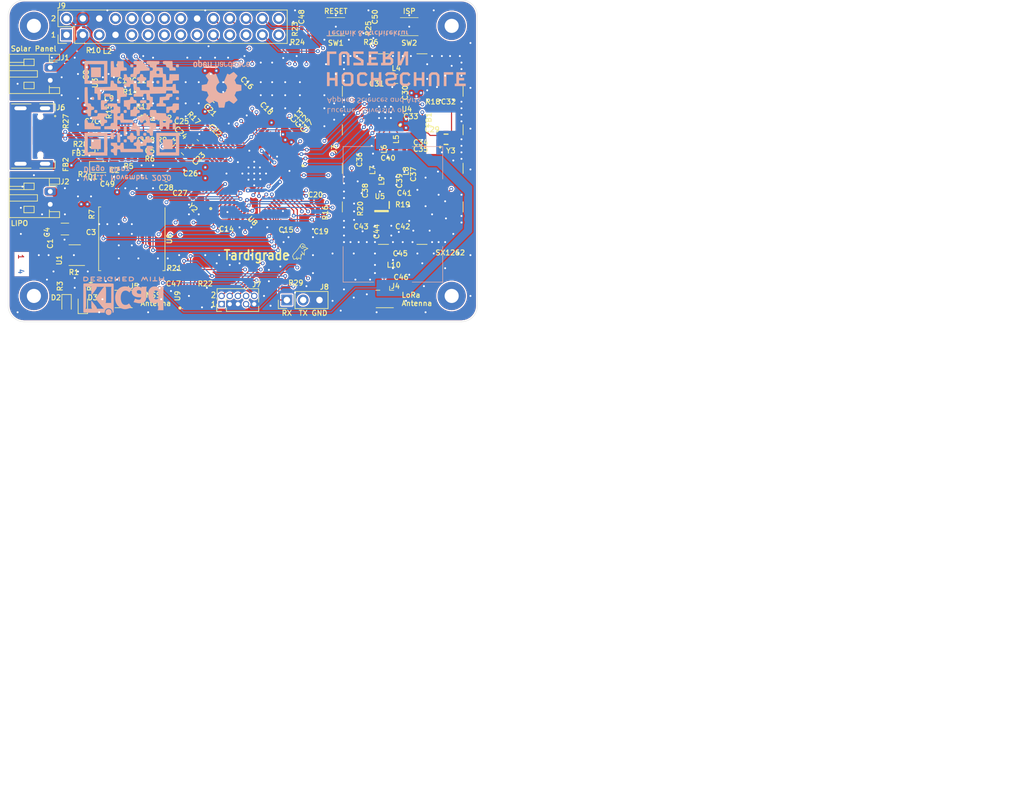
<source format=kicad_pcb>
(kicad_pcb (version 20171130) (host pcbnew 5.1.5+dfsg1-2build2)
  (title_block (title Tardigrade) (date 2020-11-12) (rev V1.1) (company "Lucerne University of Applied Sciences and Arts") (comment 1 "Author: Diego Bienz"))
  (layers (0 F.Cu signal) (1 In1.Cu signal) (2 In2.Cu signal) (31 B.Cu signal) (34 B.Paste user) (35 F.Paste user) (36 B.SilkS user) (37 F.SilkS user) (38 B.Mask user) (39 F.Mask user) (44 Edge.Cuts user))
  (net 0 "")
  (net 1 EXT_VIN)
  (net 2 "Net-(C3-Pad1)")
  (net 3 "Net-(C6-Pad1)")
  (net 4 "Net-(C8-Pad1)")
  (net 5 "Net-(C20-Pad1)")
  (net 6 "Net-(C21-Pad1)")
  (net 7 "Net-(C30-Pad2)")
  (net 8 "Net-(C32-Pad2)")
  (net 9 "Net-(C34-Pad2)")
  (net 10 "Net-(C36-Pad2)")
  (net 11 "Net-(C38-Pad1)")
  (net 12 "Net-(C41-Pad2)")
  (net 13 "Net-(C42-Pad2)")
  (net 14 "Net-(C44-Pad2)")
  (net 15 "Net-(C48-Pad1)")
  (net 16 VBUS)
  (net 17 "Net-(D1-Pad1)")
  (net 18 "Net-(D3-Pad2)")
  (net 19 SX1262_DIO3)
  (net 20 "Net-(FB2-Pad1)")
  (net 21 "Net-(FB3-Pad2)")
  (net 22 SX1262_SCK)
  (net 23 SX1262_NSS)
  (net 24 VBAT_OK)
  (net 25 MCU_SWDIO)
  (net 26 MCU_SWDCLK)
  (net 27 MCU_PIO0_16)
  (net 28 MCU_PIO0_23)
  (net 29 MCU_PIO0_15)
  (net 30 MCU_PIO0_31)
  (net 31 MCU_SWO)
  (net 32 MCU_RESET)
  (net 33 MCU_USB1_DP)
  (net 34 MCU_USB1_DN)
  (net 35 GNSS_PPS)
  (net 36 MCU_PIO0_9)
  (net 37 MCU_PIO0_18)
  (net 38 MCU_PIO1_1)
  (net 39 MCU_PIO1_2)
  (net 40 MCU_PIO1_3)
  (net 41 SX1262_DIO1)
  (net 42 SX1262_BUSY)
  (net 43 SX1262_MOSI)
  (net 44 SX1262_MISO)
  (net 45 MCU_PIO0_21)
  (net 46 SX1262_NRESET)
  (net 47 GNSS_RX)
  (net 48 GNSS_TX)
  (net 49 GNSS_NRESET)
  (net 50 MCU_ISP_MODE)
  (net 51 LORA_ANT_SW)
  (net 52 MCU_UART_RX)
  (net 53 MCU_UART_TX)
  (net 54 MCU_USB0_DP)
  (net 55 SX1262_DIO2)
  (net 56 EXT_VBAT)
  (net 57 "Net-(L1-Pad2)")
  (net 58 "Net-(R1-Pad2)")
  (net 59 "Net-(R3-Pad2)")
  (net 60 BQ_AVSS)
  (net 61 MCU_USB0_DN)
  (net 62 "Net-(C5-Pad1)")
  (net 63 "Net-(C9-Pad1)")
  (net 64 MCU_VBAT_PMU)
  (net 65 "Net-(C16-Pad1)")
  (net 66 "Net-(C22-Pad1)")
  (net 67 "Net-(C23-Pad1)")
  (net 68 "Net-(C29-Pad2)")
  (net 69 "Net-(C32-Pad1)")
  (net 70 "Net-(C37-Pad2)")
  (net 71 "Net-(C37-Pad1)")
  (net 72 "Net-(C38-Pad2)")
  (net 73 "Net-(C40-Pad1)")
  (net 74 "Net-(C43-Pad2)")
  (net 75 "Net-(C44-Pad1)")
  (net 76 "Net-(C46-Pad2)")
  (net 77 "Net-(C50-Pad1)")
  (net 78 "Net-(D2-Pad1)")
  (net 79 MCU_PIO0_8)
  (net 80 MCU_PIO0_27)
  (net 81 MCU_PIO0_0)
  (net 82 MCU_PIO0_26)
  (net 83 MCU_PIO0_24)
  (net 84 SE_SDA)
  (net 85 MCU_PIO0_4)
  (net 86 SE_SCL)
  (net 87 "Net-(J5-Pad1)")
  (net 88 "Net-(J6-PadA5)")
  (net 89 "Net-(J6-PadB5)")
  (net 90 "Net-(L2-Pad2)")
  (net 91 "Net-(L2-Pad1)")
  (net 92 "Net-(L4-Pad1)")
  (net 93 "Net-(L5-Pad1)")
  (net 94 "Net-(R5-Pad2)")
  (net 95 "Net-(R11-Pad2)")
  (net 96 "Net-(R8-Pad1)")
  (net 97 "Net-(R11-Pad1)")
  (net 98 "Net-(R13-Pad1)")
  (net 99 "Net-(R14-Pad2)")
  (net 100 "Net-(R18-Pad1)")
  (net 101 "Net-(U6-Pad6)")
  (net 102 "Net-(J6-PadB8)")
  (net 103 "Net-(J6-PadA8)")
  (net 104 "Net-(J7-Pad8)")
  (net 105 "Net-(U4-Pad4)")
  (net 106 "Net-(U6-Pad18)")
  (net 107 "Net-(U6-Pad17)")
  (net 108 "Net-(U6-Pad16)")
  (net 109 "Net-(U6-Pad15)")
  (net 110 "Net-(U6-Pad14)")
  (net 111 "Net-(U6-Pad13)")
  (net 112 "Net-(U6-Pad5)")
  (net 113 "Net-(L3-Pad2)")
  (net 114 "Net-(U8-Pad34)")
  (net 115 "Net-(U8-Pad35)")
  (net 116 "Net-(U9-Pad1)")
  (net 117 "Net-(U9-Pad2)")
  (net 118 "Net-(U9-Pad3)")
  (net 119 "Net-(U9-Pad7)")
  (module Resistor_SMD:R_0402_1005Metric (layer F.Cu) (at 127.0767 37.5158)
    (fp_text reference R13 (at 1.524 -1.016) (layer F.SilkS) (effects (font (size 0.8 0.8))))
    (fp_text value 0.316M)
    (pad 2 smd roundrect (at 0.485 0) (size 0.59 0.64) (layers F.Cu F.Paste F.Mask) (net 95 "Net-(R11-Pad2)"))
    (pad 1 smd roundrect (at -0.485 0) (size 0.59 0.64) (layers F.Cu F.Paste F.Mask) (net 98 "Net-(R13-Pad1)"))
  )
  (module Symbol:OSHW-Logo2_9.8x8mm_SilkScreen (layer B.Cu) (at 140.7927 32.9438)
    (fp_text reference REF** hide)
    (fp_text value OSHW-Logo2_9.8x8mm_SilkScreen hide)
  )
  (module tardigrade-components:public-repo-qr-code-big (layer B.Cu) (at 126.8227 36.7538)
    (fp_text reference G*** hide)
    (fp_text value LOGO hide)
  )
  (module tardigrade-components:hslu-logo (layer B.Cu) (at 168.7327 31.6738)
    (fp_text reference G*** hide)
    (fp_text value LOGO hide)
  )
  (module Symbol:KiCad-Logo2_5mm_SilkScreen (layer B.Cu) (at 125.5527 65.9638)
    (fp_text reference REF** hide)
    (fp_text value KiCad-Logo2_5mm_SilkScreen hide)
  )
  (module tardigrade-components:tardigrade-icon (layer F.Cu) (at 152.9847 59.1058)
    (fp_text reference G*** hide)
    (fp_text value LOGO hide)
  )
  (module tardigrade-components:TPS63031DSKR (layer F.Cu) (at 123.0127 31.6738 270)
    (fp_text reference U3 (at 1.143 1.905 90) (layer F.SilkS) (effects (font (size 0.8 0.8))))
    (fp_text value TPS63031 hide)
    (pad 1 smd rect (at -1.25 -1) (size 0.3 0.8) (layers F.Cu F.Paste F.Mask) (net 64 MCU_VBAT_PMU))
    (pad 2 smd rect (at -1.25 -0.5) (size 0.3 0.8) (layers F.Cu F.Paste F.Mask) (net 90 "Net-(L2-Pad2)"))
    (pad 3 smd rect (at -1.25 0) (size 0.3 0.8) (layers F.Cu F.Paste F.Mask) (net 60 BQ_AVSS))
    (pad 4 smd rect (at -1.25 0.5) (size 0.3 0.8) (layers F.Cu F.Paste F.Mask) (net 91 "Net-(L2-Pad1)"))
    (pad 5 smd rect (at -1.25 1) (size 0.3 0.8) (layers F.Cu F.Paste F.Mask) (net 4 "Net-(C8-Pad1)"))
    (pad 6 smd rect (at 1.25 1) (size 0.3 0.8) (layers F.Cu F.Paste F.Mask) (net 24 VBAT_OK))
    (pad 7 smd rect (at 1.25 0.5) (size 0.3 0.8) (layers F.Cu F.Paste F.Mask) (net 60 BQ_AVSS))
    (pad 8 smd rect (at 1.25 0) (size 0.3 0.8) (layers F.Cu F.Paste F.Mask) (net 63 "Net-(C9-Pad1)"))
    (pad 9 smd rect (at 1.25 -0.5) (size 0.3 0.8) (layers F.Cu F.Paste F.Mask) (net 60 BQ_AVSS))
    (pad 10 smd rect (at 1.25 -1) (size 0.3 0.8) (layers F.Cu F.Paste F.Mask) (net 64 MCU_VBAT_PMU))
    (pad 11 smd rect (at 0 0 270) (size 1.3 2.1) (layers F.Cu F.Paste F.Mask) (net 60 BQ_AVSS))
  )
  (module tardigrade-components:QFP50P1200X1200X120-65N (layer F.Cu) (at 145.8727 46.9138 225)
    (fp_text reference U8 (at 5.388154 -5.028943 135) (layer F.SilkS) (effects (font (size 0.8 0.8))))
    (fp_text value LPC55S16JBD64E hide)
    (pad 1 smd rect (at -5.738 -3.75 315) (size 0.3 1.475) (layers F.Cu F.Paste F.Mask) (net 22 SX1262_SCK))
    (pad 2 smd rect (at -5.738 -3.25 315) (size 0.3 1.475) (layers F.Cu F.Paste F.Mask) (net 23 SX1262_NSS))
    (pad 3 smd rect (at -5.738 -2.75 315) (size 0.3 1.475) (layers F.Cu F.Paste F.Mask) (net 46 SX1262_NRESET))
    (pad 4 smd rect (at -5.738 -2.25 315) (size 0.3 1.475) (layers F.Cu F.Paste F.Mask) (net 42 SX1262_BUSY))
    (pad 5 smd rect (at -5.738 -1.75 315) (size 0.3 1.475) (layers F.Cu F.Paste F.Mask) (net 25 MCU_SWDIO))
    (pad 6 smd rect (at -5.738 -1.25 315) (size 0.3 1.475) (layers F.Cu F.Paste F.Mask) (net 26 MCU_SWDCLK))
    (pad 7 smd rect (at -5.738 -0.75 315) (size 0.3 1.475) (layers F.Cu F.Paste F.Mask) (net 27 MCU_PIO0_16))
    (pad 8 smd rect (at -5.738 -0.25 315) (size 0.3 1.475) (layers F.Cu F.Paste F.Mask) (net 64 MCU_VBAT_PMU))
    (pad 9 smd rect (at -5.738 0.25 315) (size 0.3 1.475) (layers F.Cu F.Paste F.Mask) (net 64 MCU_VBAT_PMU))
    (pad 10 smd rect (at -5.738 0.75 315) (size 0.3 1.475) (layers F.Cu F.Paste F.Mask) (net 64 MCU_VBAT_PMU))
    (pad 11 smd rect (at -5.738 1.25 315) (size 0.3 1.475) (layers F.Cu F.Paste F.Mask) (net 60 BQ_AVSS))
    (pad 12 smd rect (at -5.738 1.75 315) (size 0.3 1.475) (layers F.Cu F.Paste F.Mask) (net 28 MCU_PIO0_23))
    (pad 13 smd rect (at -5.738 2.25 315) (size 0.3 1.475) (layers F.Cu F.Paste F.Mask) (net 31 MCU_SWO))
    (pad 14 smd rect (at -5.738 2.75 315) (size 0.3 1.475) (layers F.Cu F.Paste F.Mask) (net 29 MCU_PIO0_15))
    (pad 15 smd rect (at -5.738 3.25 315) (size 0.3 1.475) (layers F.Cu F.Paste F.Mask) (net 30 MCU_PIO0_31))
    (pad 16 smd rect (at -5.738 3.75 315) (size 0.3 1.475) (layers F.Cu F.Paste F.Mask) (net 64 MCU_VBAT_PMU))
    (pad 17 smd rect (at -3.75 5.738 225) (size 0.3 1.475) (layers F.Cu F.Paste F.Mask) (net 79 MCU_PIO0_8))
    (pad 18 smd rect (at -3.25 5.738 225) (size 0.3 1.475) (layers F.Cu F.Paste F.Mask) (net 80 MCU_PIO0_27))
    (pad 19 smd rect (at -2.75 5.738 225) (size 0.3 1.475) (layers F.Cu F.Paste F.Mask) (net 65 "Net-(C16-Pad1)"))
    (pad 20 smd rect (at -2.25 5.738 225) (size 0.3 1.475) (layers F.Cu F.Paste F.Mask) (net 6 "Net-(C21-Pad1)"))
    (pad 21 smd rect (at -1.75 5.738 225) (size 0.3 1.475) (layers F.Cu F.Paste F.Mask) (net 32 MCU_RESET))
    (pad 22 smd rect (at -1.25 5.738 225) (size 0.3 1.475) (layers F.Cu F.Paste F.Mask) (net 60 BQ_AVSS))
    (pad 23 smd rect (at -0.75 5.738 225) (size 0.3 1.475) (layers F.Cu F.Paste F.Mask) (net 33 MCU_USB1_DP))
    (pad 24 smd rect (at -0.25 5.738 225) (size 0.3 1.475) (layers F.Cu F.Paste F.Mask) (net 34 MCU_USB1_DN))
    (pad 25 smd rect (at 0.25 5.738 225) (size 0.3 1.475) (layers F.Cu F.Paste F.Mask) (net 16 VBUS))
    (pad 26 smd rect (at 0.75 5.738 225) (size 0.3 1.475) (layers F.Cu F.Paste F.Mask) (net 60 BQ_AVSS))
    (pad 27 smd rect (at 1.25 5.738 225) (size 0.3 1.475) (layers F.Cu F.Paste F.Mask) (net 66 "Net-(C22-Pad1)"))
    (pad 28 smd rect (at 1.75 5.738 225) (size 0.3 1.475) (layers F.Cu F.Paste F.Mask) (net 67 "Net-(C23-Pad1)"))
    (pad 29 smd rect (at 2.25 5.738 225) (size 0.3 1.475) (layers F.Cu F.Paste F.Mask) (net 67 "Net-(C23-Pad1)"))
    (pad 30 smd rect (at 2.75 5.738 225) (size 0.3 1.475) (layers F.Cu F.Paste F.Mask) (net 60 BQ_AVSS))
    (pad 31 smd rect (at 3.25 5.738 225) (size 0.3 1.475) (layers F.Cu F.Paste F.Mask) (net 113 "Net-(L3-Pad2)"))
    (pad 32 smd rect (at 3.75 5.738 225) (size 0.3 1.475) (layers F.Cu F.Paste F.Mask) (net 64 MCU_VBAT_PMU))
    (pad 33 smd rect (at 5.738 3.75 315) (size 0.3 1.475) (layers F.Cu F.Paste F.Mask) (net 64 MCU_VBAT_PMU))
    (pad 34 smd rect (at 5.738 3.25 315) (size 0.3 1.475) (layers F.Cu F.Paste F.Mask) (net 114 "Net-(U8-Pad34)"))
    (pad 35 smd rect (at 5.738 2.75 315) (size 0.3 1.475) (layers F.Cu F.Paste F.Mask) (net 115 "Net-(U8-Pad35)"))
    (pad 36 smd rect (at 5.738 2.25 315) (size 0.3 1.475) (layers F.Cu F.Paste F.Mask) (net 81 MCU_PIO0_0))
    (pad 37 smd rect (at 5.738 1.75 315) (size 0.3 1.475) (layers F.Cu F.Paste F.Mask) (net 36 MCU_PIO0_9))
    (pad 38 smd rect (at 5.738 1.25 315) (size 0.3 1.475) (layers F.Cu F.Paste F.Mask) (net 37 MCU_PIO0_18))
    (pad 39 smd rect (at 5.738 0.75 315) (size 0.3 1.475) (layers F.Cu F.Paste F.Mask) (net 38 MCU_PIO1_1))
    (pad 40 smd rect (at 5.738 0.25 315) (size 0.3 1.475) (layers F.Cu F.Paste F.Mask) (net 82 MCU_PIO0_26))
    (pad 41 smd rect (at 5.738 -0.25 315) (size 0.3 1.475) (layers F.Cu F.Paste F.Mask) (net 39 MCU_PIO1_2))
    (pad 42 smd rect (at 5.738 -0.75 315) (size 0.3 1.475) (layers F.Cu F.Paste F.Mask) (net 40 MCU_PIO1_3))
    (pad 43 smd rect (at 5.738 -1.25 315) (size 0.3 1.475) (layers F.Cu F.Paste F.Mask) (net 64 MCU_VBAT_PMU))
    (pad 44 smd rect (at 5.738 -1.75 315) (size 0.3 1.475) (layers F.Cu F.Paste F.Mask) (net 41 SX1262_DIO1))
    (pad 45 smd rect (at 5.738 -2.25 315) (size 0.3 1.475) (layers F.Cu F.Paste F.Mask) (net 83 MCU_PIO0_24))
    (pad 46 smd rect (at 5.738 -2.75 315) (size 0.3 1.475) (layers F.Cu F.Paste F.Mask) (net 43 SX1262_MOSI))
    (pad 47 smd rect (at 5.738 -3.25 315) (size 0.3 1.475) (layers F.Cu F.Paste F.Mask) (net 44 SX1262_MISO))
    (pad 48 smd rect (at 5.738 -3.75 315) (size 0.3 1.475) (layers F.Cu F.Paste F.Mask) (net 84 SE_SDA))
    (pad 49 smd rect (at 3.75 -5.738 225) (size 0.3 1.475) (layers F.Cu F.Paste F.Mask) (net 45 MCU_PIO0_21))
    (pad 50 smd rect (at 3.25 -5.738 225) (size 0.3 1.475) (layers F.Cu F.Paste F.Mask) (net 49 GNSS_NRESET))
    (pad 51 smd rect (at 2.75 -5.738 225) (size 0.3 1.475) (layers F.Cu F.Paste F.Mask) (net 35 GNSS_PPS))
    (pad 52 smd rect (at 2.25 -5.738 225) (size 0.3 1.475) (layers F.Cu F.Paste F.Mask) (net 47 GNSS_RX))
    (pad 53 smd rect (at 1.75 -5.738 225) (size 0.3 1.475) (layers F.Cu F.Paste F.Mask) (net 48 GNSS_TX))
    (pad 54 smd rect (at 1.25 -5.738 225) (size 0.3 1.475) (layers F.Cu F.Paste F.Mask) (net 64 MCU_VBAT_PMU))
    (pad 55 smd rect (at 0.75 -5.738 225) (size 0.3 1.475) (layers F.Cu F.Paste F.Mask) (net 85 MCU_PIO0_4))
    (pad 56 smd rect (at 0.25 -5.738 225) (size 0.3 1.475) (layers F.Cu F.Paste F.Mask) (net 50 MCU_ISP_MODE))
    (pad 57 smd rect (at -0.25 -5.738 225) (size 0.3 1.475) (layers F.Cu F.Paste F.Mask) (net 51 LORA_ANT_SW))
    (pad 58 smd rect (at -0.75 -5.738 225) (size 0.3 1.475) (layers F.Cu F.Paste F.Mask) (net 86 SE_SCL))
    (pad 59 smd rect (at -1.25 -5.738 225) (size 0.3 1.475) (layers F.Cu F.Paste F.Mask) (net 52 MCU_UART_RX))
    (pad 60 smd rect (at -1.75 -5.738 225) (size 0.3 1.475) (layers F.Cu F.Paste F.Mask) (net 53 MCU_UART_TX))
    (pad 61 smd rect (at -2.25 -5.738 225) (size 0.3 1.475) (layers F.Cu F.Paste F.Mask) (net 5 "Net-(C20-Pad1)"))
    (pad 62 smd rect (at -2.75 -5.738 225) (size 0.3 1.475) (layers F.Cu F.Paste F.Mask) (net 54 MCU_USB0_DP))
    (pad 63 smd rect (at -3.25 -5.738 225) (size 0.3 1.475) (layers F.Cu F.Paste F.Mask) (net 61 MCU_USB0_DN))
    (pad 64 smd rect (at -3.75 -5.738 225) (size 0.3 1.475) (layers F.Cu F.Paste F.Mask) (net 60 BQ_AVSS))
    (pad 65 smd rect (at 0 0 225) (size 3.21 3.21) (layers F.Cu F.Paste F.Mask) (net 60 BQ_AVSS))
  )
  (module Connector_PinHeader_2.54mm:PinHeader_2x14_P2.54mm_Vertical (layer F.Cu) (at 116.6627 25.3238 90)
    (fp_text reference J9 (at 4.5212 -0.8128) (layer F.SilkS) (effects (font (size 0.8 0.8))))
    (fp_text value Conn_02x14_Odd_Even)
    (pad 28 thru_hole oval (at 2.54 33.02 90) (size 1.7 1.7) (drill 1) (layers *.Cu *.Mask) (net 54 MCU_USB0_DP))
    (pad 27 thru_hole oval (at 0 33.02 90) (size 1.7 1.7) (drill 1) (layers *.Cu *.Mask) (net 61 MCU_USB0_DN))
    (pad 26 thru_hole oval (at 2.54 30.48 90) (size 1.7 1.7) (drill 1) (layers *.Cu *.Mask) (net 53 MCU_UART_TX))
    (pad 25 thru_hole oval (at 0 30.48 90) (size 1.7 1.7) (drill 1) (layers *.Cu *.Mask) (net 52 MCU_UART_RX))
    (pad 24 thru_hole oval (at 2.54 27.94 90) (size 1.7 1.7) (drill 1) (layers *.Cu *.Mask) (net 27 MCU_PIO0_16))
    (pad 23 thru_hole oval (at 0 27.94 90) (size 1.7 1.7) (drill 1) (layers *.Cu *.Mask) (net 85 MCU_PIO0_4))
    (pad 22 thru_hole oval (at 2.54 25.4 90) (size 1.7 1.7) (drill 1) (layers *.Cu *.Mask) (net 28 MCU_PIO0_23))
    (pad 21 thru_hole oval (at 0 25.4 90) (size 1.7 1.7) (drill 1) (layers *.Cu *.Mask) (net 45 MCU_PIO0_21))
    (pad 20 thru_hole oval (at 2.54 22.86 90) (size 1.7 1.7) (drill 1) (layers *.Cu *.Mask) (net 30 MCU_PIO0_31))
    (pad 19 thru_hole oval (at 0 22.86 90) (size 1.7 1.7) (drill 1) (layers *.Cu *.Mask) (net 29 MCU_PIO0_15))
    (pad 18 thru_hole oval (at 2.54 20.32 90) (size 1.7 1.7) (drill 1) (layers *.Cu *.Mask) (net 60 BQ_AVSS))
    (pad 17 thru_hole oval (at 0 20.32 90) (size 1.7 1.7) (drill 1) (layers *.Cu *.Mask) (net 82 MCU_PIO0_26))
    (pad 16 thru_hole oval (at 2.54 17.78 90) (size 1.7 1.7) (drill 1) (layers *.Cu *.Mask) (net 83 MCU_PIO0_24))
    (pad 15 thru_hole oval (at 0 17.78 90) (size 1.7 1.7) (drill 1) (layers *.Cu *.Mask) (net 38 MCU_PIO1_1))
    (pad 14 thru_hole oval (at 2.54 15.24 90) (size 1.7 1.7) (drill 1) (layers *.Cu *.Mask) (net 40 MCU_PIO1_3))
    (pad 13 thru_hole oval (at 0 15.24 90) (size 1.7 1.7) (drill 1) (layers *.Cu *.Mask) (net 37 MCU_PIO0_18))
    (pad 12 thru_hole oval (at 2.54 12.7 90) (size 1.7 1.7) (drill 1) (layers *.Cu *.Mask) (net 39 MCU_PIO1_2))
    (pad 11 thru_hole oval (at 0 12.7 90) (size 1.7 1.7) (drill 1) (layers *.Cu *.Mask) (net 36 MCU_PIO0_9))
    (pad 10 thru_hole oval (at 2.54 10.16 90) (size 1.7 1.7) (drill 1) (layers *.Cu *.Mask) (net 79 MCU_PIO0_8))
    (pad 9 thru_hole oval (at 0 10.16 90) (size 1.7 1.7) (drill 1) (layers *.Cu *.Mask) (net 81 MCU_PIO0_0))
    (pad 8 thru_hole oval (at 2.54 7.62 90) (size 1.7 1.7) (drill 1) (layers *.Cu *.Mask) (net 80 MCU_PIO0_27))
    (pad 7 thru_hole oval (at 0 7.62 90) (size 1.7 1.7) (drill 1) (layers *.Cu *.Mask) (net 60 BQ_AVSS))
    (pad 6 thru_hole oval (at 2.54 5.08 90) (size 1.7 1.7) (drill 1) (layers *.Cu *.Mask) (net 60 BQ_AVSS))
    (pad 5 thru_hole oval (at 0 5.08 90) (size 1.7 1.7) (drill 1) (layers *.Cu *.Mask) (net 24 VBAT_OK))
    (pad 4 thru_hole oval (at 2.54 2.54 90) (size 1.7 1.7) (drill 1) (layers *.Cu *.Mask) (net 56 EXT_VBAT))
    (pad 3 thru_hole oval (at 0 2.54 90) (size 1.7 1.7) (drill 1) (layers *.Cu *.Mask) (net 1 EXT_VIN))
    (pad 2 thru_hole oval (at 2.54 0 90) (size 1.7 1.7) (drill 1) (layers *.Cu *.Mask) (net 64 MCU_VBAT_PMU))
    (pad 1 thru_hole rect (at 0 0 90) (size 1.7 1.7) (drill 1) (layers *.Cu *.Mask) (net 16 VBUS))
  )
  (module tardigrade-components:CX3225SA16000 (layer F.Cu) (at 142.206914 36.1188 225)
    (fp_text reference Y1 (at 1.269408 2.347039 45) (layer F.SilkS) (effects (font (size 0.8 0.8))))
    (fp_text value "16 MHz" hide)
    (pad 1 smd rect (at -1.075 0.925 315) (size 1.05 1.45) (layers F.Cu F.Paste F.Mask) (net 65 "Net-(C16-Pad1)"))
    (pad 2 smd rect (at 1.075 0.925 315) (size 1.05 1.45) (layers F.Cu F.Paste F.Mask) (net 60 BQ_AVSS))
    (pad 3 smd rect (at 1.075 -0.925 315) (size 1.05 1.45) (layers F.Cu F.Paste F.Mask) (net 6 "Net-(C21-Pad1)"))
    (pad 4 smd rect (at -1.075 -0.925 315) (size 1.05 1.45) (layers F.Cu F.Paste F.Mask) (net 60 BQ_AVSS))
  )
  (module Resistor_SMD:R_0402_1005Metric (layer F.Cu) (at 131.3947 40.5638 180)
    (fp_text reference R9 (at -0.127 -1.143) (layer F.SilkS) (effects (font (size 0.8 0.8))))
    (fp_text value 4.53M)
    (pad 2 smd roundrect (at 0.485 0 180) (size 0.59 0.64) (layers F.Cu F.Paste F.Mask) (net 96 "Net-(R8-Pad1)"))
    (pad 1 smd roundrect (at -0.485 0 180) (size 0.59 0.64) (layers F.Cu F.Paste F.Mask) (net 60 BQ_AVSS))
  )
  (module tardigrade-components:NT2016SA (layer F.Cu) (at 175.7287 41.5798)
    (fp_text reference Y3 (at 0.751 1.778) (layer F.SilkS) (effects (font (size 0.8 0.8))))
    (fp_text value NT2016SA-32M-END4263A hide)
    (pad 1 smd rect (at -0.9 0.6) (size 0.6 0.8) (layers F.Cu F.Paste F.Mask) (net 60 BQ_AVSS))
    (pad 2 smd rect (at 0.9 0.6) (size 0.6 0.8) (layers F.Cu F.Paste F.Mask) (net 60 BQ_AVSS))
    (pad 3 smd rect (at 0.9 -0.6) (size 0.6 0.8) (layers F.Cu F.Paste F.Mask) (net 8 "Net-(C32-Pad2)"))
    (pad 4 smd rect (at -0.9 -0.6) (size 0.6 0.8) (layers F.Cu F.Paste F.Mask) (net 68 "Net-(C29-Pad2)"))
  )
  (module tardigrade-components:FC-135_1 (layer F.Cu) (at 137.4907 50.9778 135)
    (fp_text reference Y2 (at -0.089803 -1.706249 135) (layer F.SilkS) (effects (font (size 0.8 0.8))))
    (fp_text value "32.768 kHz" hide)
    (pad 1 smd rect (at -1.25 0 135) (size 1 1.8) (layers F.Cu F.Paste F.Mask) (net 115 "Net-(U8-Pad35)"))
    (pad 2 smd rect (at 1.25 0 135) (size 1 1.8) (layers F.Cu F.Paste F.Mask) (net 114 "Net-(U8-Pad34)"))
  )
  (module tardigrade-components:BATHLD001 (layer B.Cu) (at 167.4627 53.2638 270)
    (fp_text reference U7 hide)
    (fp_text value BAT-HLD-001 hide)
    (pad 1 smd rect (at 11.45 0 270) (size 2.5 5.1) (layers B.Cu B.Paste B.Mask) (net 101 "Net-(U6-Pad6)"))
    (pad 2 smd rect (at -11.45 0 270) (size 2.5 5.1) (layers B.Cu B.Paste B.Mask) (net 101 "Net-(U6-Pad6)"))
    (pad 3 smd circle (at 0 0 180) (size 17.8 17.8) (layers B.Cu B.Paste B.Mask) (net 60 BQ_AVSS))
  )
  (module RF_GPS:ublox_MAX (layer F.Cu) (at 126.8227 57.0738 270)
    (fp_text reference U6 (at 0 -5.842 270) (layer F.SilkS) (effects (font (size 0.8 0.8))))
    (fp_text value MAX-8Q)
    (pad 18 smd rect (at 4.75 -4.4 270) (size 1.8 0.7) (layers F.Cu F.Paste F.Mask) (net 106 "Net-(U6-Pad18)"))
    (pad 17 smd rect (at 4.75 -3.3 270) (size 1.8 0.8) (layers F.Cu F.Paste F.Mask) (net 107 "Net-(U6-Pad17)"))
    (pad 16 smd rect (at 4.75 -2.2 270) (size 1.8 0.8) (layers F.Cu F.Paste F.Mask) (net 108 "Net-(U6-Pad16)"))
    (pad 15 smd rect (at 4.75 -1.1 270) (size 1.8 0.8) (layers F.Cu F.Paste F.Mask) (net 109 "Net-(U6-Pad15)"))
    (pad 14 smd rect (at 4.75 0 270) (size 1.8 0.8) (layers F.Cu F.Paste F.Mask) (net 110 "Net-(U6-Pad14)"))
    (pad 13 smd rect (at 4.75 1.1 270) (size 1.8 0.8) (layers F.Cu F.Paste F.Mask) (net 111 "Net-(U6-Pad13)"))
    (pad 12 smd rect (at 4.75 2.2 270) (size 1.8 0.8) (layers F.Cu F.Paste F.Mask) (net 60 BQ_AVSS))
    (pad 11 smd rect (at 4.75 3.3 270) (size 1.8 0.8) (layers F.Cu F.Paste F.Mask) (net 87 "Net-(J5-Pad1)"))
    (pad 10 smd rect (at 4.75 4.4 270) (size 1.8 0.7) (layers F.Cu F.Paste F.Mask) (net 60 BQ_AVSS))
    (pad 9 smd rect (at -4.75 4.4 270) (size 1.8 0.7) (layers F.Cu F.Paste F.Mask) (net 49 GNSS_NRESET))
    (pad 8 smd rect (at -4.75 3.3 270) (size 1.8 0.8) (layers F.Cu F.Paste F.Mask) (net 64 MCU_VBAT_PMU))
    (pad 7 smd rect (at -4.75 2.2 270) (size 1.8 0.8) (layers F.Cu F.Paste F.Mask) (net 64 MCU_VBAT_PMU))
    (pad 6 smd rect (at -4.75 1.1 270) (size 1.8 0.8) (layers F.Cu F.Paste F.Mask) (net 101 "Net-(U6-Pad6)"))
    (pad 5 smd rect (at -4.75 0 270) (size 1.8 0.8) (layers F.Cu F.Paste F.Mask) (net 112 "Net-(U6-Pad5)"))
    (pad 4 smd rect (at -4.75 -1.1 270) (size 1.8 0.8) (layers F.Cu F.Paste F.Mask) (net 35 GNSS_PPS))
    (pad 3 smd rect (at -4.75 -2.2 270) (size 1.8 0.8) (layers F.Cu F.Paste F.Mask) (net 47 GNSS_RX))
    (pad 2 smd rect (at -4.75 -3.3 270) (size 1.8 0.8) (layers F.Cu F.Paste F.Mask) (net 48 GNSS_TX))
    (pad 1 smd rect (at -4.75 -4.4 270) (size 1.8 0.7) (layers F.Cu F.Paste F.Mask) (net 60 BQ_AVSS))
  )
  (module tardigrade-components:SOT65P210X110-6N (layer F.Cu) (at 165.6847 52.7558 270)
    (fp_text reference U5 (at -2.286 0.254 180) (layer F.SilkS) (effects (font (size 0.8 0.8))))
    (fp_text value PE4259-63 hide)
    (pad 6 smd rect (at 0.95 -0.65) (size 0.4 1.05) (layers F.Cu F.Paste F.Mask) (net 13 "Net-(C42-Pad2)"))
    (pad 5 smd rect (at 0.95 0) (size 0.4 1.05) (layers F.Cu F.Paste F.Mask) (net 14 "Net-(C44-Pad2)"))
    (pad 4 smd rect (at 0.95 0.65) (size 0.4 1.05) (layers F.Cu F.Paste F.Mask) (net 74 "Net-(C43-Pad2)"))
    (pad 3 smd rect (at -0.95 0.65) (size 0.4 1.05) (layers F.Cu F.Paste F.Mask) (net 11 "Net-(C38-Pad1)"))
    (pad 2 smd rect (at -0.95 0) (size 0.4 1.05) (layers F.Cu F.Paste F.Mask) (net 60 BQ_AVSS))
    (pad 1 smd rect (at -0.95 -0.65) (size 0.4 1.05) (layers F.Cu F.Paste F.Mask) (net 12 "Net-(C41-Pad2)"))
  )
  (module tardigrade-components:QFN50P400X400X100-25N-D (layer F.Cu) (at 166.1927 37.3888 180)
    (fp_text reference U4 (at -3.429 0.508 180) (layer F.SilkS) (effects (font (size 0.8 0.8))))
    (fp_text value SX1262IMLTRT hide)
    (pad 1 smd rect (at -1.95 -1.25 270) (size 0.3 0.85) (layers F.Cu F.Paste F.Mask) (net 64 MCU_VBAT_PMU))
    (pad 2 smd rect (at -1.95 -0.75 270) (size 0.3 0.85) (layers F.Cu F.Paste F.Mask) (net 60 BQ_AVSS))
    (pad 3 smd rect (at -1.95 -0.25 270) (size 0.3 0.85) (layers F.Cu F.Paste F.Mask) (net 100 "Net-(R18-Pad1)"))
    (pad 4 smd rect (at -1.95 0.25 270) (size 0.3 0.85) (layers F.Cu F.Paste F.Mask) (net 105 "Net-(U4-Pad4)"))
    (pad 5 smd rect (at -1.95 0.75 270) (size 0.3 0.85) (layers F.Cu F.Paste F.Mask) (net 60 BQ_AVSS))
    (pad 6 smd rect (at -1.95 1.25 270) (size 0.3 0.85) (layers F.Cu F.Paste F.Mask) (net 19 SX1262_DIO3))
    (pad 7 smd rect (at -1.25 1.95 180) (size 0.3 0.85) (layers F.Cu F.Paste F.Mask) (net 7 "Net-(C30-Pad2)"))
    (pad 8 smd rect (at -0.75 1.95 180) (size 0.3 0.85) (layers F.Cu F.Paste F.Mask) (net 60 BQ_AVSS))
    (pad 9 smd rect (at -0.25 1.95 180) (size 0.3 0.85) (layers F.Cu F.Paste F.Mask) (net 92 "Net-(L4-Pad1)"))
    (pad 10 smd rect (at 0.25 1.95 180) (size 0.3 0.85) (layers F.Cu F.Paste F.Mask) (net 64 MCU_VBAT_PMU))
    (pad 11 smd rect (at 0.75 1.95 180) (size 0.3 0.85) (layers F.Cu F.Paste F.Mask) (net 64 MCU_VBAT_PMU))
    (pad 12 smd rect (at 1.25 1.95 180) (size 0.3 0.85) (layers F.Cu F.Paste F.Mask) (net 55 SX1262_DIO2))
    (pad 13 smd rect (at 1.95 1.25 270) (size 0.3 0.85) (layers F.Cu F.Paste F.Mask) (net 41 SX1262_DIO1))
    (pad 14 smd rect (at 1.95 0.75 270) (size 0.3 0.85) (layers F.Cu F.Paste F.Mask) (net 42 SX1262_BUSY))
    (pad 15 smd rect (at 1.95 0.25 270) (size 0.3 0.85) (layers F.Cu F.Paste F.Mask) (net 46 SX1262_NRESET))
    (pad 16 smd rect (at 1.95 -0.25 270) (size 0.3 0.85) (layers F.Cu F.Paste F.Mask) (net 44 SX1262_MISO))
    (pad 17 smd rect (at 1.95 -0.75 270) (size 0.3 0.85) (layers F.Cu F.Paste F.Mask) (net 43 SX1262_MOSI))
    (pad 18 smd rect (at 1.95 -1.25 270) (size 0.3 0.85) (layers F.Cu F.Paste F.Mask) (net 22 SX1262_SCK))
    (pad 19 smd rect (at 1.25 -1.95 180) (size 0.3 0.85) (layers F.Cu F.Paste F.Mask) (net 23 SX1262_NSS))
    (pad 20 smd rect (at 0.75 -1.95 180) (size 0.3 0.85) (layers F.Cu F.Paste F.Mask) (net 60 BQ_AVSS))
    (pad 21 smd rect (at 0.25 -1.95 180) (size 0.3 0.85) (layers F.Cu F.Paste F.Mask) (net 10 "Net-(C36-Pad2)"))
    (pad 22 smd rect (at -0.25 -1.95 180) (size 0.3 0.85) (layers F.Cu F.Paste F.Mask) (net 72 "Net-(C38-Pad2)"))
    (pad 23 smd rect (at -0.75 -1.95 180) (size 0.3 0.85) (layers F.Cu F.Paste F.Mask) (net 93 "Net-(L5-Pad1)"))
    (pad 24 smd rect (at -1.25 -1.95 180) (size 0.3 0.85) (layers F.Cu F.Paste F.Mask) (net 9 "Net-(C34-Pad2)"))
    (pad 25 smd rect (at 0 0 180) (size 2.65 2.65) (layers F.Cu F.Paste F.Mask) (net 60 BQ_AVSS))
  )
  (module tardigrade-components:QFN50P300X300X100-17N-D (layer F.Cu) (at 125.5527 40.5638 90)
    (fp_text reference U2 (at -1.397 2.667 270) (layer F.SilkS) (effects (font (size 0.8 0.8))))
    (fp_text value BQ25504 hide)
    (pad 1 smd rect (at -1.5 -0.75 180) (size 0.3 0.8) (layers F.Cu F.Paste F.Mask) (net 60 BQ_AVSS))
    (pad 2 smd rect (at -1.5 -0.25 180) (size 0.3 0.8) (layers F.Cu F.Paste F.Mask) (net 1 EXT_VIN))
    (pad 3 smd rect (at -1.5 0.25 180) (size 0.3 0.8) (layers F.Cu F.Paste F.Mask) (net 94 "Net-(R5-Pad2)"))
    (pad 4 smd rect (at -1.5 0.75 180) (size 0.3 0.8) (layers F.Cu F.Paste F.Mask) (net 62 "Net-(C5-Pad1)"))
    (pad 5 smd rect (at -0.75 1.5 90) (size 0.3 0.8) (layers F.Cu F.Paste F.Mask) (net 60 BQ_AVSS))
    (pad 6 smd rect (at -0.25 1.5 90) (size 0.3 0.8) (layers F.Cu F.Paste F.Mask) (net 96 "Net-(R8-Pad1)"))
    (pad 7 smd rect (at 0.25 1.5 90) (size 0.3 0.8) (layers F.Cu F.Paste F.Mask) (net 95 "Net-(R11-Pad2)"))
    (pad 8 smd rect (at 0.75 1.5 90) (size 0.3 0.8) (layers F.Cu F.Paste F.Mask) (net 97 "Net-(R11-Pad1)"))
    (pad 9 smd rect (at 1.5 0.75 180) (size 0.3 0.8) (layers F.Cu F.Paste F.Mask) (net 98 "Net-(R13-Pad1)"))
    (pad 10 smd rect (at 1.5 0.25 180) (size 0.3 0.8) (layers F.Cu F.Paste F.Mask) (net 99 "Net-(R14-Pad2)"))
    (pad 11 smd rect (at 1.5 -0.25 180) (size 0.3 0.8) (layers F.Cu F.Paste F.Mask) (net 24 VBAT_OK))
    (pad 12 smd rect (at 1.5 -0.75 180) (size 0.3 0.8) (layers F.Cu F.Paste F.Mask) (net 60 BQ_AVSS))
    (pad 13 smd rect (at 0.75 -1.5 90) (size 0.3 0.8) (layers F.Cu F.Paste F.Mask) (net 60 BQ_AVSS))
    (pad 14 smd rect (at 0.25 -1.5 90) (size 0.3 0.8) (layers F.Cu F.Paste F.Mask) (net 4 "Net-(C8-Pad1)"))
    (pad 15 smd rect (at -0.25 -1.5 90) (size 0.3 0.8) (layers F.Cu F.Paste F.Mask) (net 3 "Net-(C6-Pad1)"))
    (pad 16 smd rect (at -0.75 -1.5 90) (size 0.3 0.8) (layers F.Cu F.Paste F.Mask) (net 57 "Net-(L1-Pad2)"))
    (pad 17 smd rect (at 0 0 90) (size 1.75 1.75) (layers F.Cu F.Paste F.Mask) (net 60 BQ_AVSS))
  )
  (module Package_TO_SOT_SMD:SOT-23-5 (layer F.Cu) (at 117.9327 59.6138 180)
    (fp_text reference U1 (at 2.413 -0.762 90) (layer F.SilkS) (effects (font (size 0.8 0.8))))
    (fp_text value MCP73831T-2ACI/OT)
    (pad 5 smd rect (at 1.1 -0.95 180) (size 1.06 0.65) (layers F.Cu F.Paste F.Mask) (net 58 "Net-(R1-Pad2)"))
    (pad 4 smd rect (at 1.1 0.95 180) (size 1.06 0.65) (layers F.Cu F.Paste F.Mask) (net 16 VBUS))
    (pad 3 smd rect (at -1.1 0.95 180) (size 1.06 0.65) (layers F.Cu F.Paste F.Mask) (net 2 "Net-(C3-Pad1)"))
    (pad 2 smd rect (at -1.1 0 180) (size 1.06 0.65) (layers F.Cu F.Paste F.Mask) (net 60 BQ_AVSS))
    (pad 1 smd rect (at -1.1 -0.95 180) (size 1.06 0.65) (layers F.Cu F.Paste F.Mask) (net 59 "Net-(R3-Pad2)"))
  )
  (module tardigrade-components:KMR221NGLFS (layer F.Cu) (at 170.0027 24.0538 180)
    (fp_text reference SW2 (at 0 -2.54) (layer F.SilkS) (effects (font (size 0.8 0.8))))
    (fp_text value KMR221NGLFS hide)
    (pad 1 smd rect (at -2.05 0.8 180) (size 0.9 1) (layers F.Cu F.Paste F.Mask) (net 77 "Net-(C50-Pad1)"))
    (pad 2 smd rect (at 2.05 0.8 180) (size 0.9 1) (layers F.Cu F.Paste F.Mask) (net 77 "Net-(C50-Pad1)"))
    (pad 3 smd rect (at 2.05 -0.8 180) (size 0.9 1) (layers F.Cu F.Paste F.Mask) (net 60 BQ_AVSS))
    (pad 4 smd rect (at -2.05 -0.8 180) (size 0.9 1) (layers F.Cu F.Paste F.Mask) (net 60 BQ_AVSS))
  )
  (module tardigrade-components:KMR221NGLFS (layer F.Cu) (at 158.5727 24.0538 180)
    (fp_text reference SW1 (at 0 -2.54) (layer F.SilkS) (effects (font (size 0.8 0.8))))
    (fp_text value KMR221NGLFS hide)
    (pad 1 smd rect (at -2.05 0.8 180) (size 0.9 1) (layers F.Cu F.Paste F.Mask) (net 15 "Net-(C48-Pad1)"))
    (pad 2 smd rect (at 2.05 0.8 180) (size 0.9 1) (layers F.Cu F.Paste F.Mask) (net 15 "Net-(C48-Pad1)"))
    (pad 3 smd rect (at 2.05 -0.8 180) (size 0.9 1) (layers F.Cu F.Paste F.Mask) (net 60 BQ_AVSS))
    (pad 4 smd rect (at -2.05 -0.8 180) (size 0.9 1) (layers F.Cu F.Paste F.Mask) (net 60 BQ_AVSS))
  )
  (module Resistor_SMD:R_0402_1005Metric (layer F.Cu) (at 150.1907 63.9318)
    (fp_text reference R29 (at 2.159 0) (layer F.SilkS) (effects (font (size 0.8 0.8))))
    (fp_text value 10K)
    (pad 2 smd roundrect (at 0.485 0) (size 0.59 0.64) (layers F.Cu F.Paste F.Mask) (net 64 MCU_VBAT_PMU))
    (pad 1 smd roundrect (at -0.485 0) (size 0.59 0.64) (layers F.Cu F.Paste F.Mask) (net 53 MCU_UART_TX))
  )
  (module Resistor_SMD:R_0402_1005Metric (layer F.Cu) (at 116.6627 42.3418 180)
    (fp_text reference R28 (at -2.159 0) (layer F.SilkS) (effects (font (size 0.8 0.8))))
    (fp_text value 5.1k)
    (pad 1 smd roundrect (at -0.485 0 180) (size 0.59 0.64) (layers F.Cu F.Paste F.Mask) (net 60 BQ_AVSS))
    (pad 2 smd roundrect (at 0.485 0 180) (size 0.59 0.64) (layers F.Cu F.Paste F.Mask) (net 89 "Net-(J6-PadB5)"))
  )
  (module Resistor_SMD:R_0402_1005Metric (layer F.Cu) (at 115.3927 38.7858 270)
    (fp_text reference R27 (at 0 -1.17 90) (layer F.SilkS) (effects (font (size 0.8 0.8))))
    (fp_text value 5.1k)
    (pad 2 smd roundrect (at 0.485 0 270) (size 0.59 0.64) (layers F.Cu F.Paste F.Mask) (net 88 "Net-(J6-PadA5)"))
    (pad 1 smd roundrect (at -0.485 0 270) (size 0.59 0.64) (layers F.Cu F.Paste F.Mask) (net 60 BQ_AVSS))
  )
  (module Resistor_SMD:R_0402_1005Metric (layer F.Cu) (at 165.6847 26.0858 90)
    (fp_text reference R26 (at -0.381 -1.651 180) (layer F.SilkS) (effects (font (size 0.8 0.8))))
    (fp_text value 1K)
    (pad 2 smd roundrect (at 0.485 0 90) (size 0.59 0.64) (layers F.Cu F.Paste F.Mask) (net 77 "Net-(C50-Pad1)"))
    (pad 1 smd roundrect (at -0.485 0 90) (size 0.59 0.64) (layers F.Cu F.Paste F.Mask) (net 50 MCU_ISP_MODE))
  )
  (module Resistor_SMD:R_0402_1005Metric (layer F.Cu) (at 165.1767 24.3078 180)
    (fp_text reference R25 (at 1.524 0 90) (layer F.SilkS) (effects (font (size 0.8 0.8))))
    (fp_text value 100K)
    (pad 2 smd roundrect (at 0.485 0 180) (size 0.59 0.64) (layers F.Cu F.Paste F.Mask) (net 64 MCU_VBAT_PMU))
    (pad 1 smd roundrect (at -0.485 0 180) (size 0.59 0.64) (layers F.Cu F.Paste F.Mask) (net 77 "Net-(C50-Pad1)"))
  )
  (module Resistor_SMD:R_0402_1005Metric (layer F.Cu) (at 154.2547 26.0858 90)
    (fp_text reference R24 (at -0.381 -1.651 180) (layer F.SilkS) (effects (font (size 0.8 0.8))))
    (fp_text value 1K)
    (pad 2 smd roundrect (at 0.485 0 90) (size 0.59 0.64) (layers F.Cu F.Paste F.Mask) (net 15 "Net-(C48-Pad1)"))
    (pad 1 smd roundrect (at -0.485 0 90) (size 0.59 0.64) (layers F.Cu F.Paste F.Mask) (net 32 MCU_RESET))
  )
  (module Resistor_SMD:R_0402_1005Metric (layer F.Cu) (at 153.7467 24.3078 180)
    (fp_text reference R23 (at 1.524 -0.127 90) (layer F.SilkS) (effects (font (size 0.8 0.8))))
    (fp_text value 100K)
    (pad 2 smd roundrect (at 0.485 0 180) (size 0.59 0.64) (layers F.Cu F.Paste F.Mask) (net 64 MCU_VBAT_PMU))
    (pad 1 smd roundrect (at -0.485 0 180) (size 0.59 0.64) (layers F.Cu F.Paste F.Mask) (net 15 "Net-(C48-Pad1)"))
  )
  (module Resistor_SMD:R_0402_1005Metric (layer F.Cu) (at 137.2367 62.9158 180)
    (fp_text reference R22 (at -1.016 -1.143) (layer F.SilkS) (effects (font (size 0.8 0.8))))
    (fp_text value 10K)
    (pad 2 smd roundrect (at 0.485 0 180) (size 0.59 0.64) (layers F.Cu F.Paste F.Mask) (net 84 SE_SDA))
    (pad 1 smd roundrect (at -0.485 0 180) (size 0.59 0.64) (layers F.Cu F.Paste F.Mask) (net 64 MCU_VBAT_PMU))
  )
  (module Resistor_SMD:R_0402_1005Metric (layer F.Cu) (at 135.4587 61.6458)
    (fp_text reference R21 (at -2.032 0) (layer F.SilkS) (effects (font (size 0.8 0.8))))
    (fp_text value 10K)
    (pad 2 smd roundrect (at 0.485 0) (size 0.59 0.64) (layers F.Cu F.Paste F.Mask) (net 86 SE_SCL))
    (pad 1 smd roundrect (at -0.485 0) (size 0.59 0.64) (layers F.Cu F.Paste F.Mask) (net 64 MCU_VBAT_PMU))
  )
  (module Resistor_SMD:R_0402_1005Metric (layer F.Cu) (at 163.3987 52.2478 90)
    (fp_text reference R20 (at -0.127 -1.016 90) (layer F.SilkS) (effects (font (size 0.8 0.8))))
    (fp_text value 100R)
    (pad 2 smd roundrect (at 0.485 0 90) (size 0.59 0.64) (layers F.Cu F.Paste F.Mask) (net 55 SX1262_DIO2))
    (pad 1 smd roundrect (at -0.485 0 90) (size 0.59 0.64) (layers F.Cu F.Paste F.Mask) (net 74 "Net-(C43-Pad2)"))
  )
  (module Resistor_SMD:R_0402_1005Metric (layer F.Cu) (at 168.4787 52.7558)
    (fp_text reference R19 (at 0.508 -1.016) (layer F.SilkS) (effects (font (size 0.8 0.8))))
    (fp_text value 100R)
    (pad 2 smd roundrect (at 0.485 0) (size 0.59 0.64) (layers F.Cu F.Paste F.Mask) (net 51 LORA_ANT_SW))
    (pad 1 smd roundrect (at -0.485 0) (size 0.59 0.64) (layers F.Cu F.Paste F.Mask) (net 13 "Net-(C42-Pad2)"))
  )
  (module Resistor_SMD:R_0402_1005Metric (layer F.Cu) (at 173.8357 36.7538)
    (fp_text reference R18 (at -0.15 -1.016) (layer F.SilkS) (effects (font (size 0.8 0.8))))
    (fp_text value 220R)
    (pad 2 smd roundrect (at 0.485 0) (size 0.59 0.64) (layers F.Cu F.Paste F.Mask) (net 69 "Net-(C32-Pad1)"))
    (pad 1 smd roundrect (at -0.485 0) (size 0.59 0.64) (layers F.Cu F.Paste F.Mask) (net 100 "Net-(R18-Pad1)"))
  )
  (module Resistor_SMD:R_0402_1005Metric (layer F.Cu) (at 137.9987 39.8018 315)
    (fp_text reference R17 (at -2.155261 0 315) (layer F.SilkS) (effects (font (size 0.8 0.8))))
    (fp_text value 0R)
    (pad 2 smd roundrect (at 0.485 0 315) (size 0.59 0.64) (layers F.Cu F.Paste F.Mask) (net 66 "Net-(C22-Pad1)"))
    (pad 1 smd roundrect (at -0.485 0 315) (size 0.59 0.64) (layers F.Cu F.Paste F.Mask) (net 64 MCU_VBAT_PMU))
  )
  (module Resistor_SMD:R_0402_1005Metric (layer F.Cu) (at 155.7787 53.0098 270)
    (fp_text reference R16 (at 0 -1.17 90) (layer F.SilkS) (effects (font (size 0.8 0.8))))
    (fp_text value 0R)
    (pad 2 smd roundrect (at 0.485 0 270) (size 0.59 0.64) (layers F.Cu F.Paste F.Mask) (net 64 MCU_VBAT_PMU))
    (pad 1 smd roundrect (at -0.485 0 270) (size 0.59 0.64) (layers F.Cu F.Paste F.Mask) (net 5 "Net-(C20-Pad1)"))
  )
  (module Resistor_SMD:R_0402_1005Metric (layer F.Cu) (at 124.7907 37.0078 180)
    (fp_text reference R15 (at 1.524 -0.254 270) (layer F.SilkS) (effects (font (size 0.8 0.8))))
    (fp_text value 4.02M)
    (pad 2 smd roundrect (at 0.485 0 180) (size 0.59 0.64) (layers F.Cu F.Paste F.Mask) (net 60 BQ_AVSS))
    (pad 1 smd roundrect (at -0.485 0 180) (size 0.59 0.64) (layers F.Cu F.Paste F.Mask) (net 99 "Net-(R14-Pad2)"))
  )
  (module Resistor_SMD:R_0402_1005Metric (layer F.Cu) (at 126.5687 35.7378 90)
    (fp_text reference R14 (at 1.524 0 180) (layer F.SilkS) (effects (font (size 0.8 0.8))))
    (fp_text value 5.62M)
    (pad 2 smd roundrect (at 0.485 0 90) (size 0.59 0.64) (layers F.Cu F.Paste F.Mask) (net 99 "Net-(R14-Pad2)"))
    (pad 1 smd roundrect (at -0.485 0 90) (size 0.59 0.64) (layers F.Cu F.Paste F.Mask) (net 98 "Net-(R13-Pad1)"))
  )
  (module Resistor_SMD:R_0402_1005Metric (layer F.Cu) (at 131.3947 39.2938 180)
    (fp_text reference R12 (at -0.508 1.016) (layer F.SilkS) (effects (font (size 0.8 0.8))))
    (fp_text value 4.42M)
    (pad 2 smd roundrect (at 0.485 0 180) (size 0.59 0.64) (layers F.Cu F.Paste F.Mask) (net 97 "Net-(R11-Pad1)"))
    (pad 1 smd roundrect (at -0.485 0 180) (size 0.59 0.64) (layers F.Cu F.Paste F.Mask) (net 60 BQ_AVSS))
  )
  (module Resistor_SMD:R_0402_1005Metric (layer F.Cu) (at 129.1087 39.2938 180)
    (fp_text reference R11 (at -0.127 1.016 180) (layer F.SilkS) (effects (font (size 0.8 0.8))))
    (fp_text value 5.49M)
    (pad 2 smd roundrect (at 0.485 0 180) (size 0.59 0.64) (layers F.Cu F.Paste F.Mask) (net 95 "Net-(R11-Pad2)"))
    (pad 1 smd roundrect (at -0.485 0 180) (size 0.59 0.64) (layers F.Cu F.Paste F.Mask) (net 97 "Net-(R11-Pad1)"))
  )
  (module Resistor_SMD:R_0402_1005Metric (layer F.Cu) (at 119.2027 28.1178 270)
    (fp_text reference R10 (at -0.381 -1.651 180) (layer F.SilkS) (effects (font (size 0.8 0.8))))
    (fp_text value 0R)
    (pad 2 smd roundrect (at 0.485 0 270) (size 0.59 0.64) (layers F.Cu F.Paste F.Mask) (net 4 "Net-(C8-Pad1)"))
    (pad 1 smd roundrect (at -0.485 0 270) (size 0.59 0.64) (layers F.Cu F.Paste F.Mask) (net 56 EXT_VBAT))
  )
  (module Resistor_SMD:R_0402_1005Metric (layer F.Cu) (at 129.1087 40.5638 180)
    (fp_text reference R8 (at -0.508 -1.143) (layer F.SilkS) (effects (font (size 0.8 0.8))))
    (fp_text value 5.49M)
    (pad 2 smd roundrect (at 0.485 0 180) (size 0.59 0.64) (layers F.Cu F.Paste F.Mask) (net 95 "Net-(R11-Pad2)"))
    (pad 1 smd roundrect (at -0.485 0 180) (size 0.59 0.64) (layers F.Cu F.Paste F.Mask) (net 96 "Net-(R8-Pad1)"))
  )
  (module Resistor_SMD:R_0402_1005Metric (layer F.Cu) (at 119.4567 53.0098 90)
    (fp_text reference R7 (at -0.254 1.143 90) (layer F.SilkS) (effects (font (size 0.8 0.8))))
    (fp_text value 0R)
    (pad 2 smd roundrect (at 0.485 0 90) (size 0.59 0.64) (layers F.Cu F.Paste F.Mask) (net 4 "Net-(C8-Pad1)"))
    (pad 1 smd roundrect (at -0.485 0 90) (size 0.59 0.64) (layers F.Cu F.Paste F.Mask) (net 2 "Net-(C3-Pad1)"))
  )
  (module Resistor_SMD:R_0402_1005Metric (layer F.Cu) (at 127.8387 44.6278)
    (fp_text reference R6 (at 1.778 0) (layer F.SilkS) (effects (font (size 0.8 0.8))))
    (fp_text value 6.04M)
    (pad 2 smd roundrect (at 0.485 0) (size 0.59 0.64) (layers F.Cu F.Paste F.Mask) (net 60 BQ_AVSS))
    (pad 1 smd roundrect (at -0.485 0) (size 0.59 0.64) (layers F.Cu F.Paste F.Mask) (net 94 "Net-(R5-Pad2)"))
  )
  (module Resistor_SMD:R_0402_1005Metric (layer F.Cu) (at 125.8067 44.6278)
    (fp_text reference R5 (at 0.508 1.143) (layer F.SilkS) (effects (font (size 0.8 0.8))))
    (fp_text value 4.02M)
    (pad 2 smd roundrect (at 0.485 0) (size 0.59 0.64) (layers F.Cu F.Paste F.Mask) (net 94 "Net-(R5-Pad2)"))
    (pad 1 smd roundrect (at -0.485 0) (size 0.59 0.64) (layers F.Cu F.Paste F.Mask) (net 1 EXT_VIN))
  )
  (module Resistor_SMD:R_0402_1005Metric (layer F.Cu) (at 119.2027 64.4398 90)
    (fp_text reference R4 (at 0 1.143 270) (layer F.SilkS) (effects (font (size 0.8 0.8))))
    (fp_text value 1K)
    (pad 2 smd roundrect (at 0.485 0 90) (size 0.59 0.64) (layers F.Cu F.Paste F.Mask) (net 59 "Net-(R3-Pad2)"))
    (pad 1 smd roundrect (at -0.485 0 90) (size 0.59 0.64) (layers F.Cu F.Paste F.Mask) (net 18 "Net-(D3-Pad2)"))
  )
  (module Resistor_SMD:R_0402_1005Metric (layer F.Cu) (at 116.6627 64.4398 90)
    (fp_text reference R3 (at 0 -1.016 90) (layer F.SilkS) (effects (font (size 0.8 0.8))))
    (fp_text value 1K)
    (pad 2 smd roundrect (at 0.485 0 90) (size 0.59 0.64) (layers F.Cu F.Paste F.Mask) (net 59 "Net-(R3-Pad2)"))
    (pad 1 smd roundrect (at -0.485 0 90) (size 0.59 0.64) (layers F.Cu F.Paste F.Mask) (net 78 "Net-(D2-Pad1)"))
  )
  (module Resistor_SMD:R_0402_1005Metric (layer F.Cu) (at 118.9487 45.8978)
    (fp_text reference R2 (at 0.254 1.143) (layer F.SilkS) (effects (font (size 0.8 0.8))))
    (fp_text value 150R)
    (pad 2 smd roundrect (at 0.485 0) (size 0.59 0.64) (layers F.Cu F.Paste F.Mask) (net 17 "Net-(D1-Pad1)"))
    (pad 1 smd roundrect (at -0.485 0) (size 0.59 0.64) (layers F.Cu F.Paste F.Mask) (net 16 VBUS))
  )
  (module Resistor_SMD:R_0402_1005Metric (layer F.Cu) (at 116.1547 62.1538)
    (fp_text reference R1 (at 1.651 0.127) (layer F.SilkS) (effects (font (size 0.8 0.8))))
    (fp_text value 5.1k)
    (pad 2 smd roundrect (at 0.485 0) (size 0.59 0.64) (layers F.Cu F.Paste F.Mask) (net 58 "Net-(R1-Pad2)"))
    (pad 1 smd roundrect (at -0.485 0) (size 0.59 0.64) (layers F.Cu F.Paste F.Mask) (net 60 BQ_AVSS))
  )
  (module Inductor_SMD:L_0402_1005Metric (layer F.Cu) (at 166.0657 61.1378 270)
    (fp_text reference L10 (at 0 -1.524 180) (layer F.SilkS) (effects (font (size 0.8 0.8))))
    (fp_text value 9.1nH)
    (pad 2 smd roundrect (at 0.485 0 270) (size 0.59 0.64) (layers F.Cu F.Paste F.Mask) (net 76 "Net-(C46-Pad2)"))
    (pad 1 smd roundrect (at -0.485 0 270) (size 0.59 0.64) (layers F.Cu F.Paste F.Mask) (net 75 "Net-(C44-Pad1)"))
  )
  (module Inductor_SMD:L_0402_1005Metric (layer F.Cu) (at 166.7007 48.1838 270)
    (fp_text reference L9 (at -0.127 1.016 90) (layer F.SilkS) (effects (font (size 0.8 0.8))))
    (fp_text value 4.7nH)
    (pad 2 smd roundrect (at 0.485 0 270) (size 0.59 0.64) (layers F.Cu F.Paste F.Mask) (net 12 "Net-(C41-Pad2)"))
    (pad 1 smd roundrect (at -0.485 0 270) (size 0.59 0.64) (layers F.Cu F.Paste F.Mask) (net 73 "Net-(C40-Pad1)"))
  )
  (module Inductor_SMD:L_0402_1005Metric (layer F.Cu) (at 169.2407 44.8818 270)
    (fp_text reference L8 (at 1.651 -0.254 90) (layer F.SilkS) (effects (font (size 0.8 0.8))))
    (fp_text value 2.5nH)
    (pad 2 smd roundrect (at 0.485 0 270) (size 0.59 0.64) (layers F.Cu F.Paste F.Mask) (net 71 "Net-(C37-Pad1)"))
    (pad 1 smd roundrect (at -0.485 0 270) (size 0.59 0.64) (layers F.Cu F.Paste F.Mask) (net 70 "Net-(C37-Pad2)"))
  )
  (module Inductor_SMD:L_0402_1005Metric (layer F.Cu) (at 163.6527 47.6758)
    (fp_text reference L7 (at 0.635 -1.27 90) (layer F.SilkS) (effects (font (size 0.8 0.8))))
    (fp_text value 15nH)
    (pad 2 smd roundrect (at 0.485 0) (size 0.59 0.64) (layers F.Cu F.Paste F.Mask) (net 72 "Net-(C38-Pad2)"))
    (pad 1 smd roundrect (at -0.485 0) (size 0.59 0.64) (layers F.Cu F.Paste F.Mask) (net 10 "Net-(C36-Pad2)"))
  )
  (module Inductor_SMD:L_0402_1005Metric (layer F.Cu) (at 167.4627 43.1038)
    (fp_text reference L6 (at -1.397 0 90) (layer F.SilkS) (effects (font (size 0.8 0.8))))
    (fp_text value 47nH)
    (pad 2 smd roundrect (at 0.485 0) (size 0.59 0.64) (layers F.Cu F.Paste F.Mask) (net 9 "Net-(C34-Pad2)"))
    (pad 1 smd roundrect (at -0.485 0) (size 0.59 0.64) (layers F.Cu F.Paste F.Mask) (net 70 "Net-(C37-Pad2)"))
  )
  (module Inductor_SMD:L_0402_1005Metric (layer F.Cu) (at 166.9547 41.3258 270)
    (fp_text reference L5 (at 0.254 -1.016 90) (layer F.SilkS) (effects (font (size 0.8 0.8))))
    (fp_text value 0R)
    (pad 2 smd roundrect (at 0.485 0 270) (size 0.59 0.64) (layers F.Cu F.Paste F.Mask) (net 70 "Net-(C37-Pad2)"))
    (pad 1 smd roundrect (at -0.485 0 270) (size 0.59 0.64) (layers F.Cu F.Paste F.Mask) (net 93 "Net-(L5-Pad1)"))
  )
  (module Inductor_SMD:L_0805_2012Metric (layer F.Cu) (at 167.9707 32.1818)
    (fp_text reference L4 (at 0 -1.65) (layer F.SilkS) (effects (font (size 0.8 0.8))))
    (fp_text value 15uH)
    (pad 2 smd roundrect (at 0.9375 0) (size 0.975 1.4) (layers F.Cu F.Paste F.Mask) (net 7 "Net-(C30-Pad2)"))
    (pad 1 smd roundrect (at -0.9375 0) (size 0.975 1.4) (layers F.Cu F.Paste F.Mask) (net 92 "Net-(L4-Pad1)"))
  )
  (module Inductor_SMD:L_0805_2012Metric (layer F.Cu) (at 135.2047 43.3578 135)
    (fp_text reference L3 (at 2.245064 -0.449013 225) (layer F.SilkS) (effects (font (size 0.8 0.8))))
    (fp_text value 4.7uH)
    (pad 2 smd roundrect (at 0.9375 0 135) (size 0.975 1.4) (layers F.Cu F.Paste F.Mask) (net 113 "Net-(L3-Pad2)"))
    (pad 1 smd roundrect (at -0.9375 0 135) (size 0.975 1.4) (layers F.Cu F.Paste F.Mask) (net 67 "Net-(C23-Pad1)"))
  )
  (module Inductor_SMD:L_0402_1005Metric (layer F.Cu) (at 123.0127 28.8798)
    (fp_text reference L2 (at 0 -1.016) (layer F.SilkS) (effects (font (size 0.8 0.8))))
    (fp_text value 1.5uH)
    (pad 2 smd roundrect (at 0.485 0) (size 0.59 0.64) (layers F.Cu F.Paste F.Mask) (net 90 "Net-(L2-Pad2)"))
    (pad 1 smd roundrect (at -0.485 0) (size 0.59 0.64) (layers F.Cu F.Paste F.Mask) (net 91 "Net-(L2-Pad1)"))
  )
  (module Inductor_SMD:L_0805_2012Metric (layer F.Cu) (at 122.2507 43.1038 90)
    (fp_text reference L1 (at 0 -1.524 90) (layer F.SilkS) (effects (font (size 0.8 0.8))))
    (fp_text value 22uH)
    (pad 2 smd roundrect (at 0.9375 0 90) (size 0.975 1.4) (layers F.Cu F.Paste F.Mask) (net 57 "Net-(L1-Pad2)"))
    (pad 1 smd roundrect (at -0.9375 0 90) (size 0.975 1.4) (layers F.Cu F.Paste F.Mask) (net 1 EXT_VIN))
  )
  (module Connector_PinHeader_2.54mm:PinHeader_1x03_P2.54mm_Vertical (layer F.Cu) (at 150.9527 66.5988 90)
    (fp_text reference J8 (at 2.032 5.842 180) (layer F.SilkS) (effects (font (size 0.8 0.8))))
    (fp_text value UART)
    (pad 3 thru_hole oval (at 0 5.08 90) (size 1.7 1.7) (drill 1) (layers *.Cu *.Mask) (net 60 BQ_AVSS))
    (pad 2 thru_hole oval (at 0 2.54 90) (size 1.7 1.7) (drill 1) (layers *.Cu *.Mask) (net 52 MCU_UART_RX))
    (pad 1 thru_hole rect (at 0 0 90) (size 1.7 1.7) (drill 1) (layers *.Cu *.Mask) (net 53 MCU_UART_TX))
  )
  (module Connector_PinHeader_1.27mm:PinHeader_2x05_P1.27mm_Vertical (layer F.Cu) (at 140.7927 67.2338 90)
    (fp_text reference J7 (at 3.048 5.461 180) (layer F.SilkS) (effects (font (size 0.8 0.8))))
    (fp_text value Conn_ARM_JTAG_SWD_10)
    (pad 10 thru_hole oval (at 1.27 5.08 90) (size 1 1) (drill 0.65) (layers *.Cu *.Mask) (net 32 MCU_RESET))
    (pad 9 thru_hole oval (at 0 5.08 90) (size 1 1) (drill 0.65) (layers *.Cu *.Mask) (net 60 BQ_AVSS))
    (pad 8 thru_hole oval (at 1.27 3.81 90) (size 1 1) (drill 0.65) (layers *.Cu *.Mask) (net 104 "Net-(J7-Pad8)"))
    (pad 7 thru_hole oval (at 0 3.81 90) (size 1 1) (drill 0.65) (layers *.Cu *.Mask) (net 50 MCU_ISP_MODE))
    (pad 6 thru_hole oval (at 1.27 2.54 90) (size 1 1) (drill 0.65) (layers *.Cu *.Mask) (net 31 MCU_SWO))
    (pad 5 thru_hole oval (at 0 2.54 90) (size 1 1) (drill 0.65) (layers *.Cu *.Mask) (net 60 BQ_AVSS))
    (pad 4 thru_hole oval (at 1.27 1.27 90) (size 1 1) (drill 0.65) (layers *.Cu *.Mask) (net 26 MCU_SWDCLK))
    (pad 3 thru_hole oval (at 0 1.27 90) (size 1 1) (drill 0.65) (layers *.Cu *.Mask) (net 60 BQ_AVSS))
    (pad 2 thru_hole oval (at 1.27 0 90) (size 1 1) (drill 0.65) (layers *.Cu *.Mask) (net 25 MCU_SWDIO))
    (pad 1 thru_hole rect (at 0 0 90) (size 1 1) (drill 0.65) (layers *.Cu *.Mask) (net 64 MCU_VBAT_PMU))
  )
  (module tardigrade-components:USB_C_Receptacle_JAE_DX07S016JA1 (layer F.Cu) (at 111.3287 41.0718 270)
    (fp_text reference J6 (at -4.445 -4.445 180) (layer F.SilkS) (effects (font (size 0.8 0.8))))
    (fp_text value USB_C_Receptacle_USB2.0)
    (pad B1 smd rect (at 3.1 -2.3625 270) (size 0.52 1) (layers F.Cu F.Paste F.Mask) (net 60 BQ_AVSS))
    (pad A9 smd rect (at 2.35 -2.3625 270) (size 0.52 1) (layers F.Cu F.Paste F.Mask) (net 21 "Net-(FB3-Pad2)"))
    (pad B9 smd rect (at -2.35 -2.3625 270) (size 0.52 1) (layers F.Cu F.Paste F.Mask) (net 21 "Net-(FB3-Pad2)"))
    (pad B12 smd rect (at -3.1 -2.3625 270) (size 0.52 1) (layers F.Cu F.Paste F.Mask) (net 60 BQ_AVSS))
    (pad A1 smd rect (at -3.1 -2.3625 270) (size 0.52 1) (layers F.Cu F.Paste F.Mask) (net 60 BQ_AVSS))
    (pad A4 smd rect (at -2.35 -2.3625 270) (size 0.52 1) (layers F.Cu F.Paste F.Mask) (net 21 "Net-(FB3-Pad2)"))
    (pad B4 smd rect (at 2.35 -2.3625 270) (size 0.52 1) (layers F.Cu F.Paste F.Mask) (net 21 "Net-(FB3-Pad2)"))
    (pad A12 smd rect (at 3.1 -2.3625 270) (size 0.52 1) (layers F.Cu F.Paste F.Mask) (net 60 BQ_AVSS))
    (pad A5 smd rect (at -1.75 -2.3625 270) (size 0.27 1) (layers F.Cu F.Paste F.Mask) (net 88 "Net-(J6-PadA5)"))
    (pad B8 smd rect (at -1.25 -2.3625 270) (size 0.27 1) (layers F.Cu F.Paste F.Mask) (net 102 "Net-(J6-PadB8)"))
    (pad B7 smd rect (at -0.75 -2.3625 270) (size 0.27 1) (layers F.Cu F.Paste F.Mask) (net 34 MCU_USB1_DN))
    (pad B6 smd rect (at 0.25 -2.3625 270) (size 0.27 1) (layers F.Cu F.Paste F.Mask) (net 33 MCU_USB1_DP))
    (pad A7 smd rect (at 0.75 -2.3625 270) (size 0.27 1) (layers F.Cu F.Paste F.Mask) (net 34 MCU_USB1_DN))
    (pad B5 smd rect (at 1.25 -2.3625 270) (size 0.27 1) (layers F.Cu F.Paste F.Mask) (net 89 "Net-(J6-PadB5)"))
    (pad A8 smd rect (at 1.75 -2.3625 270) (size 0.27 1) (layers F.Cu F.Paste F.Mask) (net 103 "Net-(J6-PadA8)"))
    (pad A6 smd rect (at -0.25 -2.3625 270) (size 0.27 1) (layers F.Cu F.Paste F.Mask) (net 33 MCU_USB1_DP))
    (pad S1 thru_hole oval (at 4.32 -1.9875 270) (size 1 2) (drill oval 0.6 1.6) (layers *.Cu *.Mask) (net 20 "Net-(FB2-Pad1)"))
    (pad S1 thru_hole oval (at -4.32 -1.9875 270) (size 1 2) (drill oval 0.6 1.6) (layers *.Cu *.Mask) (net 20 "Net-(FB2-Pad1)"))
    (pad "" np_thru_hole circle (at -3 -1.2625 270) (size 0.6 0.6) (drill 0.6) (layers *.Cu *.Mask))
    (pad S1 thru_hole oval (at -4.32 1.8375 270) (size 1 2.3) (drill oval 0.6 1.9) (layers *.Cu *.Mask) (net 20 "Net-(FB2-Pad1)"))
    (pad "" np_thru_hole oval (at 3 -1.2625 270) (size 0.85 0.6) (drill oval 0.85 0.6) (layers *.Cu *.Mask))
    (pad S1 thru_hole oval (at 4.32 1.8375 270) (size 1 2.3) (drill oval 0.6 1.9) (layers *.Cu *.Mask) (net 20 "Net-(FB2-Pad1)"))
    (pad S1 smd rect (at 1.4 1.8375 270) (size 1 2) (layers F.Cu F.Paste F.Mask) (net 20 "Net-(FB2-Pad1)"))
    (pad S1 smd rect (at -1.4 1.8375 270) (size 1 2) (layers F.Cu F.Paste F.Mask) (net 20 "Net-(FB2-Pad1)"))
  )
  (module Connector_Coaxial:U.FL_Hirose_U.FL-R-SMT-1_Vertical (layer F.Cu) (at 125.5527 65.9638 270)
    (fp_text reference J5 (at -1.524 -1.651 180) (layer F.SilkS) (effects (font (size 0.8 0.8))))
    (fp_text value Conn_Coaxial)
    (pad 2 smd rect (at 0.475 -1.475 270) (size 2.2 1.05) (layers F.Cu F.Paste F.Mask) (net 60 BQ_AVSS))
    (pad 1 smd rect (at -1.05 0 270) (size 1.05 1) (layers F.Cu F.Paste F.Mask) (net 87 "Net-(J5-Pad1)"))
    (pad 2 smd rect (at 0.475 1.475 270) (size 2.2 1.05) (layers F.Cu F.Paste F.Mask) (net 60 BQ_AVSS))
  )
  (module Connector_Coaxial:U.FL_Hirose_U.FL-R-SMT-1_Vertical (layer F.Cu) (at 166.1927 65.9638 270)
    (fp_text reference J4 (at -1.524 -1.651 180) (layer F.SilkS) (effects (font (size 0.8 0.8))))
    (fp_text value Conn_Coaxial)
    (pad 2 smd rect (at 0.475 -1.475 270) (size 2.2 1.05) (layers F.Cu F.Paste F.Mask) (net 60 BQ_AVSS))
    (pad 1 smd rect (at -1.05 0 270) (size 1.05 1) (layers F.Cu F.Paste F.Mask) (net 76 "Net-(C46-Pad2)"))
    (pad 2 smd rect (at 0.475 1.475 270) (size 2.2 1.05) (layers F.Cu F.Paste F.Mask) (net 60 BQ_AVSS))
  )
  (module RF_Shielding:Laird_Technologies_BMI-S-209-F_29.36x18.50mm (layer F.Cu) (at 168.9867 43.1038 90)
    (fp_text reference J3 (at 0 -10.65 90) (layer F.SilkS) (effects (font (size 0.8 0.8))))
    (fp_text value "RF Shield")
    (pad 1 smd rect (at 14.58 6.375 90) (size 1 4.55) (layers F.Cu F.Paste F.Mask) (net 60 BQ_AVSS))
    (pad 1 smd rect (at -14.58 6.375 90) (size 1 4.55) (layers F.Cu F.Paste F.Mask) (net 60 BQ_AVSS))
    (pad 1 smd rect (at 14.58 0 90) (size 1 3.8) (layers F.Cu F.Paste F.Mask) (net 60 BQ_AVSS))
    (pad 1 smd rect (at -14.58 0 90) (size 1 3.8) (layers F.Cu F.Paste F.Mask) (net 60 BQ_AVSS))
    (pad 1 smd rect (at 14.58 -6.375 90) (size 1 4.55) (layers F.Cu F.Paste F.Mask) (net 60 BQ_AVSS))
    (pad 1 smd rect (at -14.58 -6.375 90) (size 1 4.55) (layers F.Cu F.Paste F.Mask) (net 60 BQ_AVSS))
    (pad 1 smd rect (at 12.09 9.15 90) (size 3.98 1) (layers F.Cu F.Paste F.Mask) (net 60 BQ_AVSS))
    (pad 1 smd rect (at 12.09 -9.15 90) (size 3.98 1) (layers F.Cu F.Paste F.Mask) (net 60 BQ_AVSS))
    (pad 1 smd rect (at 6 9.15 90) (size 3.8 1) (layers F.Cu F.Paste F.Mask) (net 60 BQ_AVSS))
    (pad 1 smd rect (at 6 -9.15 90) (size 3.8 1) (layers F.Cu F.Paste F.Mask) (net 60 BQ_AVSS))
    (pad 1 smd rect (at 0 9.15 90) (size 3.8 1) (layers F.Cu F.Paste F.Mask) (net 60 BQ_AVSS))
    (pad 1 smd rect (at 0 -9.15 90) (size 3.8 1) (layers F.Cu F.Paste F.Mask) (net 60 BQ_AVSS))
    (pad 1 smd rect (at -6 9.15 90) (size 3.8 1) (layers F.Cu F.Paste F.Mask) (net 60 BQ_AVSS))
    (pad 1 smd rect (at -6 -9.15 90) (size 3.8 1) (layers F.Cu F.Paste F.Mask) (net 60 BQ_AVSS))
    (pad 1 smd rect (at -12.09 9.15 90) (size 3.98 1) (layers F.Cu F.Paste F.Mask) (net 60 BQ_AVSS))
    (pad 1 smd rect (at -12.09 -9.15 90) (size 3.98 1) (layers F.Cu F.Paste F.Mask) (net 60 BQ_AVSS))
    (pad 1 smd rect (at -14.58 9.15 90) (size 1 1) (layers F.Cu F.Paste F.Mask) (net 60 BQ_AVSS))
    (pad 1 smd rect (at 14.58 9.15 90) (size 1 1) (layers F.Cu F.Paste F.Mask) (net 60 BQ_AVSS))
    (pad 1 smd rect (at 14.58 -9.15 90) (size 1 1) (layers F.Cu F.Paste F.Mask) (net 60 BQ_AVSS))
    (pad 1 smd rect (at -14.58 -9.15 90) (size 1 1) (layers F.Cu F.Paste F.Mask) (net 60 BQ_AVSS))
  )
  (module Connector_JST:JST_PH_S2B-PH-K_1x02_P2.00mm_Horizontal (layer F.Cu) (at 114.1227 49.7078 270)
    (fp_text reference J2 (at -1.524 -2.286) (layer F.SilkS) (effects (font (size 0.8 0.8))))
    (fp_text value Conn_01x02)
    (pad 2 thru_hole oval (at 2 0 270) (size 1.2 1.75) (drill 0.75) (layers *.Cu *.Mask) (net 60 BQ_AVSS))
    (pad 1 thru_hole roundrect (at 0 0 270) (size 1.2 1.75) (drill 0.75) (layers *.Cu *.Mask) (roundrect_rratio 0.208333) (net 2 "Net-(C3-Pad1)"))
  )
  (module Connector_JST:JST_PH_S2B-PH-K_1x02_P2.00mm_Horizontal (layer F.Cu) (at 114.1227 30.4038 270)
    (fp_text reference J1 (at -1.524 -2.286 180) (layer F.SilkS) (effects (font (size 0.8 0.8))))
    (fp_text value Conn_01x02)
    (pad 1 thru_hole roundrect (at 0 0 270) (size 1.2 1.75) (drill 0.75) (layers *.Cu *.Mask) (roundrect_rratio 0.208333) (net 1 EXT_VIN))
    (pad 2 thru_hole oval (at 2 0 270) (size 1.2 1.75) (drill 0.75) (layers *.Cu *.Mask) (net 60 BQ_AVSS))
  )
  (module tardigrade-components:SON50P300X200X60-9N (layer F.Cu) (at 135.7127 65.9638 90)
    (fp_text reference U9 (at 0 -1.778 270) (layer F.SilkS) (effects (font (size 0.8 0.8))))
    (fp_text value ATECC608A-TNGLORAU-B hide)
    (pad 1 smd rect (at -1.45 -0.75 180) (size 0.3 0.85) (layers F.Cu F.Paste F.Mask) (net 116 "Net-(U9-Pad1)"))
    (pad 2 smd rect (at -1.45 -0.25 180) (size 0.3 0.85) (layers F.Cu F.Paste F.Mask) (net 117 "Net-(U9-Pad2)"))
    (pad 3 smd rect (at -1.45 0.25 180) (size 0.3 0.85) (layers F.Cu F.Paste F.Mask) (net 118 "Net-(U9-Pad3)"))
    (pad 4 smd rect (at -1.45 0.75 180) (size 0.3 0.85) (layers F.Cu F.Paste F.Mask) (net 60 BQ_AVSS))
    (pad 5 smd rect (at 1.45 0.75 180) (size 0.3 0.85) (layers F.Cu F.Paste F.Mask) (net 84 SE_SDA))
    (pad 6 smd rect (at 1.45 0.25 180) (size 0.3 0.85) (layers F.Cu F.Paste F.Mask) (net 86 SE_SCL))
    (pad 7 smd rect (at 1.45 -0.25 180) (size 0.3 0.85) (layers F.Cu F.Paste F.Mask) (net 119 "Net-(U9-Pad7)"))
    (pad 8 smd rect (at 1.45 -0.75 180) (size 0.3 0.85) (layers F.Cu F.Paste F.Mask) (net 64 MCU_VBAT_PMU))
    (pad 9 smd rect (at 0 0 90) (size 1.4 1.6) (layers F.Cu F.Paste F.Mask) (net 60 BQ_AVSS))
  )
  (module MountingHole:MountingHole_2.2mm_M2_Pad (layer F.Cu) (at 111.5827 23.9268)
    (fp_text reference H4 hide)
    (fp_text value MountingHole)
    (pad 1 thru_hole circle (at 0 0) (size 4.4 4.4) (drill 2.2) (layers *.Cu *.Mask))
  )
  (module MountingHole:MountingHole_2.2mm_M2_Pad (layer F.Cu) (at 176.6067 23.9268)
    (fp_text reference H3 hide)
    (fp_text value MountingHole)
    (pad 1 thru_hole circle (at 0 0) (size 4.4 4.4) (drill 2.2) (layers *.Cu *.Mask))
  )
  (module MountingHole:MountingHole_2.2mm_M2_Pad (layer F.Cu) (at 111.5827 65.9638)
    (fp_text reference H2 hide)
    (fp_text value MountingHole)
    (pad 1 thru_hole circle (at 0 0) (size 4.4 4.4) (drill 2.2) (layers *.Cu *.Mask))
  )
  (module MountingHole:MountingHole_2.2mm_M2_Pad (layer F.Cu) (at 176.6067 65.9638)
    (fp_text reference H1 hide)
    (fp_text value MountingHole)
    (pad 1 thru_hole circle (at 0 0) (size 4.4 4.4) (drill 2.2) (layers *.Cu *.Mask))
  )
  (module Capacitor_SMD:C_0402_1005Metric (layer F.Cu) (at 116.4087 43.6118 180)
    (fp_text reference FB3 (at -2.159 -0.127) (layer F.SilkS) (effects (font (size 0.8 0.8))))
    (fp_text value 330R)
    (pad 2 smd roundrect (at 0.485 0 180) (size 0.59 0.64) (layers F.Cu F.Paste F.Mask) (net 21 "Net-(FB3-Pad2)"))
    (pad 1 smd roundrect (at -0.485 0 180) (size 0.59 0.64) (layers F.Cu F.Paste F.Mask) (net 16 VBUS))
  )
  (module Capacitor_SMD:C_0402_1005Metric (layer F.Cu) (at 115.3927 45.3898 90)
    (fp_text reference FB2 (at -0.127 1.143 270) (layer F.SilkS) (effects (font (size 0.8 0.8))))
    (fp_text value 330R)
    (pad 2 smd roundrect (at 0.485 0 90) (size 0.59 0.64) (layers F.Cu F.Paste F.Mask) (net 60 BQ_AVSS))
    (pad 1 smd roundrect (at -0.485 0 90) (size 0.59 0.64) (layers F.Cu F.Paste F.Mask) (net 20 "Net-(FB2-Pad1)"))
  )
  (module Capacitor_SMD:C_0402_1005Metric (layer F.Cu) (at 172.0347 38.7858 90)
    (fp_text reference FB1 (at 0.254 1.016 90) (layer F.SilkS) (effects (font (size 0.8 0.8))))
    (fp_text value 10R@100MHz)
    (pad 2 smd roundrect (at 0.485 0 90) (size 0.59 0.64) (layers F.Cu F.Paste F.Mask) (net 19 SX1262_DIO3))
    (pad 1 smd roundrect (at -0.485 0 90) (size 0.59 0.64) (layers F.Cu F.Paste F.Mask) (net 68 "Net-(C29-Pad2)"))
  )
  (module LED_SMD:LED_0603_1608Metric (layer F.Cu) (at 119.2027 67.2338 90)
    (fp_text reference D3 (at 1.016 1.524 180) (layer F.SilkS) (effects (font (size 0.8 0.8))))
    (fp_text value LED)
    (pad 2 smd roundrect (at 0.7875 0 90) (size 0.875 0.95) (layers F.Cu F.Paste F.Mask) (net 18 "Net-(D3-Pad2)"))
    (pad 1 smd roundrect (at -0.7875 0 90) (size 0.875 0.95) (layers F.Cu F.Paste F.Mask) (net 60 BQ_AVSS))
  )
  (module LED_SMD:LED_0603_1608Metric (layer F.Cu) (at 116.6627 67.2338 270)
    (fp_text reference D2 (at -1.016 1.651 180) (layer F.SilkS) (effects (font (size 0.8 0.8))))
    (fp_text value LED)
    (pad 2 smd roundrect (at 0.7875 0 270) (size 0.875 0.95) (layers F.Cu F.Paste F.Mask) (net 16 VBUS))
    (pad 1 smd roundrect (at -0.7875 0 270) (size 0.875 0.95) (layers F.Cu F.Paste F.Mask) (net 78 "Net-(D2-Pad1)"))
  )
  (module Diode_SMD:D_SOD-323 (layer F.Cu) (at 121.7427 45.8978)
    (fp_text reference D1 (at -1.016 1.524) (layer F.SilkS) (effects (font (size 0.8 0.8))))
    (fp_text value "ca. 2.2V")
    (pad 2 smd rect (at 1.05 0) (size 0.6 0.45) (layers F.Cu F.Paste F.Mask) (net 1 EXT_VIN))
    (pad 1 smd rect (at -1.05 0) (size 0.6 0.45) (layers F.Cu F.Paste F.Mask) (net 17 "Net-(D1-Pad1)"))
  )
  (module Capacitor_SMD:C_0402_1005Metric (layer F.Cu) (at 165.6847 22.5298 90)
    (fp_text reference C50 (at 0 -1.016 90) (layer F.SilkS) (effects (font (size 0.8 0.8))))
    (fp_text value 0.01uF)
    (pad 2 smd roundrect (at 0.485 0 90) (size 0.59 0.64) (layers F.Cu F.Paste F.Mask) (net 60 BQ_AVSS))
    (pad 1 smd roundrect (at -0.485 0 90) (size 0.59 0.64) (layers F.Cu F.Paste F.Mask) (net 77 "Net-(C50-Pad1)"))
  )
  (module Capacitor_SMD:C_0402_1005Metric (layer F.Cu) (at 123.0127 49.7078)
    (fp_text reference C49 (at 0 -1.17) (layer F.SilkS) (effects (font (size 0.8 0.8))))
    (fp_text value 0.1uF)
    (pad 2 smd roundrect (at 0.485 0) (size 0.59 0.64) (layers F.Cu F.Paste F.Mask) (net 64 MCU_VBAT_PMU))
    (pad 1 smd roundrect (at -0.485 0) (size 0.59 0.64) (layers F.Cu F.Paste F.Mask) (net 60 BQ_AVSS))
  )
  (module Capacitor_SMD:C_0402_1005Metric (layer F.Cu) (at 154.2547 22.5298 90)
    (fp_text reference C48 (at 0 -1.016 90) (layer F.SilkS) (effects (font (size 0.8 0.8))))
    (fp_text value 0.01uF)
    (pad 2 smd roundrect (at 0.485 0 90) (size 0.59 0.64) (layers F.Cu F.Paste F.Mask) (net 60 BQ_AVSS))
    (pad 1 smd roundrect (at -0.485 0 90) (size 0.59 0.64) (layers F.Cu F.Paste F.Mask) (net 15 "Net-(C48-Pad1)"))
  )
  (module Capacitor_SMD:C_0402_1005Metric (layer F.Cu) (at 134.4427 62.9158 180)
    (fp_text reference C47 (at 1.143 -1.143) (layer F.SilkS) (effects (font (size 0.8 0.8))))
    (fp_text value 0.1uF)
    (pad 2 smd roundrect (at 0.485 0 180) (size 0.59 0.64) (layers F.Cu F.Paste F.Mask) (net 60 BQ_AVSS))
    (pad 1 smd roundrect (at -0.485 0 180) (size 0.59 0.64) (layers F.Cu F.Paste F.Mask) (net 64 MCU_VBAT_PMU))
  )
  (module Capacitor_SMD:C_0402_1005Metric (layer F.Cu) (at 166.5737 62.9158 180)
    (fp_text reference C46 (at -2.159 -0.127) (layer F.SilkS) (effects (font (size 0.8 0.8))))
    (fp_text value 3.3pF)
    (pad 2 smd roundrect (at 0.485 0 180) (size 0.59 0.64) (layers F.Cu F.Paste F.Mask) (net 76 "Net-(C46-Pad2)"))
    (pad 1 smd roundrect (at -0.485 0 180) (size 0.59 0.64) (layers F.Cu F.Paste F.Mask) (net 60 BQ_AVSS))
  )
  (module Capacitor_SMD:C_0402_1005Metric (layer F.Cu) (at 166.4467 59.3598 180)
    (fp_text reference C45 (at -2.159 0) (layer F.SilkS) (effects (font (size 0.8 0.8))))
    (fp_text value 3.3pF)
    (pad 2 smd roundrect (at 0.485 0 180) (size 0.59 0.64) (layers F.Cu F.Paste F.Mask) (net 75 "Net-(C44-Pad1)"))
    (pad 1 smd roundrect (at -0.485 0 180) (size 0.59 0.64) (layers F.Cu F.Paste F.Mask) (net 60 BQ_AVSS))
  )
  (module Capacitor_SMD:C_0402_1005Metric (layer F.Cu) (at 165.9387 55.8038 90)
    (fp_text reference C44 (at -0.127 -1.016 90) (layer F.SilkS) (effects (font (size 0.8 0.8))))
    (fp_text value 39pF)
    (pad 2 smd roundrect (at 0.485 0 90) (size 0.59 0.64) (layers F.Cu F.Paste F.Mask) (net 14 "Net-(C44-Pad2)"))
    (pad 1 smd roundrect (at -0.485 0 90) (size 0.59 0.64) (layers F.Cu F.Paste F.Mask) (net 75 "Net-(C44-Pad1)"))
  )
  (module Capacitor_SMD:C_0402_1005Metric (layer F.Cu) (at 162.8907 54.0258)
    (fp_text reference C43 (at -0.381 1.143) (layer F.SilkS) (effects (font (size 0.8 0.8))))
    (fp_text value 1nF)
    (pad 2 smd roundrect (at 0.485 0) (size 0.59 0.64) (layers F.Cu F.Paste F.Mask) (net 74 "Net-(C43-Pad2)"))
    (pad 1 smd roundrect (at -0.485 0) (size 0.59 0.64) (layers F.Cu F.Paste F.Mask) (net 60 BQ_AVSS))
  )
  (module Capacitor_SMD:C_0402_1005Metric (layer F.Cu) (at 168.4787 54.0258 180)
    (fp_text reference C42 (at -0.508 -1.143) (layer F.SilkS) (effects (font (size 0.8 0.8))))
    (fp_text value 1nF)
    (pad 2 smd roundrect (at 0.485 0 180) (size 0.59 0.64) (layers F.Cu F.Paste F.Mask) (net 13 "Net-(C42-Pad2)"))
    (pad 1 smd roundrect (at -0.485 0 180) (size 0.59 0.64) (layers F.Cu F.Paste F.Mask) (net 60 BQ_AVSS))
  )
  (module Capacitor_SMD:C_0402_1005Metric (layer F.Cu) (at 167.2087 49.9618 180)
    (fp_text reference C41 (at -2.032 0) (layer F.SilkS) (effects (font (size 0.8 0.8))))
    (fp_text value 2.2pF)
    (pad 2 smd roundrect (at 0.485 0 180) (size 0.59 0.64) (layers F.Cu F.Paste F.Mask) (net 12 "Net-(C41-Pad2)"))
    (pad 1 smd roundrect (at -0.485 0 180) (size 0.59 0.64) (layers F.Cu F.Paste F.Mask) (net 60 BQ_AVSS))
  )
  (module Capacitor_SMD:C_0402_1005Metric (layer F.Cu) (at 166.7007 45.8978 90)
    (fp_text reference C40 (at 1.397 0 180) (layer F.SilkS) (effects (font (size 0.8 0.8))))
    (fp_text value 39pF)
    (pad 2 smd roundrect (at 0.485 0 90) (size 0.59 0.64) (layers F.Cu F.Paste F.Mask) (net 71 "Net-(C37-Pad1)"))
    (pad 1 smd roundrect (at -0.485 0 90) (size 0.59 0.64) (layers F.Cu F.Paste F.Mask) (net 73 "Net-(C40-Pad1)"))
  )
  (module Capacitor_SMD:C_0402_1005Metric (layer F.Cu) (at 167.9707 45.8978 90)
    (fp_text reference C39 (at -2.159 0.508 270) (layer F.SilkS) (effects (font (size 0.8 0.8))))
    (fp_text value 5.6pF)
    (pad 2 smd roundrect (at 0.485 0 90) (size 0.59 0.64) (layers F.Cu F.Paste F.Mask) (net 71 "Net-(C37-Pad1)"))
    (pad 1 smd roundrect (at -0.485 0 90) (size 0.59 0.64) (layers F.Cu F.Paste F.Mask) (net 60 BQ_AVSS))
  )
  (module Capacitor_SMD:C_0402_1005Metric (layer F.Cu) (at 164.1607 49.4538 90)
    (fp_text reference C38 (at -0.127 -1.016 90) (layer F.SilkS) (effects (font (size 0.8 0.8))))
    (fp_text value 2.4pF)
    (pad 2 smd roundrect (at 0.485 0 90) (size 0.59 0.64) (layers F.Cu F.Paste F.Mask) (net 72 "Net-(C38-Pad2)"))
    (pad 1 smd roundrect (at -0.485 0 90) (size 0.59 0.64) (layers F.Cu F.Paste F.Mask) (net 11 "Net-(C38-Pad1)"))
  )
  (module Capacitor_SMD:C_0402_1005Metric (layer F.Cu) (at 170.5107 44.8818 90)
    (fp_text reference C37 (at -2.159 0.127 90) (layer F.SilkS) (effects (font (size 0.8 0.8))))
    (fp_text value 3.3pF)
    (pad 2 smd roundrect (at 0.485 0 90) (size 0.59 0.64) (layers F.Cu F.Paste F.Mask) (net 70 "Net-(C37-Pad2)"))
    (pad 1 smd roundrect (at -0.485 0 90) (size 0.59 0.64) (layers F.Cu F.Paste F.Mask) (net 71 "Net-(C37-Pad1)"))
  )
  (module Capacitor_SMD:C_0402_1005Metric (layer F.Cu) (at 162.6367 46.4058)
    (fp_text reference C36 (at -0.381 -1.651 90) (layer F.SilkS) (effects (font (size 0.8 0.8))))
    (fp_text value 1.8pF)
    (pad 2 smd roundrect (at 0.485 0) (size 0.59 0.64) (layers F.Cu F.Paste F.Mask) (net 10 "Net-(C36-Pad2)"))
    (pad 1 smd roundrect (at -0.485 0) (size 0.59 0.64) (layers F.Cu F.Paste F.Mask) (net 60 BQ_AVSS))
  )
  (module Capacitor_SMD:C_0402_1005Metric (layer F.Cu) (at 169.7257 43.1038 180)
    (fp_text reference C35 (at -2.055 0) (layer F.SilkS) (effects (font (size 0.8 0.8))))
    (fp_text value 47pF)
    (pad 2 smd roundrect (at 0.485 0 180) (size 0.59 0.64) (layers F.Cu F.Paste F.Mask) (net 9 "Net-(C34-Pad2)"))
    (pad 1 smd roundrect (at -0.485 0 180) (size 0.59 0.64) (layers F.Cu F.Paste F.Mask) (net 60 BQ_AVSS))
  )
  (module Capacitor_SMD:C_0402_1005Metric (layer F.Cu) (at 169.7487 41.8338 180)
    (fp_text reference C34 (at -2.032 -0.254) (layer F.SilkS) (effects (font (size 0.8 0.8))))
    (fp_text value 47nF)
    (pad 2 smd roundrect (at 0.485 0 180) (size 0.59 0.64) (layers F.Cu F.Paste F.Mask) (net 9 "Net-(C34-Pad2)"))
    (pad 1 smd roundrect (at -0.485 0 180) (size 0.59 0.64) (layers F.Cu F.Paste F.Mask) (net 60 BQ_AVSS))
  )
  (module Capacitor_SMD:C_0402_1005Metric (layer F.Cu) (at 169.9797 39.0398 180)
    (fp_text reference C33 (at -0.277 1.016) (layer F.SilkS) (effects (font (size 0.8 0.8))))
    (fp_text value 1uF)
    (pad 2 smd roundrect (at 0.485 0 180) (size 0.59 0.64) (layers F.Cu F.Paste F.Mask) (net 64 MCU_VBAT_PMU))
    (pad 1 smd roundrect (at -0.485 0 180) (size 0.59 0.64) (layers F.Cu F.Paste F.Mask) (net 60 BQ_AVSS))
  )
  (module Capacitor_SMD:C_0402_1005Metric (layer F.Cu) (at 176.0987 36.7538)
    (fp_text reference C32 (at 0 -1.016) (layer F.SilkS) (effects (font (size 0.8 0.8))))
    (fp_text value 10pF)
    (pad 2 smd roundrect (at 0.485 0) (size 0.59 0.64) (layers F.Cu F.Paste F.Mask) (net 8 "Net-(C32-Pad2)"))
    (pad 1 smd roundrect (at -0.485 0) (size 0.59 0.64) (layers F.Cu F.Paste F.Mask) (net 69 "Net-(C32-Pad1)"))
  )
  (module Capacitor_SMD:C_0402_1005Metric (layer F.Cu) (at 165.1767 33.9598)
    (fp_text reference C31 (at -0.254 -1.016) (layer F.SilkS) (effects (font (size 0.8 0.8))))
    (fp_text value 0.1uF)
    (pad 2 smd roundrect (at 0.485 0) (size 0.59 0.64) (layers F.Cu F.Paste F.Mask) (net 64 MCU_VBAT_PMU))
    (pad 1 smd roundrect (at -0.485 0) (size 0.59 0.64) (layers F.Cu F.Paste F.Mask) (net 60 BQ_AVSS))
  )
  (module Capacitor_SMD:C_0402_1005Metric (layer F.Cu) (at 167.7167 33.9598)
    (fp_text reference C30 (at 1.651 0.381 90) (layer F.SilkS) (effects (font (size 0.8 0.8))))
    (fp_text value 470nF)
    (pad 2 smd roundrect (at 0.485 0) (size 0.59 0.64) (layers F.Cu F.Paste F.Mask) (net 7 "Net-(C30-Pad2)"))
    (pad 1 smd roundrect (at -0.485 0) (size 0.59 0.64) (layers F.Cu F.Paste F.Mask) (net 60 BQ_AVSS))
  )
  (module Capacitor_SMD:C_0402_1005Metric (layer F.Cu) (at 171.5267 40.5638)
    (fp_text reference C29 (at 2.032 -0.508) (layer F.SilkS) (effects (font (size 0.8 0.8))))
    (fp_text value 0.1uF)
    (pad 2 smd roundrect (at 0.485 0) (size 0.59 0.64) (layers F.Cu F.Paste F.Mask) (net 68 "Net-(C29-Pad2)"))
    (pad 1 smd roundrect (at -0.485 0) (size 0.59 0.64) (layers F.Cu F.Paste F.Mask) (net 60 BQ_AVSS))
  )
  (module Capacitor_SMD:C_0603_1608Metric (layer F.Cu) (at 132.1567 47.6758 180)
    (fp_text reference C28 (at 0 -1.43) (layer F.SilkS) (effects (font (size 0.8 0.8))))
    (fp_text value 22uF)
    (pad 2 smd roundrect (at 0.7875 0 180) (size 0.875 0.95) (layers F.Cu F.Paste F.Mask) (net 60 BQ_AVSS))
    (pad 1 smd roundrect (at -0.7875 0 180) (size 0.875 0.95) (layers F.Cu F.Paste F.Mask) (net 64 MCU_VBAT_PMU))
  )
  (module Capacitor_SMD:C_0402_1005Metric (layer F.Cu) (at 134.4427 48.4608 270)
    (fp_text reference C27 (at 1.501 0.127 180) (layer F.SilkS) (effects (font (size 0.8 0.8))))
    (fp_text value 0.1uF)
    (pad 2 smd roundrect (at 0.485 0 270) (size 0.59 0.64) (layers F.Cu F.Paste F.Mask) (net 60 BQ_AVSS))
    (pad 1 smd roundrect (at -0.485 0 270) (size 0.59 0.64) (layers F.Cu F.Paste F.Mask) (net 64 MCU_VBAT_PMU))
  )
  (module Capacitor_SMD:C_0402_1005Metric (layer F.Cu) (at 135.7127 48.4378 270)
    (fp_text reference C26 (at -1.524 -0.254 180) (layer F.SilkS) (effects (font (size 0.8 0.8))))
    (fp_text value 47pF)
    (pad 2 smd roundrect (at 0.485 0 270) (size 0.59 0.64) (layers F.Cu F.Paste F.Mask) (net 60 BQ_AVSS))
    (pad 1 smd roundrect (at -0.485 0 270) (size 0.59 0.64) (layers F.Cu F.Paste F.Mask) (net 64 MCU_VBAT_PMU))
  )
  (module Capacitor_SMD:C_0402_1005Metric (layer F.Cu) (at 135.7127 39.8018 180)
    (fp_text reference C25 (at 1.143 1.016 180) (layer F.SilkS) (effects (font (size 0.8 0.8))))
    (fp_text value 4.7uF)
    (pad 2 smd roundrect (at 0.485 0 180) (size 0.59 0.64) (layers F.Cu F.Paste F.Mask) (net 60 BQ_AVSS))
    (pad 1 smd roundrect (at -0.485 0 180) (size 0.59 0.64) (layers F.Cu F.Paste F.Mask) (net 64 MCU_VBAT_PMU))
  )
  (module Capacitor_SMD:C_0603_1608Metric (layer F.Cu) (at 136.7287 42.0878 135)
    (fp_text reference C24 (at 2.694077 -0.538815 135) (layer F.SilkS) (effects (font (size 0.8 0.8))))
    (fp_text value 22uF)
    (pad 2 smd roundrect (at 0.7875 0 135) (size 0.875 0.95) (layers F.Cu F.Paste F.Mask) (net 60 BQ_AVSS))
    (pad 1 smd roundrect (at -0.7875 0 135) (size 0.875 0.95) (layers F.Cu F.Paste F.Mask) (net 67 "Net-(C23-Pad1)"))
  )
  (module Capacitor_SMD:C_0402_1005Metric (layer F.Cu) (at 138.7607 43.1038 45)
    (fp_text reference C23 (at -2.155261 0 45) (layer F.SilkS) (effects (font (size 0.8 0.8))))
    (fp_text value 0.1uF)
    (pad 2 smd roundrect (at 0.485 0 45) (size 0.59 0.64) (layers F.Cu F.Paste F.Mask) (net 60 BQ_AVSS))
    (pad 1 smd roundrect (at -0.485 0 45) (size 0.59 0.64) (layers F.Cu F.Paste F.Mask) (net 67 "Net-(C23-Pad1)"))
  )
  (module Capacitor_SMD:C_0402_1005Metric (layer F.Cu) (at 138.7607 41.3258 225)
    (fp_text reference C22 (at -1.526644 0.089803 135) (layer F.SilkS) (effects (font (size 0.8 0.8))))
    (fp_text value 0.1uF)
    (pad 2 smd roundrect (at 0.485 0 225) (size 0.59 0.64) (layers F.Cu F.Paste F.Mask) (net 60 BQ_AVSS))
    (pad 1 smd roundrect (at -0.485 0 225) (size 0.59 0.64) (layers F.Cu F.Paste F.Mask) (net 66 "Net-(C22-Pad1)"))
  )
  (module Capacitor_SMD:C_0402_1005Metric (layer F.Cu) (at 140.5387 38.5318 135)
    (fp_text reference C21 (at 2.155261 0 315) (layer F.SilkS) (effects (font (size 0.8 0.8))))
    (fp_text value 12pF)
    (pad 2 smd roundrect (at 0.485 0 135) (size 0.59 0.64) (layers F.Cu F.Paste F.Mask) (net 60 BQ_AVSS))
    (pad 1 smd roundrect (at -0.485 0 135) (size 0.59 0.64) (layers F.Cu F.Paste F.Mask) (net 6 "Net-(C21-Pad1)"))
  )
  (module Capacitor_SMD:C_0402_1005Metric (layer F.Cu) (at 155.2707 51.2318)
    (fp_text reference C20 (at 0.127 -1.016) (layer F.SilkS) (effects (font (size 0.8 0.8))))
    (fp_text value 0.1uF)
    (pad 2 smd roundrect (at 0.485 0) (size 0.59 0.64) (layers F.Cu F.Paste F.Mask) (net 60 BQ_AVSS))
    (pad 1 smd roundrect (at -0.485 0) (size 0.59 0.64) (layers F.Cu F.Paste F.Mask) (net 5 "Net-(C20-Pad1)"))
  )
  (module Capacitor_SMD:C_0402_1005Metric (layer F.Cu) (at 156.2867 54.7878)
    (fp_text reference C19 (at 0 1.143) (layer F.SilkS) (effects (font (size 0.8 0.8))))
    (fp_text value 4.7uF)
    (pad 2 smd roundrect (at 0.485 0) (size 0.59 0.64) (layers F.Cu F.Paste F.Mask) (net 60 BQ_AVSS))
    (pad 1 smd roundrect (at -0.485 0) (size 0.59 0.64) (layers F.Cu F.Paste F.Mask) (net 64 MCU_VBAT_PMU))
  )
  (module Capacitor_SMD:C_0402_1005Metric (layer F.Cu) (at 147.6507 38.0238 135)
    (fp_text reference C18 (at 0.808223 0.987828 135) (layer F.SilkS) (effects (font (size 0.8 0.8))))
    (fp_text value 0.1uF)
    (pad 2 smd roundrect (at 0.485 0 135) (size 0.59 0.64) (layers F.Cu F.Paste F.Mask) (net 60 BQ_AVSS))
    (pad 1 smd roundrect (at -0.485 0 135) (size 0.59 0.64) (layers F.Cu F.Paste F.Mask) (net 64 MCU_VBAT_PMU))
  )
  (module Capacitor_SMD:C_0402_1005Metric (layer F.Cu) (at 152.4767 41.0718 45)
    (fp_text reference C17 (at 2.155261 0 45) (layer F.SilkS) (effects (font (size 0.8 0.8))))
    (fp_text value 0.1uF)
    (pad 2 smd roundrect (at 0.485 0 45) (size 0.59 0.64) (layers F.Cu F.Paste F.Mask) (net 60 BQ_AVSS))
    (pad 1 smd roundrect (at -0.485 0 45) (size 0.59 0.64) (layers F.Cu F.Paste F.Mask) (net 64 MCU_VBAT_PMU))
  )
  (module Capacitor_SMD:C_0402_1005Metric (layer F.Cu) (at 143.421647 33.032747 135)
    (fp_text reference C16 (at -0.772236 1.077631 135) (layer F.SilkS) (effects (font (size 0.8 0.8))))
    (fp_text value 12pF)
    (pad 2 smd roundrect (at 0.485 0 135) (size 0.59 0.64) (layers F.Cu F.Paste F.Mask) (net 60 BQ_AVSS))
    (pad 1 smd roundrect (at -0.485 0 135) (size 0.59 0.64) (layers F.Cu F.Paste F.Mask) (net 65 "Net-(C16-Pad1)"))
  )
  (module Capacitor_SMD:C_0402_1005Metric (layer F.Cu) (at 150.6987 54.0258 270)
    (fp_text reference C15 (at 1.651 -0.127 180) (layer F.SilkS) (effects (font (size 0.8 0.8))))
    (fp_text value 1.0uF)
    (pad 2 smd roundrect (at 0.485 0 270) (size 0.59 0.64) (layers F.Cu F.Paste F.Mask) (net 60 BQ_AVSS))
    (pad 1 smd roundrect (at -0.485 0 270) (size 0.59 0.64) (layers F.Cu F.Paste F.Mask) (net 64 MCU_VBAT_PMU))
  )
  (module Capacitor_SMD:C_0402_1005Metric (layer F.Cu) (at 141.0467 54.0258 270)
    (fp_text reference C14 (at 1.524 -0.508 180) (layer F.SilkS) (effects (font (size 0.8 0.8))))
    (fp_text value 4.7uF)
    (pad 2 smd roundrect (at 0.485 0 270) (size 0.59 0.64) (layers F.Cu F.Paste F.Mask) (net 60 BQ_AVSS))
    (pad 1 smd roundrect (at -0.485 0 270) (size 0.59 0.64) (layers F.Cu F.Paste F.Mask) (net 64 MCU_VBAT_PMU))
  )
  (module Capacitor_SMD:C_0402_1005Metric (layer F.Cu) (at 150.9527 39.5478 45)
    (fp_text reference C13 (at 2.155261 0 45) (layer F.SilkS) (effects (font (size 0.8 0.8))))
    (fp_text value 0.1uF)
    (pad 2 smd roundrect (at 0.485 0 45) (size 0.59 0.64) (layers F.Cu F.Paste F.Mask) (net 60 BQ_AVSS))
    (pad 1 smd roundrect (at -0.485 0 45) (size 0.59 0.64) (layers F.Cu F.Paste F.Mask) (net 64 MCU_VBAT_PMU))
  )
  (module Capacitor_SMD:C_0402_1005Metric (layer F.Cu) (at 151.7147 40.3098 45)
    (fp_text reference C12 (at 2.155261 0 45) (layer F.SilkS) (effects (font (size 0.8 0.8))))
    (fp_text value 0.1uF)
    (pad 2 smd roundrect (at 0.485 0 45) (size 0.59 0.64) (layers F.Cu F.Paste F.Mask) (net 60 BQ_AVSS))
    (pad 1 smd roundrect (at -0.485 0 45) (size 0.59 0.64) (layers F.Cu F.Paste F.Mask) (net 64 MCU_VBAT_PMU))
  )
  (module Capacitor_SMD:C_0402_1005Metric (layer F.Cu) (at 127.3307 30.9118 270)
    (fp_text reference C11 (at 1.524 -0.635) (layer F.SilkS) (effects (font (size 0.8 0.8))))
    (fp_text value 10uF)
    (pad 2 smd roundrect (at 0.485 0 270) (size 0.59 0.64) (layers F.Cu F.Paste F.Mask) (net 60 BQ_AVSS))
    (pad 1 smd roundrect (at -0.485 0 270) (size 0.59 0.64) (layers F.Cu F.Paste F.Mask) (net 64 MCU_VBAT_PMU))
  )
  (module Capacitor_SMD:C_0402_1005Metric (layer F.Cu) (at 126.0607 30.9118 270)
    (fp_text reference C10 (at 1.524 0.381) (layer F.SilkS) (effects (font (size 0.8 0.8))))
    (fp_text value 10uF)
    (pad 2 smd roundrect (at 0.485 0 270) (size 0.59 0.64) (layers F.Cu F.Paste F.Mask) (net 60 BQ_AVSS))
    (pad 1 smd roundrect (at -0.485 0 270) (size 0.59 0.64) (layers F.Cu F.Paste F.Mask) (net 64 MCU_VBAT_PMU))
  )
  (module Capacitor_SMD:C_0402_1005Metric (layer F.Cu) (at 123.5207 34.2138)
    (fp_text reference C9 (at -0.254 1.016) (layer F.SilkS) (effects (font (size 0.8 0.8))))
    (fp_text value 0.1uF)
    (pad 2 smd roundrect (at 0.485 0) (size 0.59 0.64) (layers F.Cu F.Paste F.Mask) (net 60 BQ_AVSS))
    (pad 1 smd roundrect (at -0.485 0) (size 0.59 0.64) (layers F.Cu F.Paste F.Mask) (net 63 "Net-(C9-Pad1)"))
  )
  (module Capacitor_SMD:C_0402_1005Metric (layer F.Cu) (at 120.7267 30.9118 270)
    (fp_text reference C8 (at 0.635 1.016 270) (layer F.SilkS) (effects (font (size 0.8 0.8))))
    (fp_text value 10uF)
    (pad 2 smd roundrect (at 0.485 0 270) (size 0.59 0.64) (layers F.Cu F.Paste F.Mask) (net 60 BQ_AVSS))
    (pad 1 smd roundrect (at -0.485 0 270) (size 0.59 0.64) (layers F.Cu F.Paste F.Mask) (net 4 "Net-(C8-Pad1)"))
  )
  (module Capacitor_SMD:C_0402_1005Metric (layer F.Cu) (at 120.4727 40.3098 90)
    (fp_text reference C7 (at 1.524 -0.254 180) (layer F.SilkS) (effects (font (size 0.8 0.8))))
    (fp_text value 4.7uF)
    (pad 2 smd roundrect (at 0.485 0 90) (size 0.59 0.64) (layers F.Cu F.Paste F.Mask) (net 60 BQ_AVSS))
    (pad 1 smd roundrect (at -0.485 0 90) (size 0.59 0.64) (layers F.Cu F.Paste F.Mask) (net 3 "Net-(C6-Pad1)"))
  )
  (module Capacitor_SMD:C_0402_1005Metric (layer F.Cu) (at 121.7427 40.3098 90)
    (fp_text reference C6 (at 1.524 0 180) (layer F.SilkS) (effects (font (size 0.8 0.8))))
    (fp_text value 0.1uF)
    (pad 2 smd roundrect (at 0.485 0 90) (size 0.59 0.64) (layers F.Cu F.Paste F.Mask) (net 60 BQ_AVSS))
    (pad 1 smd roundrect (at -0.485 0 90) (size 0.59 0.64) (layers F.Cu F.Paste F.Mask) (net 3 "Net-(C6-Pad1)"))
  )
  (module Capacitor_SMD:C_0402_1005Metric (layer F.Cu) (at 127.8387 43.3578)
    (fp_text reference C5 (at 1.778 0) (layer F.SilkS) (effects (font (size 0.8 0.8))))
    (fp_text value 0.01uF)
    (pad 2 smd roundrect (at 0.485 0) (size 0.59 0.64) (layers F.Cu F.Paste F.Mask) (net 60 BQ_AVSS))
    (pad 1 smd roundrect (at -0.485 0) (size 0.59 0.64) (layers F.Cu F.Paste F.Mask) (net 62 "Net-(C5-Pad1)"))
  )
  (module Capacitor_SMD:C_1206_3216Metric (layer F.Cu) (at 116.4087 55.5498)
    (fp_text reference C4 (at -2.794 0.508 90) (layer F.SilkS) (effects (font (size 0.8 0.8))))
    (fp_text value 150uF)
    (pad 2 smd roundrect (at 1.4 0) (size 1.25 1.75) (layers F.Cu F.Paste F.Mask) (roundrect_rratio 0.2) (net 2 "Net-(C3-Pad1)"))
    (pad 1 smd roundrect (at -1.4 0) (size 1.25 1.75) (layers F.Cu F.Paste F.Mask) (roundrect_rratio 0.2) (net 60 BQ_AVSS))
  )
  (module Capacitor_SMD:C_0402_1005Metric (layer F.Cu) (at 119.9647 57.0738)
    (fp_text reference C3 (at 0.508 -1.016) (layer F.SilkS) (effects (font (size 0.8 0.8))))
    (fp_text value 10uF)
    (pad 2 smd roundrect (at 0.485 0) (size 0.59 0.64) (layers F.Cu F.Paste F.Mask) (net 60 BQ_AVSS))
    (pad 1 smd roundrect (at -0.485 0) (size 0.59 0.64) (layers F.Cu F.Paste F.Mask) (net 2 "Net-(C3-Pad1)"))
  )
  (module Capacitor_SMD:C_0402_1005Metric (layer F.Cu) (at 124.0287 44.8588 270)
    (fp_text reference C2 (at 1.547 -0.127 180) (layer F.SilkS) (effects (font (size 0.8 0.8))))
    (fp_text value 4.7uF)
    (pad 2 smd roundrect (at 0.485 0 270) (size 0.59 0.64) (layers F.Cu F.Paste F.Mask) (net 60 BQ_AVSS))
    (pad 1 smd roundrect (at -0.485 0 270) (size 0.59 0.64) (layers F.Cu F.Paste F.Mask) (net 1 EXT_VIN))
  )
  (module Capacitor_SMD:C_0402_1005Metric (layer F.Cu) (at 115.1387 58.0898 90)
    (fp_text reference C1 (at 0.254 -1.016 90) (layer F.SilkS) (effects (font (size 0.8 0.8))))
    (fp_text value 10uF)
    (pad 2 smd roundrect (at 0.485 0 90) (size 0.59 0.64) (layers F.Cu F.Paste F.Mask) (net 60 BQ_AVSS))
    (pad 1 smd roundrect (at -0.485 0 90) (size 0.59 0.64) (layers F.Cu F.Paste F.Mask) (net 16 VBUS))
  )
  (gr_text "V 1.1, November 2020\nDiego Bienz" (at 119.2027 46.9138 180) (layer B.SilkS) (effects (font (size 0.8 0.8)) (justify left mirror)))
  (gr_text 4 (at 109.5507 62.1538 270) (layer B.Cu) (effects (font (size 0.8 0.8))))
  (gr_text 1 (at 109.5507 59.8678 270) (layer F.Cu) (effects (font (size 0.8 0.8))))
  (gr_text Tardigrade (at 146.2537 59.6138) (layer F.SilkS) (effects (font (size 1.5 1.3) (thickness 0.25))))
  (gr_text SX1262 (at 178.7657 59.2328) (layer F.SilkS) (effects (font (size 0.8 0.8)) (justify right)))
  (gr_text ISP (at 170.0027 21.6408) (layer F.SilkS) (effects (font (size 0.8 0.8))))
  (gr_text RESET (at 158.5727 21.6408) (layer F.SilkS) (effects (font (size 0.8 0.8))))
  (gr_text LIPO (at 107.8997 54.6608) (layer F.SilkS) (effects (font (size 0.8 0.8)) (justify left)))
  (gr_text "Solar Panel" (at 107.8997 27.4828) (layer F.SilkS) (effects (font (size 0.8 0.8)) (justify left)))
  (gr_text "GNSS\nAntenna" (at 128.0927 66.4718) (layer F.SilkS) (effects (font (size 0.8 0.8)) (justify left)))
  (gr_text "LoRa\nAntenna" (at 168.7327 66.4718) (layer F.SilkS) (effects (font (size 0.8 0.8)) (justify left)))
  (gr_text GND (at 156.0327 68.6308) (layer F.SilkS) (effects (font (size 0.8 0.8))))
  (gr_text TX (at 153.4927 68.6308) (layer F.SilkS) (effects (font (size 0.8 0.8))))
  (gr_text RX (at 150.9527 68.6308) (layer F.SilkS) (effects (font (size 0.8 0.8))))
  (gr_text 1 (at 139.5227 67.2338) (layer F.SilkS) (effects (font (size 0.8 0.8))))
  (gr_text 2 (at 139.5227 65.8368) (layer F.SilkS) (effects (font (size 0.9 0.8))))
  (gr_text 1 (at 114.6307 25.3238) (layer F.SilkS) (effects (font (size 0.8 0.8))))
  (gr_text 2 (at 114.6307 22.7838) (layer F.SilkS) (effects (font (size 0.8 0.8))))
  (gr_arc (start 178.1307 22.4028) (end 180.6072 22.4028) (angle -90) (layer Edge.Cuts) (width 0.05))
  (gr_arc (start 178.1307 67.4878) (end 178.1307 69.9643) (angle -90) (layer Edge.Cuts) (width 0.05))
  (gr_arc (start 110.0587 67.4878) (end 107.5822 67.4878) (angle -90) (layer Edge.Cuts) (width 0.05))
  (gr_arc (start 110.0587 22.4028) (end 110.0587 19.9263) (angle -90) (layer Edge.Cuts) (width 0.05))
  (gr_line (start 178.1307 69.9643) (end 110.0587 69.9643) (layer Edge.Cuts) (width 0.05))
  (gr_line (start 180.6072 22.4028) (end 180.6072 67.4878) (layer Edge.Cuts) (width 0.05))
  (gr_line (start 110.0587 19.9263) (end 178.1307 19.9263) (layer Edge.Cuts) (width 0.05))
  (gr_line (start 107.5822 67.4878) (end 107.5822 22.4028) (layer Edge.Cuts) (width 0.05))
  (via (at 119.8123 30.353) (size 0.6) (drill 0.3) (layers F.Cu B.Cu) (net 4))
  (via (at 119.3043 29.6418) (size 0.6) (drill 0.3) (layers F.Cu B.Cu) (net 4))
  (via (at 118.9487 51.689) (size 0.6) (drill 0.3) (layers F.Cu B.Cu) (net 4))
  (via (at 119.9139 51.689) (size 0.6) (drill 0.3) (layers F.Cu B.Cu) (net 4))
  (via (at 119.4567 36.2458) (size 0.6) (drill 0.3) (layers F.Cu B.Cu) (net 4))
  (via (at 119.4567 37.2618) (size 0.6) (drill 0.3) (layers F.Cu B.Cu) (net 4))
  (segment (start 153.372681 51.2318) (end 154.7857 51.2318) (width 0.1778) (layer F.Cu) (net 5))
  (segment (start 151.521069 49.380188) (end 153.372681 51.2318) (width 0.1778) (layer F.Cu) (net 5))
  (segment (start 154.7857 51.5318) (end 155.7787 52.5248) (width 0.1778) (layer F.Cu) (net 5))
  (segment (start 154.7857 51.2318) (end 154.7857 51.5318) (width 0.1778) (layer F.Cu) (net 5))
  (segment (start 140.881647 38.874747) (end 142.240594 37.5158) (width 0.1778) (layer F.Cu) (net 6))
  (segment (start 139.6243 39.8018) (end 141.942681 39.8018) (width 0.1778) (layer F.Cu) (net 6))
  (segment (start 138.7607 38.0238) (end 138.7607 38.9382) (width 0.1778) (layer F.Cu) (net 6))
  (segment (start 138.8623 37.9222) (end 138.7607 38.0238) (width 0.1778) (layer F.Cu) (net 6))
  (segment (start 141.942681 39.8018) (end 143.406312 41.265431) (width 0.1778) (layer F.Cu) (net 6))
  (segment (start 139.1671 37.9222) (end 138.8623 37.9222) (width 0.1778) (layer F.Cu) (net 6))
  (segment (start 139.3195 38.5826) (end 139.3195 38.0746) (width 0.1778) (layer F.Cu) (net 6))
  (segment (start 139.611647 38.874747) (end 139.3195 38.5826) (width 0.1778) (layer F.Cu) (net 6))
  (segment (start 138.7607 38.9382) (end 139.6243 39.8018) (width 0.1778) (layer F.Cu) (net 6))
  (segment (start 139.3195 38.0746) (end 139.1671 37.9222) (width 0.1778) (layer F.Cu) (net 6))
  (segment (start 140.881647 38.874747) (end 139.611647 38.874747) (width 0.1778) (layer F.Cu) (net 6))
  (segment (start 176.5837 36.7538) (end 176.5837 40.9798) (width 0.1778) (layer F.Cu) (net 8))
  (segment (start 167.9477 43.1038) (end 169.2407 43.1038) (width 0.146812) (layer F.Cu) (net 9))
  (segment (start 169.2407 43.1038) (end 169.2407 41.8338) (width 0.146812) (layer F.Cu) (net 9))
  (segment (start 169.2637 40.862988) (end 169.015312 40.6146) (width 0.146812) (layer F.Cu) (net 9))
  (segment (start 169.2637 41.8338) (end 169.2637 40.862988) (width 0.146812) (layer F.Cu) (net 9))
  (segment (start 169.015312 40.6146) (end 168.2755 40.6146) (width 0.146812) (layer F.Cu) (net 9))
  (segment (start 167.4627 39.8018) (end 167.4627 39.2938) (width 0.146812) (layer F.Cu) (net 9))
  (segment (start 168.2755 40.6146) (end 167.4627 39.8018) (width 0.146812) (layer F.Cu) (net 9))
  (segment (start 163.1677 47.6758) (end 163.1677 46.4058) (width 0.146812) (layer F.Cu) (net 10))
  (segment (start 165.9427 39.865973) (end 165.9427 39.3388) (width 0.146812) (layer F.Cu) (net 10))
  (segment (start 163.1217 42.686973) (end 165.9427 39.865973) (width 0.146812) (layer F.Cu) (net 10))
  (segment (start 163.1217 46.4058) (end 163.1217 42.686973) (width 0.146812) (layer F.Cu) (net 10))
  (segment (start 164.687888 51.8058) (end 164.1607 51.278612) (width 0.146812) (layer F.Cu) (net 11))
  (segment (start 165.0347 51.8058) (end 164.687888 51.8058) (width 0.146812) (layer F.Cu) (net 11))
  (segment (start 164.1607 49.9388) (end 164.1607 51.278612) (width 0.146812) (layer F.Cu) (net 11))
  (segment (start 166.7007 48.6688) (end 166.7007 49.9618) (width 0.146812) (layer F.Cu) (net 12))
  (segment (start 166.3347 51.8058) (end 166.3347 50.9374) (width 0.146812) (layer F.Cu) (net 12))
  (segment (start 166.7237 50.5484) (end 166.7237 49.9618) (width 0.146812) (layer F.Cu) (net 12))
  (segment (start 166.3347 50.9374) (end 166.7237 50.5484) (width 0.146812) (layer F.Cu) (net 12))
  (segment (start 166.7125 53.7058) (end 167.0325 54.0258) (width 0.1778) (layer F.Cu) (net 13))
  (segment (start 166.3347 53.7058) (end 166.7125 53.7058) (width 0.1778) (layer F.Cu) (net 13))
  (segment (start 167.0325 54.0258) (end 167.9937 54.0258) (width 0.1778) (layer F.Cu) (net 13))
  (segment (start 167.9937 54.0258) (end 167.9937 52.7558) (width 0.1778) (layer F.Cu) (net 13))
  (segment (start 165.6847 55.0648) (end 165.9387 55.3188) (width 0.146812) (layer F.Cu) (net 14))
  (segment (start 165.6847 53.7058) (end 165.6847 55.0648) (width 0.146812) (layer F.Cu) (net 14))
  (segment (start 159.9949 23.2538) (end 156.5227 23.2538) (width 0.1778) (layer F.Cu) (net 15))
  (segment (start 160.6227 23.2538) (end 159.9949 23.2538) (width 0.1778) (layer F.Cu) (net 15))
  (segment (start 156.5227 23.2538) (end 155.5883 23.2538) (width 0.1778) (layer F.Cu) (net 15))
  (segment (start 155.3493 23.0148) (end 154.2547 23.0148) (width 0.1778) (layer F.Cu) (net 15))
  (segment (start 155.5883 23.2538) (end 155.3493 23.0148) (width 0.1778) (layer F.Cu) (net 15))
  (segment (start 154.2547 23.0148) (end 154.2547 24.3078) (width 0.1778) (layer F.Cu) (net 15))
  (segment (start 154.2317 24.3078) (end 154.2317 25.6008) (width 0.1778) (layer F.Cu) (net 15))
  (via (at 117.4247 45.6438) (size 0.6) (drill 0.3) (layers F.Cu B.Cu) (net 16))
  (via (at 142.1643 44.7802) (size 0.6) (drill 0.3) (layers F.Cu B.Cu) (net 16))
  (segment (start 142.179258 43.573911) (end 142.179258 44.765242) (width 0.1778) (layer F.Cu) (net 16))
  (segment (start 141.638545 43.033198) (end 142.179258 43.573911) (width 0.1778) (layer F.Cu) (net 16))
  (segment (start 118.2883 44.7802) (end 117.4247 45.6438) (width 0.1778) (layer B.Cu) (net 16))
  (segment (start 142.1643 44.7802) (end 118.2883 44.7802) (width 0.1778) (layer B.Cu) (net 16))
  (segment (start 115.2658 68.0213) (end 116.6627 68.0213) (width 0.1778) (layer F.Cu) (net 16))
  (segment (start 114.8847 67.6402) (end 115.2658 68.0213) (width 0.1778) (layer F.Cu) (net 16))
  (segment (start 114.8847 63.6778) (end 114.8847 67.6402) (width 0.1778) (layer F.Cu) (net 16))
  (segment (start 113.0559 61.849) (end 114.8847 63.6778) (width 0.1778) (layer F.Cu) (net 16))
  (segment (start 113.0559 58.4454) (end 113.0559 61.849) (width 0.1778) (layer F.Cu) (net 16))
  (segment (start 119.2027 66.4463) (end 119.2027 64.9248) (width 0.1778) (layer F.Cu) (net 18))
  (via (at 172.0347 37.3634) (size 0.6) (drill 0.3) (layers F.Cu B.Cu) (net 19))
  (via (at 172.0347 36.1442) (size 0.6) (drill 0.3) (layers F.Cu B.Cu) (net 19))
  (segment (start 172.0347 36.1442) (end 168.1427 36.1442) (width 0.1778) (layer F.Cu) (net 19))
  (segment (start 172.0347 37.3634) (end 172.0347 38.3008) (width 0.1778) (layer F.Cu) (net 19))
  (segment (start 153.528604 44.561197) (end 153.8483 44.561197) (width 0.1778) (layer F.Cu) (net 22))
  (segment (start 152.581729 45.508072) (end 153.528604 44.561197) (width 0.1778) (layer F.Cu) (net 22))
  (via (at 164.0591 39.751) (size 0.6) (drill 0.3) (layers F.Cu B.Cu) (net 22))
  (segment (start 159.248903 44.561197) (end 164.0591 39.751) (width 0.1778) (layer B.Cu) (net 22))
  (segment (start 153.8483 44.561197) (end 159.248903 44.561197) (width 0.1778) (layer B.Cu) (net 22))
  (segment (start 164.0591 38.8224) (end 164.2427 38.6388) (width 0.1778) (layer F.Cu) (net 22))
  (segment (start 164.0591 39.751) (end 164.0591 38.8224) (width 0.1778) (layer F.Cu) (net 22))
  (via (at 153.8483 44.561197) (size 0.6) (drill 0.3) (layers F.Cu B.Cu) (net 22))
  (via (at 164.2623 40.6146) (size 0.6) (drill 0.3) (layers F.Cu B.Cu) (net 23))
  (segment (start 159.5379 45.339) (end 164.2623 40.6146) (width 0.1778) (layer B.Cu) (net 23))
  (segment (start 164.9735 39.9034) (end 164.9735 39.243) (width 0.1778) (layer F.Cu) (net 23))
  (segment (start 164.2623 40.6146) (end 164.9735 39.9034) (width 0.1778) (layer F.Cu) (net 23))
  (via (at 153.7721 45.4152) (size 0.6) (drill 0.3) (layers F.Cu B.Cu) (net 23))
  (segment (start 153.8483 45.339) (end 153.7721 45.4152) (width 0.1778) (layer B.Cu) (net 23))
  (segment (start 159.5379 45.339) (end 153.8483 45.339) (width 0.1778) (layer B.Cu) (net 23))
  (segment (start 151.687462 45.695232) (end 152.228176 45.154518) (width 0.1778) (layer F.Cu) (net 23))
  (segment (start 151.687462 46.033975) (end 151.687462 45.695232) (width 0.1778) (layer F.Cu) (net 23))
  (segment (start 152.055826 46.402339) (end 151.687462 46.033975) (width 0.1778) (layer F.Cu) (net 23))
  (segment (start 152.784961 46.402339) (end 152.055826 46.402339) (width 0.1778) (layer F.Cu) (net 23))
  (segment (start 153.7721 45.4152) (end 152.784961 46.402339) (width 0.1778) (layer F.Cu) (net 23))
  (segment (start 125.3027 38.486) (end 125.3027 39.0638) (width 0.1778) (layer F.Cu) (net 24))
  (segment (start 124.7389 37.9222) (end 125.3027 38.486) (width 0.1778) (layer F.Cu) (net 24))
  (segment (start 123.6731 37.9222) (end 124.7389 37.9222) (width 0.1778) (layer F.Cu) (net 24))
  (segment (start 122.0127 36.2618) (end 123.6731 37.9222) (width 0.1778) (layer F.Cu) (net 24))
  (segment (start 122.0127 32.9238) (end 122.0127 33.9946) (width 0.1778) (layer F.Cu) (net 24))
  (segment (start 122.0127 33.9946) (end 122.0127 36.2618) (width 0.1778) (layer F.Cu) (net 24))
  (via (at 122.0127 33.9946) (size 0.6) (drill 0.3) (layers F.Cu B.Cu) (net 24))
  (via (at 148.097209 48.922148) (size 0.6) (drill 0.3) (layers F.Cu B.Cu) (net 25))
  (segment (start 150.626802 46.392555) (end 148.097209 48.922148) (width 0.1778) (layer F.Cu) (net 25))
  (segment (start 150.626802 44.634572) (end 150.626802 46.392555) (width 0.1778) (layer F.Cu) (net 25))
  (segment (start 151.167516 44.093858) (end 150.626802 44.634572) (width 0.1778) (layer F.Cu) (net 25))
  (via (at 147.1935 60.8838) (size 0.6) (drill 0.3) (layers F.Cu B.Cu) (net 25))
  (segment (start 146.254218 60.8838) (end 142.749018 64.389) (width 0.1778) (layer F.Cu) (net 25))
  (segment (start 147.1935 60.8838) (end 146.254218 60.8838) (width 0.1778) (layer F.Cu) (net 25))
  (segment (start 142.3675 64.389) (end 140.7927 65.9638) (width 0.1778) (layer F.Cu) (net 25))
  (segment (start 142.749018 64.389) (end 142.3675 64.389) (width 0.1778) (layer F.Cu) (net 25))
  (via (at 146.618899 50.424682) (size 0.6) (drill 0.3) (layers F.Cu B.Cu) (net 26))
  (segment (start 146.618899 49.56174) (end 146.618899 50.424682) (width 0.1778) (layer F.Cu) (net 26))
  (segment (start 150.271192 45.909447) (end 146.618899 49.56174) (width 0.1778) (layer F.Cu) (net 26))
  (segment (start 150.271192 44.283075) (end 150.271192 45.909447) (width 0.1778) (layer F.Cu) (net 26))
  (segment (start 150.813962 43.740305) (end 150.271192 44.283075) (width 0.1778) (layer F.Cu) (net 26))
  (via (at 146.8887 61.849) (size 0.6) (drill 0.3) (layers F.Cu B.Cu) (net 26))
  (segment (start 146.1775 61.849) (end 142.0627 65.9638) (width 0.1778) (layer F.Cu) (net 26))
  (segment (start 146.8887 61.849) (end 146.1775 61.849) (width 0.1778) (layer F.Cu) (net 26))
  (via (at 153.0355 41.8846) (size 0.6) (drill 0.3) (layers F.Cu B.Cu) (net 27))
  (segment (start 152.074062 42.846038) (end 153.0355 41.8846) (width 0.1778) (layer F.Cu) (net 27))
  (segment (start 151.001122 42.846038) (end 152.074062 42.846038) (width 0.1778) (layer F.Cu) (net 27))
  (segment (start 150.460409 43.386751) (end 151.001122 42.846038) (width 0.1778) (layer F.Cu) (net 27))
  (via (at 152.2227 29.8958) (size 0.6) (drill 0.3) (layers F.Cu B.Cu) (net 27))
  (segment (start 145.452699 23.633799) (end 144.6027 22.7838) (width 0.1778) (layer F.Cu) (net 27))
  (segment (start 145.719401 23.900501) (end 145.452699 23.633799) (width 0.1778) (layer F.Cu) (net 27))
  (segment (start 147.372119 23.900501) (end 145.719401 23.900501) (width 0.1778) (layer F.Cu) (net 27))
  (segment (start 148.259401 24.787783) (end 147.372119 23.900501) (width 0.1778) (layer F.Cu) (net 27))
  (segment (start 148.259401 25.508237) (end 148.259401 24.787783) (width 0.1778) (layer F.Cu) (net 27))
  (segment (start 152.2227 29.471536) (end 148.259401 25.508237) (width 0.1778) (layer F.Cu) (net 27))
  (segment (start 152.2227 29.8958) (end 152.2227 29.471536) (width 0.1778) (layer F.Cu) (net 27))
  (via (at 151.3591 37.9222) (size 0.6) (drill 0.3) (layers F.Cu B.Cu) (net 28))
  (segment (start 149.233355 40.047945) (end 151.3591 37.9222) (width 0.1778) (layer F.Cu) (net 28))
  (segment (start 149.233355 41.078271) (end 149.233355 40.047945) (width 0.1778) (layer F.Cu) (net 28))
  (segment (start 148.692642 41.618984) (end 149.233355 41.078271) (width 0.1778) (layer F.Cu) (net 28))
  (via (at 151.3591 29.7942) (size 0.6) (drill 0.3) (layers F.Cu B.Cu) (net 28))
  (segment (start 144.832119 23.900501) (end 143.179401 23.900501) (width 0.1778) (layer F.Cu) (net 28))
  (segment (start 142.912699 23.633799) (end 142.0627 22.7838) (width 0.1778) (layer F.Cu) (net 28))
  (segment (start 145.719401 24.787783) (end 144.832119 23.900501) (width 0.1778) (layer F.Cu) (net 28))
  (segment (start 145.719401 25.553219) (end 145.719401 24.787783) (width 0.1778) (layer F.Cu) (net 28))
  (segment (start 149.960382 29.7942) (end 145.719401 25.553219) (width 0.1778) (layer F.Cu) (net 28))
  (segment (start 143.179401 23.900501) (end 142.912699 23.633799) (width 0.1778) (layer F.Cu) (net 28))
  (segment (start 151.3591 29.7942) (end 149.960382 29.7942) (width 0.1778) (layer F.Cu) (net 28))
  (segment (start 145.5679 40.417321) (end 145.5679 36.8046) (width 0.1778) (layer F.Cu) (net 29))
  (segment (start 146.605226 41.454647) (end 145.5679 40.417321) (width 0.1778) (layer F.Cu) (net 29))
  (segment (start 147.442766 41.454647) (end 146.605226 41.454647) (width 0.1778) (layer F.Cu) (net 29))
  (via (at 145.5679 36.8046) (size 0.6) (drill 0.3) (layers F.Cu B.Cu) (net 29))
  (segment (start 147.985535 40.911878) (end 147.442766 41.454647) (width 0.1778) (layer F.Cu) (net 29))
  (via (at 145.5679 29.845) (size 0.6) (drill 0.3) (layers F.Cu B.Cu) (net 29))
  (segment (start 145.5679 29.845) (end 145.5679 28.6766) (width 0.1778) (layer F.Cu) (net 29))
  (segment (start 145.5679 28.6766) (end 144.8567 27.9654) (width 0.1778) (layer F.Cu) (net 29))
  (segment (start 142.1643 27.9654) (end 139.5227 25.3238) (width 0.1778) (layer F.Cu) (net 29))
  (segment (start 144.8567 27.9654) (end 142.1643 27.9654) (width 0.1778) (layer F.Cu) (net 29))
  (via (at 146.2283 37.3634) (size 0.6) (drill 0.3) (layers F.Cu B.Cu) (net 30))
  (segment (start 146.2283 40.574813) (end 146.2283 37.3634) (width 0.1778) (layer F.Cu) (net 30))
  (segment (start 146.752525 41.099038) (end 146.2283 40.574813) (width 0.1778) (layer F.Cu) (net 30))
  (segment (start 147.091268 41.099038) (end 146.752525 41.099038) (width 0.1778) (layer F.Cu) (net 30))
  (segment (start 147.631982 40.558324) (end 147.091268 41.099038) (width 0.1778) (layer F.Cu) (net 30))
  (via (at 145.1107 27.4574) (size 0.6) (drill 0.3) (layers F.Cu B.Cu) (net 30))
  (segment (start 140.372699 23.633799) (end 139.5227 22.7838) (width 0.1778) (layer F.Cu) (net 30))
  (segment (start 140.639401 23.900501) (end 140.372699 23.633799) (width 0.1778) (layer F.Cu) (net 30))
  (segment (start 140.639401 25.553219) (end 140.639401 23.900501) (width 0.1778) (layer F.Cu) (net 30))
  (segment (start 142.543582 27.4574) (end 140.639401 25.553219) (width 0.1778) (layer F.Cu) (net 30))
  (segment (start 145.1107 27.4574) (end 142.543582 27.4574) (width 0.1778) (layer F.Cu) (net 30))
  (segment (start 147.798375 41.923933) (end 147.798375 43.099075) (width 0.1778) (layer F.Cu) (net 31))
  (segment (start 148.339088 41.38322) (end 147.798375 41.923933) (width 0.1778) (layer F.Cu) (net 31))
  (segment (start 148.339088 41.265431) (end 148.339088 41.38322) (width 0.1778) (layer F.Cu) (net 31))
  (segment (start 148.409223 43.709923) (end 148.409223 47.268508) (width 0.1778) (layer F.Cu) (net 31))
  (segment (start 147.798375 43.099075) (end 148.409223 43.709923) (width 0.1778) (layer F.Cu) (net 31))
  (via (at 146.2283 63.5254) (size 0.6) (drill 0.3) (layers F.Cu B.Cu) (net 31))
  (segment (start 145.7711 63.5254) (end 143.3327 65.9638) (width 0.1778) (layer F.Cu) (net 31))
  (segment (start 146.2283 63.5254) (end 145.7711 63.5254) (width 0.1778) (layer F.Cu) (net 31))
  (via (at 145.7203 50.2666) (size 0.6) (drill 0.3) (layers F.Cu B.Cu) (net 31))
  (segment (start 146.020299 49.657432) (end 148.410515 47.267216) (width 0.1778) (layer F.Cu) (net 31))
  (segment (start 146.020299 49.966601) (end 146.020299 49.657432) (width 0.1778) (layer F.Cu) (net 31))
  (segment (start 145.7203 50.2666) (end 146.020299 49.966601) (width 0.1778) (layer F.Cu) (net 31))
  (via (at 145.4155 41.2242) (size 0.6) (drill 0.3) (layers F.Cu B.Cu) (net 32))
  (segment (start 144.480002 42.159698) (end 145.4155 41.2242) (width 0.1778) (layer F.Cu) (net 32))
  (segment (start 143.593472 42.159698) (end 144.480002 42.159698) (width 0.1778) (layer F.Cu) (net 32))
  (segment (start 143.052758 41.618984) (end 143.593472 42.159698) (width 0.1778) (layer F.Cu) (net 32))
  (via (at 154.0007 40.1066) (size 0.6) (drill 0.3) (layers F.Cu B.Cu) (net 32))
  (segment (start 146.5331 40.1066) (end 154.0007 40.1066) (width 0.1778) (layer B.Cu) (net 32))
  (segment (start 145.4155 41.2242) (end 146.5331 40.1066) (width 0.1778) (layer B.Cu) (net 32))
  (via (at 154.0007 29.8958) (size 0.6) (drill 0.3) (layers F.Cu B.Cu) (net 32))
  (segment (start 154.0007 26.8248) (end 154.2547 26.5708) (width 0.1778) (layer F.Cu) (net 32))
  (segment (start 154.0007 29.8958) (end 154.0007 26.8248) (width 0.1778) (layer F.Cu) (net 32))
  (via (at 131.6408 42.6974) (size 0.6) (drill 0.3) (layers F.Cu B.Cu) (net 32))
  (segment (start 143.9423 42.6974) (end 131.6408 42.6974) (width 0.1778) (layer B.Cu) (net 32))
  (segment (start 145.4155 41.2242) (end 143.9423 42.6974) (width 0.1778) (layer B.Cu) (net 32))
  (via (at 131.6487 63.9318) (size 0.6) (drill 0.3) (layers F.Cu B.Cu) (net 32))
  (segment (start 143.8407 63.9318) (end 145.8727 65.9638) (width 0.1778) (layer B.Cu) (net 32))
  (segment (start 131.6487 63.9318) (end 143.8407 63.9318) (width 0.1778) (layer B.Cu) (net 32))
  (segment (start 116.7679 40.7198) (end 123.6053 40.7198) (width 0.146812) (layer B.Cu) (net 33))
  (segment (start 123.6053 40.7198) (end 124.7483 39.5768) (width 0.146812) (layer B.Cu) (net 33))
  (segment (start 141.055038 41.017143) (end 141.337881 41.017143) (width 0.146812) (layer B.Cu) (net 33))
  (segment (start 139.614695 39.5768) (end 141.055038 41.017143) (width 0.146812) (layer B.Cu) (net 33))
  (segment (start 124.7483 39.5768) (end 139.614695 39.5768) (width 0.146812) (layer B.Cu) (net 33))
  (via (at 141.337881 41.017143) (size 0.6) (drill 0.3) (layers F.Cu B.Cu) (net 33))
  (segment (start 141.63788 41.61832) (end 142.345651 42.326091) (width 0.146812) (layer F.Cu) (net 33))
  (segment (start 141.63788 41.317142) (end 141.63788 41.61832) (width 0.146812) (layer F.Cu) (net 33))
  (segment (start 141.337881 41.017143) (end 141.63788 41.317142) (width 0.146812) (layer F.Cu) (net 33))
  (via (at 116.4595 40.4114) (size 0.6) (drill 0.3) (layers F.Cu B.Cu) (net 33))
  (segment (start 116.4595 40.4114) (end 116.7679 40.7198) (width 0.146812) (layer B.Cu) (net 33))
  (segment (start 116.4595 40.4114) (end 116.1547 40.7162) (width 0.146812) (layer F.Cu) (net 33))
  (segment (start 116.1547 40.7162) (end 115.7991 40.7162) (width 0.146812) (layer F.Cu) (net 33))
  (segment (start 116.7679 41.1698) (end 123.7917 41.1698) (width 0.146812) (layer B.Cu) (net 34))
  (segment (start 123.7917 41.1698) (end 124.9347 40.0268) (width 0.146812) (layer B.Cu) (net 34))
  (segment (start 140.736839 41.335342) (end 140.736839 41.618185) (width 0.146812) (layer B.Cu) (net 34))
  (segment (start 124.9347 40.0268) (end 139.428297 40.0268) (width 0.146812) (layer B.Cu) (net 34))
  (segment (start 139.428297 40.0268) (end 140.736839 41.335342) (width 0.146812) (layer B.Cu) (net 34))
  (via (at 140.736839 41.618185) (size 0.6) (drill 0.3) (layers F.Cu B.Cu) (net 34))
  (segment (start 141.230637 41.918184) (end 141.992098 42.679645) (width 0.146812) (layer F.Cu) (net 34))
  (segment (start 141.036838 41.918184) (end 141.230637 41.918184) (width 0.146812) (layer F.Cu) (net 34))
  (segment (start 140.736839 41.618185) (end 141.036838 41.918184) (width 0.146812) (layer F.Cu) (net 34))
  (via (at 116.4595 41.4782) (size 0.6) (drill 0.3) (layers F.Cu B.Cu) (net 34))
  (segment (start 116.4595 41.4782) (end 116.7679 41.1698) (width 0.146812) (layer B.Cu) (net 34))
  (segment (start 116.4595 41.4782) (end 116.2055 41.2242) (width 0.146812) (layer F.Cu) (net 34))
  (segment (start 116.2055 41.2242) (end 115.8499 41.2242) (width 0.146812) (layer F.Cu) (net 34))
  (segment (start 147.985535 52.915722) (end 148.86988 53.800067) (width 0.1778) (layer F.Cu) (net 35))
  (segment (start 148.86988 53.800067) (end 148.86988 57.17542) (width 0.1778) (layer F.Cu) (net 35))
  (via (at 127.8895 57.6326) (size 0.6) (drill 0.3) (layers F.Cu B.Cu) (net 35))
  (segment (start 127.8895 57.6326) (end 127.8895 52.3238) (width 0.1778) (layer F.Cu) (net 35))
  (via (at 148.5651 57.4802) (size 0.6) (drill 0.3) (layers F.Cu B.Cu) (net 35))
  (segment (start 148.86988 57.17542) (end 148.5651 57.4802) (width 0.1778) (layer F.Cu) (net 35))
  (segment (start 128.0419 57.4802) (end 127.8895 57.6326) (width 0.1778) (layer B.Cu) (net 35))
  (segment (start 148.5651 57.4802) (end 128.0419 57.4802) (width 0.1778) (layer B.Cu) (net 35))
  (via (at 143.7391 49.9618) (size 0.6) (drill 0.3) (layers F.Cu B.Cu) (net 36))
  (segment (start 141.120653 49.190973) (end 142.968273 49.190973) (width 0.1778) (layer F.Cu) (net 36))
  (segment (start 142.968273 49.190973) (end 143.7391 49.9618) (width 0.1778) (layer F.Cu) (net 36))
  (segment (start 140.577884 49.733742) (end 141.120653 49.190973) (width 0.1778) (layer F.Cu) (net 36))
  (segment (start 143.7391 49.9618) (end 143.1803 50.5206) (width 0.1778) (layer B.Cu) (net 36))
  (via (at 129.6675 50.5206) (size 0.6) (drill 0.3) (layers F.Cu B.Cu) (net 36))
  (segment (start 143.1803 50.5206) (end 129.6675 50.5206) (width 0.1778) (layer B.Cu) (net 36))
  (via (at 143.7391 50.8762) (size 0.6) (drill 0.3) (layers F.Cu B.Cu) (net 37))
  (segment (start 142.409482 49.546582) (end 143.7391 50.8762) (width 0.1778) (layer F.Cu) (net 37))
  (segment (start 141.472151 49.546582) (end 142.409482 49.546582) (width 0.1778) (layer F.Cu) (net 37))
  (segment (start 140.931438 50.087295) (end 141.472151 49.546582) (width 0.1778) (layer F.Cu) (net 37))
  (via (at 132.2075 51.3842) (size 0.6) (drill 0.3) (layers F.Cu B.Cu) (net 37))
  (segment (start 132.7155 50.8762) (end 132.2075 51.3842) (width 0.1778) (layer B.Cu) (net 37))
  (segment (start 143.7391 50.8762) (end 132.7155 50.8762) (width 0.1778) (layer B.Cu) (net 37))
  (segment (start 141.284991 50.440849) (end 137.80164 53.9242) (width 0.1778) (layer F.Cu) (net 38))
  (via (at 133.6299 54.5338) (size 0.6) (drill 0.3) (layers F.Cu B.Cu) (net 38))
  (segment (start 134.2395 53.9242) (end 133.6299 54.5338) (width 0.1778) (layer F.Cu) (net 38))
  (segment (start 137.80164 53.9242) (end 134.2395 53.9242) (width 0.1778) (layer F.Cu) (net 38))
  (segment (start 139.5227 53.617353) (end 139.5227 55.1942) (width 0.1778) (layer F.Cu) (net 39))
  (via (at 139.5227 55.1942) (size 0.6) (drill 0.3) (layers F.Cu B.Cu) (net 39))
  (segment (start 141.992098 51.147955) (end 139.5227 53.617353) (width 0.1778) (layer F.Cu) (net 39))
  (segment (start 139.5227 55.1942) (end 132.283182 55.1942) (width 0.1778) (layer B.Cu) (net 39))
  (via (at 130.9883 56.3626) (size 0.6) (drill 0.3) (layers F.Cu B.Cu) (net 39))
  (segment (start 132.1567 55.1942) (end 130.9883 56.3626) (width 0.1778) (layer B.Cu) (net 39))
  (segment (start 132.283182 55.1942) (end 132.1567 55.1942) (width 0.1778) (layer B.Cu) (net 39))
  (via (at 140.1831 55.8038) (size 0.6) (drill 0.3) (layers F.Cu B.Cu) (net 40))
  (segment (start 140.1831 53.498618) (end 140.1831 55.8038) (width 0.1778) (layer F.Cu) (net 40))
  (segment (start 141.521707 52.160011) (end 140.1831 53.498618) (width 0.1778) (layer F.Cu) (net 40))
  (segment (start 141.687149 52.160011) (end 141.521707 52.160011) (width 0.1778) (layer F.Cu) (net 40))
  (segment (start 142.345651 51.501509) (end 141.687149 52.160011) (width 0.1778) (layer F.Cu) (net 40))
  (segment (start 134.111982 55.8038) (end 133.502382 56.4134) (width 0.1778) (layer B.Cu) (net 40))
  (segment (start 140.1831 55.8038) (end 134.111982 55.8038) (width 0.1778) (layer B.Cu) (net 40))
  (via (at 132.8171 56.4134) (size 0.6) (drill 0.3) (layers F.Cu B.Cu) (net 40))
  (segment (start 133.502382 56.4134) (end 132.8171 56.4134) (width 0.1778) (layer B.Cu) (net 40))
  (segment (start 143.052758 52.208616) (end 143.668735 51.592639) (width 0.1778) (layer F.Cu) (net 41))
  (via (at 156.7947 41.8338) (size 0.6) (drill 0.3) (layers F.Cu B.Cu) (net 41))
  (via (at 163.0431 36.0721) (size 0.6) (drill 0.3) (layers F.Cu B.Cu) (net 41))
  (segment (start 162.5564 36.0721) (end 163.0431 36.0721) (width 0.1778) (layer B.Cu) (net 41))
  (segment (start 156.7947 41.8338) (end 162.5564 36.0721) (width 0.1778) (layer B.Cu) (net 41))
  (segment (start 163.0431 36.0721) (end 164.176 36.0721) (width 0.1778) (layer F.Cu) (net 41))
  (via (at 156.7947 50.419) (size 0.6) (drill 0.3) (layers F.Cu B.Cu) (net 41))
  (segment (start 156.1851 51.0286) (end 156.7947 50.419) (width 0.1778) (layer B.Cu) (net 41))
  (via (at 144.7551 51.0286) (size 0.6) (drill 0.3) (layers F.Cu B.Cu) (net 41))
  (segment (start 143.818473 51.442901) (end 143.052758 52.208616) (width 0.1778) (layer F.Cu) (net 41))
  (segment (start 144.340799 51.442901) (end 143.818473 51.442901) (width 0.1778) (layer F.Cu) (net 41))
  (segment (start 144.7551 51.0286) (end 144.340799 51.442901) (width 0.1778) (layer F.Cu) (net 41))
  (segment (start 145.179364 51.0286) (end 145.417553 51.266789) (width 0.1778) (layer B.Cu) (net 41))
  (segment (start 144.7551 51.0286) (end 145.179364 51.0286) (width 0.1778) (layer B.Cu) (net 41))
  (segment (start 155.946911 51.266789) (end 156.1851 51.0286) (width 0.1778) (layer B.Cu) (net 41))
  (segment (start 145.417553 51.266789) (end 155.946911 51.266789) (width 0.1778) (layer B.Cu) (net 41))
  (via (at 162.0271 37.465) (size 0.6) (drill 0.3) (layers F.Cu B.Cu) (net 42))
  (segment (start 156.288819 43.203281) (end 162.0271 37.465) (width 0.1778) (layer B.Cu) (net 42))
  (segment (start 162.0271 37.465) (end 162.8533 36.6388) (width 0.1778) (layer F.Cu) (net 42))
  (segment (start 162.8533 36.6388) (end 164.2427 36.6388) (width 0.1778) (layer F.Cu) (net 42))
  (via (at 154.0515 43.2054) (size 0.6) (drill 0.3) (layers F.Cu B.Cu) (net 42))
  (segment (start 156.288819 43.203281) (end 154.053619 43.203281) (width 0.1778) (layer B.Cu) (net 42))
  (segment (start 152.763081 43.2054) (end 151.521069 44.447412) (width 0.1778) (layer F.Cu) (net 42))
  (segment (start 154.0515 43.2054) (end 152.763081 43.2054) (width 0.1778) (layer F.Cu) (net 42))
  (via (at 158.0139 43.9166) (size 0.6) (drill 0.3) (layers F.Cu B.Cu) (net 43))
  (segment (start 163.6399 38.1388) (end 164.2427 38.1388) (width 0.1778) (layer F.Cu) (net 43))
  (segment (start 163.1447 38.634) (end 163.6399 38.1388) (width 0.1778) (layer F.Cu) (net 43))
  (via (at 162.9415 39.7002) (size 0.6) (drill 0.3) (layers F.Cu B.Cu) (net 43))
  (segment (start 163.1447 39.497) (end 162.9415 39.7002) (width 0.1778) (layer F.Cu) (net 43))
  (segment (start 163.1447 38.634) (end 163.1447 39.497) (width 0.1778) (layer F.Cu) (net 43))
  (segment (start 158.7251 43.9166) (end 158.0139 43.9166) (width 0.1778) (layer B.Cu) (net 43))
  (segment (start 162.9415 39.7002) (end 158.7251 43.9166) (width 0.1778) (layer B.Cu) (net 43))
  (via (at 157.2011 51.3842) (size 0.6) (drill 0.3) (layers F.Cu B.Cu) (net 43))
  (segment (start 156.962901 51.622399) (end 157.2011 51.3842) (width 0.1778) (layer B.Cu) (net 43))
  (via (at 145.0091 51.8922) (size 0.6) (drill 0.3) (layers F.Cu B.Cu) (net 43))
  (segment (start 145.278901 51.622399) (end 145.0091 51.8922) (width 0.1778) (layer B.Cu) (net 43))
  (segment (start 144.783387 51.8922) (end 143.759865 52.915722) (width 0.1778) (layer F.Cu) (net 43))
  (segment (start 145.0091 51.8922) (end 144.783387 51.8922) (width 0.1778) (layer F.Cu) (net 43))
  (segment (start 145.278901 51.622399) (end 156.962901 51.622399) (width 0.1778) (layer B.Cu) (net 43))
  (via (at 158.6743 42.545) (size 0.6) (drill 0.3) (layers F.Cu B.Cu) (net 44))
  (segment (start 162.554818 38.664482) (end 162.554818 38.653118) (width 0.1778) (layer B.Cu) (net 44))
  (via (at 162.554818 38.653118) (size 0.6) (drill 0.3) (layers F.Cu B.Cu) (net 44))
  (segment (start 158.6743 42.545) (end 162.554818 38.664482) (width 0.1778) (layer B.Cu) (net 44))
  (segment (start 163.569136 37.6388) (end 164.2427 37.6388) (width 0.1778) (layer F.Cu) (net 44))
  (segment (start 162.554818 38.653118) (end 163.569136 37.6388) (width 0.1778) (layer F.Cu) (net 44))
  (via (at 145.5679 52.705) (size 0.6) (drill 0.3) (layers F.Cu B.Cu) (net 44))
  (segment (start 144.677694 52.705) (end 145.5679 52.705) (width 0.1778) (layer F.Cu) (net 44))
  (segment (start 144.113418 53.269276) (end 144.677694 52.705) (width 0.1778) (layer F.Cu) (net 44))
  (via (at 158.0647 52.197) (size 0.6) (drill 0.3) (layers F.Cu B.Cu) (net 44))
  (segment (start 146.083801 52.189099) (end 158.056799 52.189099) (width 0.1778) (layer B.Cu) (net 44))
  (segment (start 145.5679 52.705) (end 146.083801 52.189099) (width 0.1778) (layer B.Cu) (net 44))
  (via (at 147.7523 50.165) (size 0.6) (drill 0.3) (layers F.Cu B.Cu) (net 45))
  (segment (start 146.737715 51.179585) (end 147.7523 50.165) (width 0.1778) (layer F.Cu) (net 45))
  (segment (start 147.066296 53.622829) (end 146.737715 53.294248) (width 0.1778) (layer F.Cu) (net 45))
  (segment (start 146.737715 53.294248) (end 146.737715 51.179585) (width 0.1778) (layer F.Cu) (net 45))
  (segment (start 147.278428 53.622829) (end 147.066296 53.622829) (width 0.1778) (layer F.Cu) (net 45))
  (segment (start 151.874622 44.800965) (end 152.792642 43.882945) (width 0.1778) (layer F.Cu) (net 46))
  (via (at 163.1447 37.2618) (size 0.6) (drill 0.3) (layers F.Cu B.Cu) (net 46))
  (segment (start 156.523555 43.882945) (end 163.1447 37.2618) (width 0.1778) (layer B.Cu) (net 46))
  (segment (start 163.2677 37.1388) (end 164.2427 37.1388) (width 0.1778) (layer F.Cu) (net 46))
  (segment (start 163.1447 37.2618) (end 163.2677 37.1388) (width 0.1778) (layer F.Cu) (net 46))
  (via (at 153.2133 43.8912) (size 0.6) (drill 0.3) (layers F.Cu B.Cu) (net 46))
  (segment (start 156.523555 43.882945) (end 153.221555 43.882945) (width 0.1778) (layer B.Cu) (net 46))
  (segment (start 152.792642 43.882945) (end 153.2133 43.882945) (width 0.1778) (layer F.Cu) (net 46))
  (segment (start 148.339088 52.580588) (end 149.22549 53.46699) (width 0.1778) (layer F.Cu) (net 47))
  (via (at 148.9715 58.2422) (size 0.6) (drill 0.3) (layers F.Cu B.Cu) (net 47))
  (segment (start 149.22549 57.98821) (end 148.9715 58.2422) (width 0.1778) (layer F.Cu) (net 47))
  (segment (start 149.22549 53.46699) (end 149.22549 57.98821) (width 0.1778) (layer F.Cu) (net 47))
  (via (at 129.0071 58.2422) (size 0.6) (drill 0.3) (layers F.Cu B.Cu) (net 47))
  (segment (start 148.9715 58.2422) (end 129.0071 58.2422) (width 0.1778) (layer B.Cu) (net 47))
  (segment (start 129.0071 58.2422) (end 129.0071 52.3238) (width 0.1778) (layer F.Cu) (net 47))
  (segment (start 148.692642 52.208616) (end 149.5811 53.097074) (width 0.1778) (layer F.Cu) (net 48))
  (via (at 149.5811 58.8518) (size 0.6) (drill 0.3) (layers F.Cu B.Cu) (net 48))
  (segment (start 149.5811 53.097074) (end 149.5811 58.8518) (width 0.1778) (layer F.Cu) (net 48))
  (via (at 130.1247 58.8518) (size 0.6) (drill 0.3) (layers F.Cu B.Cu) (net 48))
  (segment (start 149.5811 58.8518) (end 130.1247 58.8518) (width 0.1778) (layer B.Cu) (net 48))
  (segment (start 130.1247 58.8518) (end 130.1247 52.3238) (width 0.1778) (layer F.Cu) (net 48))
  (segment (start 147.631982 53.269276) (end 148.51427 54.151564) (width 0.1778) (layer F.Cu) (net 49))
  (segment (start 148.51427 54.151564) (end 148.51427 56.36263) (width 0.1778) (layer F.Cu) (net 49))
  (via (at 122.4031 57.023) (size 0.6) (drill 0.3) (layers F.Cu B.Cu) (net 49))
  (segment (start 122.4031 57.023) (end 122.4031 52.3238) (width 0.1778) (layer F.Cu) (net 49))
  (via (at 148.2095 56.6674) (size 0.6) (drill 0.3) (layers F.Cu B.Cu) (net 49))
  (segment (start 148.51427 56.36263) (end 148.2095 56.6674) (width 0.1778) (layer F.Cu) (net 49))
  (segment (start 147.8539 57.023) (end 122.4031 57.023) (width 0.1778) (layer B.Cu) (net 49))
  (segment (start 148.2095 56.6674) (end 147.8539 57.023) (width 0.1778) (layer B.Cu) (net 49))
  (segment (start 149.212588 50.607241) (end 149.212588 49.822312) (width 0.1778) (layer F.Cu) (net 50))
  (segment (start 149.753302 51.147955) (end 149.212588 50.607241) (width 0.1778) (layer F.Cu) (net 50))
  (via (at 157.4043 47.1678) (size 0.6) (drill 0.3) (layers F.Cu B.Cu) (net 50))
  (segment (start 151.8671 47.1678) (end 153.5943 47.1678) (width 0.1778) (layer F.Cu) (net 50))
  (segment (start 149.212588 49.822312) (end 151.8671 47.1678) (width 0.1778) (layer F.Cu) (net 50))
  (via (at 164.3639 27.0002) (size 0.6) (drill 0.3) (layers F.Cu B.Cu) (net 50))
  (segment (start 165.2553 27.0002) (end 165.6847 26.5708) (width 0.1778) (layer F.Cu) (net 50))
  (segment (start 164.3639 27.0002) (end 165.2553 27.0002) (width 0.1778) (layer F.Cu) (net 50))
  (via (at 153.5943 47.1678) (size 0.6) (drill 0.3) (layers F.Cu B.Cu) (net 50))
  (via (at 151.9687 64.4906) (size 0.6) (drill 0.3) (layers F.Cu B.Cu) (net 50))
  (segment (start 151.9687 64.4906) (end 150.1907 64.4906) (width 0.1778) (layer B.Cu) (net 50))
  (segment (start 145.102699 67.733799) (end 144.6027 67.2338) (width 0.1778) (layer B.Cu) (net 50))
  (segment (start 145.369401 68.000501) (end 145.102699 67.733799) (width 0.1778) (layer B.Cu) (net 50))
  (segment (start 146.680799 68.000501) (end 145.369401 68.000501) (width 0.1778) (layer B.Cu) (net 50))
  (segment (start 150.1907 64.4906) (end 146.680799 68.000501) (width 0.1778) (layer B.Cu) (net 50))
  (segment (start 153.5943 47.1678) (end 157.4043 47.1678) (width 0.1778) (layer B.Cu) (net 50))
  (via (at 152.0195 53.467) (size 0.6) (drill 0.3) (layers F.Cu B.Cu) (net 51))
  (segment (start 152.0195 52.707047) (end 152.0195 53.467) (width 0.1778) (layer F.Cu) (net 51))
  (segment (start 150.106855 50.794402) (end 152.0195 52.707047) (width 0.1778) (layer F.Cu) (net 51))
  (via (at 157.5059 53.467) (size 0.6) (drill 0.3) (layers F.Cu B.Cu) (net 51))
  (segment (start 152.0195 53.467) (end 157.5059 53.467) (width 0.1778) (layer B.Cu) (net 51))
  (via (at 176.5559 49.3014) (size 0.6) (drill 0.3) (layers F.Cu B.Cu) (net 51))
  (segment (start 173.1015 52.7558) (end 168.9637 52.7558) (width 0.1778) (layer F.Cu) (net 51))
  (segment (start 176.5559 49.3014) (end 173.1015 52.7558) (width 0.1778) (layer F.Cu) (net 51))
  (via (at 155.7787 27.8638) (size 0.6) (drill 0.3) (layers F.Cu B.Cu) (net 52))
  (segment (start 149.6827 27.8638) (end 147.1427 25.3238) (width 0.1778) (layer B.Cu) (net 52))
  (segment (start 155.7787 27.8638) (end 149.6827 27.8638) (width 0.1778) (layer B.Cu) (net 52))
  (via (at 153.2895 52.8066) (size 0.6) (drill 0.3) (layers F.Cu B.Cu) (net 52))
  (segment (start 153.2895 52.562833) (end 153.2895 52.8066) (width 0.1778) (layer F.Cu) (net 52))
  (segment (start 150.813962 50.087295) (end 153.2895 52.562833) (width 0.1778) (layer F.Cu) (net 52))
  (via (at 156.5915 27.4066) (size 0.6) (drill 0.3) (layers F.Cu B.Cu) (net 53))
  (segment (start 147.992699 23.633799) (end 147.1427 22.7838) (width 0.1778) (layer B.Cu) (net 53))
  (segment (start 153.391999 24.207099) (end 148.565999 24.207099) (width 0.1778) (layer B.Cu) (net 53))
  (segment (start 148.565999 24.207099) (end 147.992699 23.633799) (width 0.1778) (layer B.Cu) (net 53))
  (segment (start 156.5915 27.4066) (end 153.391999 24.207099) (width 0.1778) (layer B.Cu) (net 53))
  (segment (start 149.9249 66.5988) (end 150.9527 66.5988) (width 0.1778) (layer F.Cu) (net 53))
  (segment (start 149.7057 66.3796) (end 149.9249 66.5988) (width 0.1778) (layer F.Cu) (net 53))
  (segment (start 149.7057 63.9318) (end 149.7057 66.3796) (width 0.1778) (layer F.Cu) (net 53))
  (via (at 154.2547 52.8066) (size 0.6) (drill 0.3) (layers F.Cu B.Cu) (net 53))
  (segment (start 151.181842 49.733742) (end 154.2547 52.8066) (width 0.1778) (layer F.Cu) (net 53))
  (via (at 154.2547 63.2206) (size 0.6) (drill 0.3) (layers F.Cu B.Cu) (net 53))
  (segment (start 150.426683 62.298299) (end 149.7057 63.019282) (width 0.1778) (layer F.Cu) (net 53))
  (segment (start 153.332399 62.298299) (end 150.426683 62.298299) (width 0.1778) (layer F.Cu) (net 53))
  (segment (start 154.2547 63.2206) (end 153.332399 62.298299) (width 0.1778) (layer F.Cu) (net 53))
  (segment (start 149.7057 63.019282) (end 149.7057 63.9318) (width 0.1778) (layer F.Cu) (net 53))
  (segment (start 153.7499 50.1868) (end 153.9499 50.3868) (width 0.2) (layer F.Cu) (net 54))
  (segment (start 153.070142 50.1868) (end 153.7499 50.1868) (width 0.2) (layer F.Cu) (net 54))
  (segment (start 151.909977 49.026635) (end 153.070142 50.1868) (width 0.2) (layer F.Cu) (net 54))
  (segment (start 151.874622 49.026635) (end 151.909977 49.026635) (width 0.2) (layer F.Cu) (net 54))
  (via (at 153.9499 50.3868) (size 0.6) (drill 0.3) (layers F.Cu B.Cu) (net 54))
  (segment (start 161.0619 49.746) (end 161.0619 46.101) (width 0.1778) (layer F.Cu) (net 55))
  (via (at 161.0619 46.101) (size 0.6) (drill 0.3) (layers F.Cu B.Cu) (net 55))
  (segment (start 163.0787 51.7628) (end 161.0619 49.746) (width 0.1778) (layer F.Cu) (net 55))
  (segment (start 163.3987 51.7628) (end 163.0787 51.7628) (width 0.1778) (layer F.Cu) (net 55))
  (via (at 161.0619 35.433) (size 0.6) (drill 0.3) (layers F.Cu B.Cu) (net 55))
  (segment (start 164.9427 35.4388) (end 161.0677 35.4388) (width 0.1778) (layer F.Cu) (net 55))
  (segment (start 119.2027 63.9548) (end 119.2027 60.5638) (width 0.1778) (layer F.Cu) (net 59))
  (segment (start 116.6627 63.9548) (end 119.2027 63.9548) (width 0.1778) (layer F.Cu) (net 59))
  (via (at 175.7177 53.8988) (size 0.6) (drill 0.3) (layers F.Cu B.Cu) (net 60))
  (via (at 170.6377 55.8038) (size 0.6) (drill 0.3) (layers F.Cu B.Cu) (net 60))
  (via (at 173.1777 55.8038) (size 0.6) (drill 0.3) (layers F.Cu B.Cu) (net 60))
  (via (at 172.5427 47.5488) (size 0.6) (drill 0.3) (layers F.Cu B.Cu) (net 60))
  (via (at 171.2727 49.4538) (size 0.6) (drill 0.3) (layers F.Cu B.Cu) (net 60))
  (via (at 159.8427 29.6418) (size 0.6) (drill 0.3) (layers F.Cu B.Cu) (net 60))
  (via (at 159.8427 30.6578) (size 0.6) (drill 0.3) (layers F.Cu B.Cu) (net 60))
  (via (at 159.8427 32.4358) (size 0.6) (drill 0.3) (layers F.Cu B.Cu) (net 60))
  (via (at 159.8427 35.4838) (size 0.6) (drill 0.3) (layers F.Cu B.Cu) (net 60))
  (via (at 159.8427 36.4998) (size 0.6) (drill 0.3) (layers F.Cu B.Cu) (net 60))
  (via (at 159.8427 37.7698) (size 0.6) (drill 0.3) (layers F.Cu B.Cu) (net 60))
  (via (at 159.8427 47.4218) (size 0.6) (drill 0.3) (layers F.Cu B.Cu) (net 60))
  (via (at 159.8427 48.4378) (size 0.6) (drill 0.3) (layers F.Cu B.Cu) (net 60))
  (via (at 159.8427 49.7078) (size 0.6) (drill 0.3) (layers F.Cu B.Cu) (net 60))
  (via (at 159.8427 50.7238) (size 0.6) (drill 0.3) (layers F.Cu B.Cu) (net 60))
  (via (at 159.8427 54.2798) (size 0.6) (drill 0.3) (layers F.Cu B.Cu) (net 60))
  (via (at 159.8427 55.2958) (size 0.6) (drill 0.3) (layers F.Cu B.Cu) (net 60))
  (via (at 159.8427 56.5658) (size 0.6) (drill 0.3) (layers F.Cu B.Cu) (net 60))
  (via (at 159.8427 57.5818) (size 0.6) (drill 0.3) (layers F.Cu B.Cu) (net 60))
  (via (at 160.8587 57.5818) (size 0.6) (drill 0.3) (layers F.Cu B.Cu) (net 60))
  (via (at 162.1287 57.5818) (size 0.6) (drill 0.3) (layers F.Cu B.Cu) (net 60))
  (via (at 163.3987 57.5818) (size 0.6) (drill 0.3) (layers F.Cu B.Cu) (net 60))
  (via (at 164.6687 57.5818) (size 0.6) (drill 0.3) (layers F.Cu B.Cu) (net 60))
  (via (at 167.4627 57.5818) (size 0.6) (drill 0.3) (layers F.Cu B.Cu) (net 60))
  (via (at 168.9867 57.5818) (size 0.6) (drill 0.3) (layers F.Cu B.Cu) (net 60))
  (via (at 170.5107 57.5818) (size 0.6) (drill 0.3) (layers F.Cu B.Cu) (net 60))
  (via (at 173.5587 57.5818) (size 0.6) (drill 0.3) (layers F.Cu B.Cu) (net 60))
  (via (at 174.5747 57.5818) (size 0.6) (drill 0.3) (layers F.Cu B.Cu) (net 60))
  (via (at 175.5907 57.5818) (size 0.6) (drill 0.3) (layers F.Cu B.Cu) (net 60))
  (via (at 178.1307 54.5338) (size 0.6) (drill 0.3) (layers F.Cu B.Cu) (net 60))
  (via (at 178.1307 53.5178) (size 0.6) (drill 0.3) (layers F.Cu B.Cu) (net 60))
  (via (at 178.1307 50.2158) (size 0.6) (drill 0.3) (layers F.Cu B.Cu) (net 60))
  (via (at 178.1307 44.6278) (size 0.6) (drill 0.3) (layers F.Cu B.Cu) (net 60))
  (via (at 178.1307 43.6118) (size 0.6) (drill 0.3) (layers F.Cu B.Cu) (net 60))
  (via (at 178.1307 42.5958) (size 0.6) (drill 0.3) (layers F.Cu B.Cu) (net 60))
  (via (at 178.1307 41.5798) (size 0.6) (drill 0.3) (layers F.Cu B.Cu) (net 60))
  (via (at 178.1307 38.7858) (size 0.6) (drill 0.3) (layers F.Cu B.Cu) (net 60))
  (via (at 178.1307 37.7698) (size 0.6) (drill 0.3) (layers F.Cu B.Cu) (net 60))
  (via (at 178.1307 36.7538) (size 0.6) (drill 0.3) (layers F.Cu B.Cu) (net 60))
  (via (at 178.1307 35.7378) (size 0.6) (drill 0.3) (layers F.Cu B.Cu) (net 60))
  (via (at 178.1307 31.6738) (size 0.6) (drill 0.3) (layers F.Cu B.Cu) (net 60))
  (via (at 178.1307 30.6578) (size 0.6) (drill 0.3) (layers F.Cu B.Cu) (net 60))
  (via (at 178.1307 29.6418) (size 0.6) (drill 0.3) (layers F.Cu B.Cu) (net 60))
  (via (at 176.3527 28.6258) (size 0.6) (drill 0.3) (layers F.Cu B.Cu) (net 60))
  (via (at 175.0827 28.6258) (size 0.6) (drill 0.3) (layers F.Cu B.Cu) (net 60))
  (via (at 173.5587 28.6258) (size 0.6) (drill 0.3) (layers F.Cu B.Cu) (net 60))
  (via (at 170.2567 28.6258) (size 0.6) (drill 0.3) (layers F.Cu B.Cu) (net 60))
  (via (at 168.9867 28.6258) (size 0.6) (drill 0.3) (layers F.Cu B.Cu) (net 60))
  (via (at 167.4627 28.6258) (size 0.6) (drill 0.3) (layers F.Cu B.Cu) (net 60))
  (via (at 163.9067 28.6258) (size 0.6) (drill 0.3) (layers F.Cu B.Cu) (net 60))
  (via (at 161.8747 28.6258) (size 0.6) (drill 0.3) (layers F.Cu B.Cu) (net 60))
  (via (at 160.8587 28.6258) (size 0.6) (drill 0.3) (layers F.Cu B.Cu) (net 60))
  (via (at 159.8427 28.6258) (size 0.6) (drill 0.3) (layers F.Cu B.Cu) (net 60))
  (via (at 172.0347 60.8838) (size 0.6) (drill 0.3) (layers F.Cu B.Cu) (net 60))
  (via (at 173.8127 59.3598) (size 0.6) (drill 0.3) (layers F.Cu B.Cu) (net 60))
  (via (at 161.3667 59.3598) (size 0.6) (drill 0.3) (layers F.Cu B.Cu) (net 60))
  (via (at 171.2727 59.3598) (size 0.6) (drill 0.3) (layers F.Cu B.Cu) (net 60))
  (via (at 168.2247 59.3598) (size 0.6) (drill 0.3) (layers F.Cu B.Cu) (net 60))
  (via (at 167.4627 60.3758) (size 0.6) (drill 0.3) (layers F.Cu B.Cu) (net 60))
  (via (at 167.4627 61.6458) (size 0.6) (drill 0.3) (layers F.Cu B.Cu) (net 60))
  (via (at 164.6687 61.1378) (size 0.6) (drill 0.3) (layers F.Cu B.Cu) (net 60))
  (via (at 164.6687 59.3598) (size 0.6) (drill 0.3) (layers F.Cu B.Cu) (net 60))
  (via (at 169.2407 46.6598) (size 0.6) (drill 0.3) (layers F.Cu B.Cu) (net 60))
  (via (at 167.9707 48.6918) (size 0.6) (drill 0.3) (layers F.Cu B.Cu) (net 60))
  (via (at 167.9707 47.4218) (size 0.6) (drill 0.3) (layers F.Cu B.Cu) (net 60))
  (via (at 165.4307 47.1678) (size 0.6) (drill 0.3) (layers F.Cu B.Cu) (net 60))
  (via (at 165.4307 49.7078) (size 0.6) (drill 0.3) (layers F.Cu B.Cu) (net 60))
  (via (at 164.6687 56.5658) (size 0.6) (drill 0.3) (layers F.Cu B.Cu) (net 60))
  (via (at 167.2087 56.5658) (size 0.6) (drill 0.3) (layers F.Cu B.Cu) (net 60))
  (via (at 167.2087 55.0418) (size 0.6) (drill 0.3) (layers F.Cu B.Cu) (net 60))
  (via (at 164.6687 55.0418) (size 0.6) (drill 0.3) (layers F.Cu B.Cu) (net 60))
  (via (at 170.0027 54.2798) (size 0.6) (drill 0.3) (layers F.Cu B.Cu) (net 60))
  (via (at 173.5587 53.2638) (size 0.6) (drill 0.3) (layers F.Cu B.Cu) (net 60))
  (via (at 175.5907 51.2318) (size 0.6) (drill 0.3) (layers F.Cu B.Cu) (net 60))
  (via (at 174.5747 50.2158) (size 0.6) (drill 0.3) (layers F.Cu B.Cu) (net 60))
  (via (at 172.5427 51.9938) (size 0.6) (drill 0.3) (layers F.Cu B.Cu) (net 60))
  (via (at 170.0027 51.9938) (size 0.6) (drill 0.3) (layers F.Cu B.Cu) (net 60))
  (via (at 135.7127 65.9638) (size 0.6) (drill 0.3) (layers F.Cu B.Cu) (net 60))
  (via (at 125.9972 40.6273) (size 0.6) (drill 0.3) (layers F.Cu B.Cu) (net 60))
  (via (at 125.1717 41.0083) (size 0.6) (drill 0.3) (layers F.Cu B.Cu) (net 60))
  (via (at 123.2032 31.4198) (size 0.6) (drill 0.3) (layers F.Cu B.Cu) (net 60))
  (via (at 122.3142 31.9278) (size 0.6) (drill 0.3) (layers F.Cu B.Cu) (net 60))
  (via (at 124.0287 31.9278) (size 0.6) (drill 0.3) (layers F.Cu B.Cu) (net 60))
  (via (at 146.7617 45.9613) (size 0.6) (drill 0.3) (layers F.Cu B.Cu) (net 60))
  (via (at 144.9837 45.9613) (size 0.6) (drill 0.3) (layers F.Cu B.Cu) (net 60))
  (via (at 144.9837 47.8663) (size 0.6) (drill 0.3) (layers F.Cu B.Cu) (net 60))
  (via (at 146.8252 47.8028) (size 0.6) (drill 0.3) (layers F.Cu B.Cu) (net 60))
  (via (at 147.7142 46.9138) (size 0.6) (drill 0.3) (layers F.Cu B.Cu) (net 60))
  (via (at 146.7617 46.9138) (size 0.6) (drill 0.3) (layers F.Cu B.Cu) (net 60))
  (via (at 145.8727 45.0723) (size 0.6) (drill 0.3) (layers F.Cu B.Cu) (net 60))
  (via (at 145.8727 45.9613) (size 0.6) (drill 0.3) (layers F.Cu B.Cu) (net 60))
  (via (at 144.0312 46.9138) (size 0.6) (drill 0.3) (layers F.Cu B.Cu) (net 60))
  (via (at 144.9837 46.9138) (size 0.6) (drill 0.3) (layers F.Cu B.Cu) (net 60))
  (via (at 145.8727 48.7553) (size 0.6) (drill 0.3) (layers F.Cu B.Cu) (net 60))
  (via (at 145.8727 47.8028) (size 0.6) (drill 0.3) (layers F.Cu B.Cu) (net 60))
  (via (at 145.8727 46.9138) (size 0.6) (drill 0.3) (layers F.Cu B.Cu) (net 60))
  (via (at 166.2562 38.2778) (size 0.6) (drill 0.3) (layers F.Cu B.Cu) (net 60))
  (via (at 167.1452 38.2778) (size 0.6) (drill 0.3) (layers F.Cu B.Cu) (net 60))
  (via (at 167.1452 37.3888) (size 0.6) (drill 0.3) (layers F.Cu B.Cu) (net 60))
  (via (at 166.2562 37.3888) (size 0.6) (drill 0.3) (layers F.Cu B.Cu) (net 60))
  (via (at 165.3037 38.2778) (size 0.6) (drill 0.3) (layers F.Cu B.Cu) (net 60))
  (via (at 165.3037 37.3888) (size 0.6) (drill 0.3) (layers F.Cu B.Cu) (net 60))
  (via (at 165.3037 36.4998) (size 0.6) (drill 0.3) (layers F.Cu B.Cu) (net 60))
  (via (at 166.2562 36.4998) (size 0.6) (drill 0.3) (layers F.Cu B.Cu) (net 60))
  (via (at 167.1452 36.4998) (size 0.6) (drill 0.3) (layers F.Cu B.Cu) (net 60))
  (via (at 168.3771 56.007) (size 0.6) (drill 0.3) (layers F.Cu B.Cu) (net 60))
  (via (at 162.7383 55.9054) (size 0.6) (drill 0.3) (layers F.Cu B.Cu) (net 60))
  (via (at 161.4175 54.1274) (size 0.6) (drill 0.3) (layers F.Cu B.Cu) (net 60))
  (via (at 161.4175 52.8066) (size 0.6) (drill 0.3) (layers F.Cu B.Cu) (net 60))
  (via (at 161.4175 51.5874) (size 0.6) (drill 0.3) (layers F.Cu B.Cu) (net 60))
  (via (at 162.5859 49.9618) (size 0.6) (drill 0.3) (layers F.Cu B.Cu) (net 60))
  (via (at 161.9763 48.133) (size 0.6) (drill 0.3) (layers F.Cu B.Cu) (net 60))
  (via (at 164.4147 45.7962) (size 0.6) (drill 0.3) (layers F.Cu B.Cu) (net 60))
  (via (at 167.3611 33.4518) (size 0.6) (drill 0.3) (layers F.Cu B.Cu) (net 60))
  (via (at 163.7543 34.6202) (size 0.6) (drill 0.3) (layers F.Cu B.Cu) (net 60))
  (via (at 151.3591 46.5074) (size 0.6) (drill 0.3) (layers F.Cu B.Cu) (net 60))
  (via (at 164.3639 43.815) (size 0.6) (drill 0.3) (layers F.Cu B.Cu) (net 60))
  (via (at 162.0779 43.9166) (size 0.6) (drill 0.3) (layers F.Cu B.Cu) (net 60))
  (via (at 172.0347 41.6814) (size 0.6) (drill 0.3) (layers F.Cu B.Cu) (net 60))
  (via (at 174.4731 46.609) (size 0.6) (drill 0.3) (layers F.Cu B.Cu) (net 60))
  (via (at 150.3939 28.9306) (size 0.6) (drill 0.3) (layers F.Cu B.Cu) (net 60))
  (via (at 144.7043 37.8714) (size 0.6) (drill 0.3) (layers F.Cu B.Cu) (net 60))
  (via (at 141.9103 39.1414) (size 0.6) (drill 0.3) (layers F.Cu B.Cu) (net 60))
  (via (at 137.3383 40.767) (size 0.6) (drill 0.3) (layers F.Cu B.Cu) (net 60))
  (segment (start 123.0127 31.2293) (end 123.0127 30.4238) (width 0.1778) (layer F.Cu) (net 60))
  (segment (start 123.2032 31.4198) (end 123.0127 31.2293) (width 0.1778) (layer F.Cu) (net 60))
  (via (at 117.8057 59.6138) (size 0.6) (drill 0.3) (layers F.Cu B.Cu) (net 60))
  (via (at 116.3452 57.2008) (size 0.6) (drill 0.3) (layers F.Cu B.Cu) (net 60))
  (via (at 122.7587 63.6778) (size 0.6) (drill 0.3) (layers F.Cu B.Cu) (net 60))
  (via (at 124.5367 63.4238) (size 0.6) (drill 0.3) (layers F.Cu B.Cu) (net 60))
  (via (at 118.4407 62.1538) (size 0.6) (drill 0.3) (layers F.Cu B.Cu) (net 60))
  (via (at 119.9647 62.1538) (size 0.6) (drill 0.3) (layers F.Cu B.Cu) (net 60))
  (via (at 117.9327 63.1698) (size 0.6) (drill 0.3) (layers F.Cu B.Cu) (net 60))
  (via (at 117.9327 64.6938) (size 0.6) (drill 0.3) (layers F.Cu B.Cu) (net 60))
  (via (at 113.6147 63.4238) (size 0.6) (drill 0.3) (layers F.Cu B.Cu) (net 60))
  (via (at 114.6307 62.1538) (size 0.6) (drill 0.3) (layers F.Cu B.Cu) (net 60))
  (via (at 113.8687 59.6138) (size 0.6) (drill 0.3) (layers F.Cu B.Cu) (net 60))
  (via (at 112.3447 59.6138) (size 0.6) (drill 0.3) (layers F.Cu B.Cu) (net 60))
  (via (at 113.6147 56.3118) (size 0.6) (drill 0.3) (layers F.Cu B.Cu) (net 60))
  (via (at 112.8527 53.2638) (size 0.6) (drill 0.3) (layers F.Cu B.Cu) (net 60))
  (via (at 116.4087 53.2638) (size 0.6) (drill 0.3) (layers F.Cu B.Cu) (net 60))
  (via (at 116.4087 49.1998) (size 0.6) (drill 0.3) (layers F.Cu B.Cu) (net 60))
  (via (at 111.5827 47.1678) (size 0.6) (drill 0.3) (layers F.Cu B.Cu) (net 60))
  (via (at 109.8047 48.9458) (size 0.6) (drill 0.3) (layers F.Cu B.Cu) (net 60))
  (via (at 109.5507 52.2478) (size 0.6) (drill 0.3) (layers F.Cu B.Cu) (net 60))
  (via (at 109.5507 56.3118) (size 0.6) (drill 0.3) (layers F.Cu B.Cu) (net 60))
  (via (at 118.4407 47.9298) (size 0.6) (drill 0.3) (layers F.Cu B.Cu) (net 60))
  (via (at 120.4727 47.9298) (size 0.6) (drill 0.3) (layers F.Cu B.Cu) (net 60))
  (via (at 118.4407 50.4698) (size 0.6) (drill 0.3) (layers F.Cu B.Cu) (net 60))
  (via (at 120.4727 50.4698) (size 0.6) (drill 0.3) (layers F.Cu B.Cu) (net 60))
  (via (at 121.7427 54.7878) (size 0.6) (drill 0.3) (layers F.Cu B.Cu) (net 60))
  (via (at 123.0127 54.7878) (size 0.6) (drill 0.3) (layers F.Cu B.Cu) (net 60))
  (via (at 137.2367 32.6898) (size 0.6) (drill 0.3) (layers F.Cu B.Cu) (net 60))
  (via (at 137.2367 35.9918) (size 0.6) (drill 0.3) (layers F.Cu B.Cu) (net 60))
  (via (at 141.0467 32.6898) (size 0.6) (drill 0.3) (layers F.Cu B.Cu) (net 60))
  (via (at 141.0467 34.2138) (size 0.6) (drill 0.3) (layers F.Cu B.Cu) (net 60))
  (via (at 144.8567 32.6898) (size 0.6) (drill 0.3) (layers F.Cu B.Cu) (net 60))
  (via (at 146.8887 29.6418) (size 0.6) (drill 0.3) (layers F.Cu B.Cu) (net 60))
  (via (at 146.8887 32.6898) (size 0.6) (drill 0.3) (layers F.Cu B.Cu) (net 60))
  (via (at 148.6667 29.6418) (size 0.6) (drill 0.3) (layers F.Cu B.Cu) (net 60))
  (via (at 148.6667 32.6898) (size 0.6) (drill 0.3) (layers F.Cu B.Cu) (net 60))
  (via (at 148.6667 36.7538) (size 0.6) (drill 0.3) (layers F.Cu B.Cu) (net 60))
  (via (at 148.6667 34.7218) (size 0.6) (drill 0.3) (layers F.Cu B.Cu) (net 60))
  (via (at 146.8887 34.7218) (size 0.6) (drill 0.3) (layers F.Cu B.Cu) (net 60))
  (via (at 150.6987 32.6898) (size 0.6) (drill 0.3) (layers F.Cu B.Cu) (net 60))
  (via (at 150.6987 34.7218) (size 0.6) (drill 0.3) (layers F.Cu B.Cu) (net 60))
  (via (at 150.6987 36.7538) (size 0.6) (drill 0.3) (layers F.Cu B.Cu) (net 60))
  (via (at 152.9847 39.2938) (size 0.6) (drill 0.3) (layers F.Cu B.Cu) (net 60))
  (via (at 152.9847 36.7538) (size 0.6) (drill 0.3) (layers F.Cu B.Cu) (net 60))
  (via (at 152.9847 34.7218) (size 0.6) (drill 0.3) (layers F.Cu B.Cu) (net 60))
  (via (at 152.9847 32.6898) (size 0.6) (drill 0.3) (layers F.Cu B.Cu) (net 60))
  (via (at 156.7947 34.7218) (size 0.6) (drill 0.3) (layers F.Cu B.Cu) (net 60))
  (via (at 156.7947 36.7538) (size 0.6) (drill 0.3) (layers F.Cu B.Cu) (net 60))
  (via (at 156.7947 39.5478) (size 0.6) (drill 0.3) (layers F.Cu B.Cu) (net 60))
  (via (at 158.3187 38.5318) (size 0.6) (drill 0.3) (layers F.Cu B.Cu) (net 60))
  (via (at 158.3187 35.9918) (size 0.6) (drill 0.3) (layers F.Cu B.Cu) (net 60))
  (via (at 118.4407 43.1038) (size 0.6) (drill 0.3) (layers F.Cu B.Cu) (net 60))
  (via (at 120.7267 41.8338) (size 0.6) (drill 0.3) (layers F.Cu B.Cu) (net 60))
  (via (at 120.2187 44.1198) (size 0.6) (drill 0.3) (layers F.Cu B.Cu) (net 60))
  (via (at 118.4407 39.2938) (size 0.6) (drill 0.3) (layers F.Cu B.Cu) (net 60))
  (via (at 118.4407 35.2298) (size 0.6) (drill 0.3) (layers F.Cu B.Cu) (net 60))
  (via (at 118.4407 31.4198) (size 0.6) (drill 0.3) (layers F.Cu B.Cu) (net 60))
  (via (at 120.4727 32.6898) (size 0.6) (drill 0.3) (layers F.Cu B.Cu) (net 60))
  (via (at 120.4727 35.2298) (size 0.6) (drill 0.3) (layers F.Cu B.Cu) (net 60))
  (via (at 120.4727 38.2778) (size 0.6) (drill 0.3) (layers F.Cu B.Cu) (net 60))
  (via (at 121.7427 38.7858) (size 0.6) (drill 0.3) (layers F.Cu B.Cu) (net 60))
  (via (at 122.7587 35.4838) (size 0.6) (drill 0.3) (layers F.Cu B.Cu) (net 60))
  (via (at 127.3307 32.6898) (size 0.6) (drill 0.3) (layers F.Cu B.Cu) (net 60))
  (via (at 127.3307 34.2138) (size 0.6) (drill 0.3) (layers F.Cu B.Cu) (net 60))
  (via (at 127.8387 36.2458) (size 0.6) (drill 0.3) (layers F.Cu B.Cu) (net 60))
  (via (at 128.6007 28.6258) (size 0.6) (drill 0.3) (layers F.Cu B.Cu) (net 60))
  (via (at 130.1247 28.8798) (size 0.6) (drill 0.3) (layers F.Cu B.Cu) (net 60))
  (via (at 135.4587 28.8798) (size 0.6) (drill 0.3) (layers F.Cu B.Cu) (net 60))
  (via (at 120.4727 27.6098) (size 0.6) (drill 0.3) (layers F.Cu B.Cu) (net 60))
  (via (at 117.9327 28.8798) (size 0.6) (drill 0.3) (layers F.Cu B.Cu) (net 60))
  (via (at 115.9007 27.6098) (size 0.6) (drill 0.3) (layers F.Cu B.Cu) (net 60))
  (via (at 114.3767 28.8798) (size 0.6) (drill 0.3) (layers F.Cu B.Cu) (net 60))
  (via (at 115.9007 31.9278) (size 0.6) (drill 0.3) (layers F.Cu B.Cu) (net 60))
  (via (at 115.9007 34.7218) (size 0.6) (drill 0.3) (layers F.Cu B.Cu) (net 60))
  (via (at 115.9007 37.0078) (size 0.6) (drill 0.3) (layers F.Cu B.Cu) (net 60))
  (via (at 128.6007 32.6898) (size 0.6) (drill 0.3) (layers F.Cu B.Cu) (net 60))
  (via (at 128.6007 35.2298) (size 0.6) (drill 0.3) (layers F.Cu B.Cu) (net 60))
  (via (at 130.1247 32.6898) (size 0.6) (drill 0.3) (layers F.Cu B.Cu) (net 60))
  (via (at 130.1247 35.9918) (size 0.6) (drill 0.3) (layers F.Cu B.Cu) (net 60))
  (via (at 135.2047 38.0238) (size 0.6) (drill 0.3) (layers F.Cu B.Cu) (net 60))
  (via (at 135.2047 35.9918) (size 0.6) (drill 0.3) (layers F.Cu B.Cu) (net 60))
  (via (at 135.2047 32.6898) (size 0.6) (drill 0.3) (layers F.Cu B.Cu) (net 60))
  (via (at 125.8067 33.4518) (size 0.6) (drill 0.3) (layers F.Cu B.Cu) (net 60))
  (via (at 128.3467 42.0878) (size 0.6) (drill 0.3) (layers F.Cu B.Cu) (net 60))
  (via (at 130.1247 42.0878) (size 0.6) (drill 0.3) (layers F.Cu B.Cu) (net 60))
  (via (at 130.1247 44.1198) (size 0.6) (drill 0.3) (layers F.Cu B.Cu) (net 60))
  (via (at 130.1247 45.6438) (size 0.6) (drill 0.3) (layers F.Cu B.Cu) (net 60))
  (via (at 128.3467 45.6438) (size 0.6) (drill 0.3) (layers F.Cu B.Cu) (net 60))
  (via (at 125.5527 45.8978) (size 0.6) (drill 0.3) (layers F.Cu B.Cu) (net 60))
  (via (at 124.0287 47.4218) (size 0.6) (drill 0.3) (layers F.Cu B.Cu) (net 60))
  (via (at 125.8067 49.1998) (size 0.6) (drill 0.3) (layers F.Cu B.Cu) (net 60))
  (via (at 127.5847 49.1998) (size 0.6) (drill 0.3) (layers F.Cu B.Cu) (net 60))
  (via (at 128.3467 47.1678) (size 0.6) (drill 0.3) (layers F.Cu B.Cu) (net 60))
  (via (at 130.1247 49.1998) (size 0.6) (drill 0.3) (layers F.Cu B.Cu) (net 60))
  (via (at 124.7907 54.7878) (size 0.6) (drill 0.3) (layers F.Cu B.Cu) (net 60))
  (via (at 124.7907 56.3118) (size 0.6) (drill 0.3) (layers F.Cu B.Cu) (net 60))
  (via (at 126.8227 56.3118) (size 0.6) (drill 0.3) (layers F.Cu B.Cu) (net 60))
  (via (at 126.8227 54.7878) (size 0.6) (drill 0.3) (layers F.Cu B.Cu) (net 60))
  (via (at 126.8227 58.0898) (size 0.6) (drill 0.3) (layers F.Cu B.Cu) (net 60))
  (via (at 124.7907 58.0898) (size 0.6) (drill 0.3) (layers F.Cu B.Cu) (net 60))
  (via (at 124.7907 60.1218) (size 0.6) (drill 0.3) (layers F.Cu B.Cu) (net 60))
  (via (at 127.8387 60.1218) (size 0.6) (drill 0.3) (layers F.Cu B.Cu) (net 60))
  (via (at 130.8867 60.1218) (size 0.6) (drill 0.3) (layers F.Cu B.Cu) (net 60))
  (via (at 132.4107 60.1218) (size 0.6) (drill 0.3) (layers F.Cu B.Cu) (net 60))
  (via (at 132.4107 61.8998) (size 0.6) (drill 0.3) (layers F.Cu B.Cu) (net 60))
  (via (at 134.1887 59.6138) (size 0.6) (drill 0.3) (layers F.Cu B.Cu) (net 60))
  (via (at 127.8387 64.1858) (size 0.6) (drill 0.3) (layers F.Cu B.Cu) (net 60))
  (via (at 122.2507 66.4718) (size 0.6) (drill 0.3) (layers F.Cu B.Cu) (net 60))
  (via (at 131.3947 66.4718) (size 0.6) (drill 0.3) (layers F.Cu B.Cu) (net 60))
  (via (at 132.9187 65.2018) (size 0.6) (drill 0.3) (layers F.Cu B.Cu) (net 60))
  (via (at 138.5067 64.6938) (size 0.6) (drill 0.3) (layers F.Cu B.Cu) (net 60))
  (via (at 139.2687 67.7418) (size 0.6) (drill 0.3) (layers F.Cu B.Cu) (net 60))
  (via (at 137.7447 67.7418) (size 0.6) (drill 0.3) (layers F.Cu B.Cu) (net 60))
  (via (at 133.9347 61.8998) (size 0.6) (drill 0.3) (layers F.Cu B.Cu) (net 60))
  (via (at 138.2527 59.6138) (size 0.6) (drill 0.3) (layers F.Cu B.Cu) (net 60))
  (via (at 140.0307 60.8838) (size 0.6) (drill 0.3) (layers F.Cu B.Cu) (net 60))
  (via (at 143.5867 60.8838) (size 0.6) (drill 0.3) (layers F.Cu B.Cu) (net 60))
  (via (at 142.0627 59.6138) (size 0.6) (drill 0.3) (layers F.Cu B.Cu) (net 60))
  (via (at 145.3647 59.6138) (size 0.6) (drill 0.3) (layers F.Cu B.Cu) (net 60))
  (via (at 147.9047 59.6138) (size 0.6) (drill 0.3) (layers F.Cu B.Cu) (net 60))
  (via (at 148.1587 61.8998) (size 0.6) (drill 0.3) (layers F.Cu B.Cu) (net 60))
  (via (at 151.2067 59.6138) (size 0.6) (drill 0.3) (layers F.Cu B.Cu) (net 60))
  (via (at 149.9367 61.3918) (size 0.6) (drill 0.3) (layers F.Cu B.Cu) (net 60))
  (via (at 141.5547 55.8038) (size 0.6) (drill 0.3) (layers F.Cu B.Cu) (net 60))
  (via (at 140.4117 59.6138) (size 0.6) (drill 0.3) (layers F.Cu B.Cu) (net 60))
  (via (at 143.5867 55.2958) (size 0.6) (drill 0.3) (layers F.Cu B.Cu) (net 60))
  (via (at 147.9047 55.2958) (size 0.6) (drill 0.3) (layers F.Cu B.Cu) (net 60))
  (via (at 150.4447 56.0578) (size 0.6) (drill 0.3) (layers F.Cu B.Cu) (net 60))
  (via (at 150.4447 57.5818) (size 0.6) (drill 0.3) (layers F.Cu B.Cu) (net 60))
  (via (at 151.2067 56.8198) (size 0.6) (drill 0.3) (layers F.Cu B.Cu) (net 60))
  (via (at 155.0167 56.8198) (size 0.6) (drill 0.3) (layers F.Cu B.Cu) (net 60))
  (via (at 155.0167 55.5498) (size 0.6) (drill 0.3) (layers F.Cu B.Cu) (net 60))
  (via (at 155.0167 59.6138) (size 0.6) (drill 0.3) (layers F.Cu B.Cu) (net 60))
  (via (at 155.0167 62.4078) (size 0.6) (drill 0.3) (layers F.Cu B.Cu) (net 60))
  (via (at 154.0007 64.4398) (size 0.6) (drill 0.3) (layers F.Cu B.Cu) (net 60))
  (via (at 152.2227 65.4558) (size 0.6) (drill 0.3) (layers F.Cu B.Cu) (net 60))
  (via (at 142.0627 61.1378) (size 0.6) (drill 0.3) (layers F.Cu B.Cu) (net 60))
  (via (at 148.1587 63.6778) (size 0.6) (drill 0.3) (layers F.Cu B.Cu) (net 60))
  (via (at 147.3967 65.9638) (size 0.6) (drill 0.3) (layers F.Cu B.Cu) (net 60))
  (via (at 148.4127 67.4878) (size 0.6) (drill 0.3) (layers F.Cu B.Cu) (net 60))
  (via (at 158.0647 66.7258) (size 0.6) (drill 0.3) (layers F.Cu B.Cu) (net 60))
  (via (at 159.8427 64.9478) (size 0.6) (drill 0.3) (layers F.Cu B.Cu) (net 60))
  (via (at 161.6207 63.4238) (size 0.6) (drill 0.3) (layers F.Cu B.Cu) (net 60))
  (via (at 163.9067 63.4238) (size 0.6) (drill 0.3) (layers F.Cu B.Cu) (net 60))
  (via (at 161.3667 66.2178) (size 0.6) (drill 0.3) (layers F.Cu B.Cu) (net 60))
  (via (at 163.3987 65.7098) (size 0.6) (drill 0.3) (layers F.Cu B.Cu) (net 60))
  (via (at 159.3347 68.2498) (size 0.6) (drill 0.3) (layers F.Cu B.Cu) (net 60))
  (via (at 169.4947 66.7258) (size 0.6) (drill 0.3) (layers F.Cu B.Cu) (net 60))
  (via (at 170.0027 62.6618) (size 0.6) (drill 0.3) (layers F.Cu B.Cu) (net 60))
  (via (at 172.2887 64.4398) (size 0.6) (drill 0.3) (layers F.Cu B.Cu) (net 60))
  (via (at 135.7127 53.2638) (size 0.6) (drill 0.3) (layers F.Cu B.Cu) (net 60))
  (via (at 135.7127 51.7398) (size 0.6) (drill 0.3) (layers F.Cu B.Cu) (net 60))
  (via (at 137.2367 53.2638) (size 0.6) (drill 0.3) (layers F.Cu B.Cu) (net 60))
  (via (at 137.4907 28.8798) (size 0.6) (drill 0.3) (layers F.Cu B.Cu) (net 60))
  (via (at 139.7767 28.8798) (size 0.6) (drill 0.3) (layers F.Cu B.Cu) (net 60))
  (via (at 141.8087 28.8798) (size 0.6) (drill 0.3) (layers F.Cu B.Cu) (net 60))
  (via (at 144.3487 28.6258) (size 0.6) (drill 0.3) (layers F.Cu B.Cu) (net 60))
  (via (at 138.7607 27.1018) (size 0.6) (drill 0.3) (layers F.Cu B.Cu) (net 60))
  (via (at 152.4767 28.6258) (size 0.6) (drill 0.3) (layers F.Cu B.Cu) (net 60))
  (via (at 151.4607 26.8478) (size 0.6) (drill 0.3) (layers F.Cu B.Cu) (net 60))
  (via (at 151.9687 23.2918) (size 0.6) (drill 0.3) (layers F.Cu B.Cu) (net 60))
  (via (at 156.7947 26.0858) (size 0.6) (drill 0.3) (layers F.Cu B.Cu) (net 60))
  (via (at 157.0487 29.8958) (size 0.6) (drill 0.3) (layers F.Cu B.Cu) (net 60))
  (via (at 158.5727 31.4198) (size 0.6) (drill 0.3) (layers F.Cu B.Cu) (net 60))
  (via (at 158.5727 24.0538) (size 0.6) (drill 0.3) (layers F.Cu B.Cu) (net 60))
  (via (at 158.5727 22.2758) (size 0.6) (drill 0.3) (layers F.Cu B.Cu) (net 60))
  (via (at 162.8907 25.0698) (size 0.6) (drill 0.3) (layers F.Cu B.Cu) (net 60))
  (via (at 164.4147 25.8318) (size 0.6) (drill 0.3) (layers F.Cu B.Cu) (net 60))
  (via (at 160.6047 26.0858) (size 0.6) (drill 0.3) (layers F.Cu B.Cu) (net 60))
  (via (at 170.0027 22.2758) (size 0.6) (drill 0.3) (layers F.Cu B.Cu) (net 60))
  (via (at 170.0027 24.0538) (size 0.6) (drill 0.3) (layers F.Cu B.Cu) (net 60))
  (via (at 175.5907 61.6458) (size 0.6) (drill 0.3) (layers F.Cu B.Cu) (net 60))
  (via (at 177.6227 59.3598) (size 0.6) (drill 0.3) (layers F.Cu B.Cu) (net 60))
  (via (at 176.8607 56.3118) (size 0.6) (drill 0.3) (layers F.Cu B.Cu) (net 60))
  (via (at 166.7007 44.3738) (size 0.6) (drill 0.3) (layers F.Cu B.Cu) (net 60))
  (via (at 164.1607 42.5958) (size 0.6) (drill 0.3) (layers F.Cu B.Cu) (net 60))
  (via (at 175.0827 43.6118) (size 0.6) (drill 0.3) (layers F.Cu B.Cu) (net 60))
  (via (at 176.8607 44.8818) (size 0.6) (drill 0.3) (layers F.Cu B.Cu) (net 60))
  (via (at 172.7967 35.4838) (size 0.6) (drill 0.3) (layers F.Cu B.Cu) (net 60))
  (via (at 174.8287 35.4838) (size 0.6) (drill 0.3) (layers F.Cu B.Cu) (net 60))
  (via (at 176.8607 35.4838) (size 0.6) (drill 0.3) (layers F.Cu B.Cu) (net 60))
  (via (at 172.7967 33.9598) (size 0.6) (drill 0.3) (layers F.Cu B.Cu) (net 60))
  (via (at 172.7967 32.1818) (size 0.6) (drill 0.3) (layers F.Cu B.Cu) (net 60))
  (via (at 172.7967 29.8958) (size 0.6) (drill 0.3) (layers F.Cu B.Cu) (net 60))
  (via (at 174.3207 33.4518) (size 0.6) (drill 0.3) (layers F.Cu B.Cu) (net 60))
  (via (at 175.5907 31.6738) (size 0.6) (drill 0.3) (layers F.Cu B.Cu) (net 60))
  (via (at 176.6067 30.1498) (size 0.6) (drill 0.3) (layers F.Cu B.Cu) (net 60))
  (via (at 164.6687 62.4078) (size 0.6) (drill 0.3) (layers F.Cu B.Cu) (net 60))
  (via (at 158.0647 59.3598) (size 0.6) (drill 0.3) (layers F.Cu B.Cu) (net 60))
  (via (at 177.8767 28.6258) (size 0.6) (drill 0.3) (layers F.Cu B.Cu) (net 60))
  (via (at 149.4287 44.2722) (size 0.6) (drill 0.3) (layers F.Cu B.Cu) (net 60))
  (via (at 145.1107 43.3578) (size 0.6) (drill 0.3) (layers F.Cu B.Cu) (net 60))
  (via (at 143.3327 45.1358) (size 0.6) (drill 0.3) (layers F.Cu B.Cu) (net 60))
  (via (at 141.5547 46.9138) (size 0.6) (drill 0.3) (layers F.Cu B.Cu) (net 60))
  (via (at 109.0427 68.5038) (size 0.6) (drill 0.3) (layers F.Cu B.Cu) (net 60))
  (via (at 129.3627 68.5038) (size 0.6) (drill 0.3) (layers F.Cu B.Cu) (net 60))
  (via (at 172.5427 68.5038) (size 0.6) (drill 0.3) (layers F.Cu B.Cu) (net 60))
  (via (at 121.7427 68.5038) (size 0.6) (drill 0.3) (layers F.Cu B.Cu) (net 60))
  (via (at 164.9227 68.5038) (size 0.6) (drill 0.3) (layers F.Cu B.Cu) (net 60))
  (via (at 109.0427 32.9438) (size 0.6) (drill 0.3) (layers F.Cu B.Cu) (net 60))
  (via (at 109.0427 27.8638) (size 0.6) (drill 0.3) (layers F.Cu B.Cu) (net 60))
  (via (at 152.2227 21.5138) (size 0.6) (drill 0.3) (layers F.Cu B.Cu) (net 60))
  (via (at 138.2527 21.5138) (size 0.6) (drill 0.3) (layers F.Cu B.Cu) (net 60))
  (via (at 123.0127 21.5138) (size 0.6) (drill 0.3) (layers F.Cu B.Cu) (net 60))
  (via (at 163.6527 21.5138) (size 0.6) (drill 0.3) (layers F.Cu B.Cu) (net 60))
  (via (at 173.8127 21.5138) (size 0.6) (drill 0.3) (layers F.Cu B.Cu) (net 60))
  (via (at 179.5277 26.5938) (size 0.6) (drill 0.3) (layers F.Cu B.Cu) (net 60))
  (via (at 179.5277 33.5788) (size 0.6) (drill 0.3) (layers F.Cu B.Cu) (net 60))
  (via (at 179.5277 39.9288) (size 0.6) (drill 0.3) (layers F.Cu B.Cu) (net 60))
  (via (at 179.5277 46.2788) (size 0.6) (drill 0.3) (layers F.Cu B.Cu) (net 60))
  (via (at 179.5277 59.6138) (size 0.6) (drill 0.3) (layers F.Cu B.Cu) (net 60))
  (via (at 179.5277 65.9638) (size 0.6) (drill 0.3) (layers F.Cu B.Cu) (net 60))
  (via (at 124.6383 35.4838) (size 0.6) (drill 0.3) (layers F.Cu B.Cu) (net 60))
  (via (at 145.4155 55.2958) (size 0.6) (drill 0.3) (layers F.Cu B.Cu) (net 60))
  (segment (start 153.25654 49.7368) (end 153.7499 49.7368) (width 0.2) (layer F.Cu) (net 61))
  (segment (start 152.228176 48.708436) (end 153.25654 49.7368) (width 0.2) (layer F.Cu) (net 61))
  (segment (start 152.228176 48.673082) (end 152.228176 48.708436) (width 0.2) (layer F.Cu) (net 61))
  (segment (start 153.7499 49.7368) (end 153.9499 49.5368) (width 0.2) (layer F.Cu) (net 61))
  (via (at 153.9499 49.5368) (size 0.6) (drill 0.3) (layers F.Cu B.Cu) (net 61))
  (segment (start 127.3537 42.787) (end 127.3537 43.0378) (width 0.1778) (layer F.Cu) (net 62))
  (segment (start 127.3537 43.0378) (end 127.3537 43.3578) (width 0.1778) (layer F.Cu) (net 62))
  (segment (start 126.6305 42.0638) (end 127.3537 42.787) (width 0.1778) (layer F.Cu) (net 62))
  (segment (start 126.3027 42.0638) (end 126.6305 42.0638) (width 0.1778) (layer F.Cu) (net 62))
  (via (at 144.9075 49.5554) (size 0.6) (drill 0.3) (layers F.Cu B.Cu) (net 64))
  (via (at 149.8859 48.2346) (size 0.6) (drill 0.3) (layers F.Cu B.Cu) (net 64))
  (via (at 147.0411 43.4086) (size 0.6) (drill 0.3) (layers F.Cu B.Cu) (net 64))
  (via (at 149.0223 45.1866) (size 0.6) (drill 0.3) (layers F.Cu B.Cu) (net 64))
  (via (at 123.8255 27.3558) (size 0.6) (drill 0.3) (layers F.Cu B.Cu) (net 64))
  (segment (start 124.8415 28.3718) (end 123.8255 27.3558) (width 0.1778) (layer F.Cu) (net 64))
  (segment (start 124.8415 29.6418) (end 124.8415 28.3718) (width 0.1778) (layer F.Cu) (net 64))
  (via (at 171.8315 34.3662) (size 0.6) (drill 0.3) (layers F.Cu B.Cu) (net 64))
  (via (at 170.3583 34.3662) (size 0.6) (drill 0.3) (layers F.Cu B.Cu) (net 64))
  (via (at 171.1203 34.8742) (size 0.6) (drill 0.3) (layers F.Cu B.Cu) (net 64))
  (via (at 169.4947 39.8018) (size 0.6) (drill 0.3) (layers F.Cu B.Cu) (net 64))
  (via (at 168.6819 39.243) (size 0.6) (drill 0.3) (layers F.Cu B.Cu) (net 64))
  (via (at 169.4947 38.4302) (size 0.6) (drill 0.3) (layers F.Cu B.Cu) (net 64))
  (via (at 138.2019 30.9118) (size 0.6) (drill 0.3) (layers F.Cu B.Cu) (net 64))
  (via (at 139.1163 31.4198) (size 0.6) (drill 0.3) (layers F.Cu B.Cu) (net 64))
  (via (at 139.9799 30.9118) (size 0.6) (drill 0.3) (layers F.Cu B.Cu) (net 64))
  (via (at 148.5651 38.989) (size 0.6) (drill 0.3) (layers F.Cu B.Cu) (net 64))
  (via (at 150.3431 40.8178) (size 0.6) (drill 0.3) (layers F.Cu B.Cu) (net 64))
  (via (at 150.6987 41.6814) (size 0.6) (drill 0.3) (layers F.Cu B.Cu) (net 64))
  (via (at 151.6639 42.037) (size 0.6) (drill 0.3) (layers F.Cu B.Cu) (net 64))
  (via (at 150.3431 52.7558) (size 0.6) (drill 0.3) (layers F.Cu B.Cu) (net 64))
  (via (at 141.7071 52.9082) (size 0.6) (drill 0.3) (layers F.Cu B.Cu) (net 64))
  (segment (start 134.9627 64.5138) (end 134.9627 62.9158) (width 0.1778) (layer F.Cu) (net 64))
  (segment (start 134.9277 62.9158) (end 134.9277 61.6458) (width 0.1778) (layer F.Cu) (net 64))
  (via (at 134.9507 60.5282) (size 0.6) (drill 0.3) (layers F.Cu B.Cu) (net 64))
  (segment (start 134.9507 60.5282) (end 134.9507 61.6458) (width 0.1778) (layer F.Cu) (net 64))
  (via (at 139.3195 62.865) (size 0.6) (drill 0.3) (layers F.Cu B.Cu) (net 64))
  (segment (start 136.9827 60.5282) (end 139.3195 62.865) (width 0.1778) (layer B.Cu) (net 64))
  (segment (start 134.9507 60.5282) (end 136.9827 60.5282) (width 0.1778) (layer B.Cu) (net 64))
  (segment (start 139.3195 62.865) (end 137.7725 62.865) (width 0.1778) (layer F.Cu) (net 64))
  (via (at 150.6987 62.865) (size 0.6) (drill 0.3) (layers F.Cu B.Cu) (net 64))
  (segment (start 139.3195 62.865) (end 150.6987 62.865) (width 0.1778) (layer B.Cu) (net 64))
  (segment (start 150.6987 62.865) (end 150.6987 63.9318) (width 0.1778) (layer F.Cu) (net 64))
  (via (at 124.5367 49.8094) (size 0.6) (drill 0.3) (layers F.Cu B.Cu) (net 64))
  (via (at 138.6591 36.5506) (size 0.6) (drill 0.3) (layers F.Cu B.Cu) (net 64))
  (via (at 138.2019 37.2618) (size 0.6) (drill 0.3) (layers F.Cu B.Cu) (net 64))
  (via (at 138.2527 45.9486) (size 0.6) (drill 0.3) (layers F.Cu B.Cu) (net 64))
  (via (at 137.3383 46.863) (size 0.6) (drill 0.3) (layers F.Cu B.Cu) (net 64))
  (via (at 138.2527 47.625) (size 0.6) (drill 0.3) (layers F.Cu B.Cu) (net 64))
  (via (at 134.9507 46.355) (size 0.6) (drill 0.3) (layers F.Cu B.Cu) (net 64))
  (segment (start 124.5367 49.8094) (end 124.5367 49.0474) (width 0.1778) (layer B.Cu) (net 64))
  (segment (start 127.2291 46.355) (end 134.9507 46.355) (width 0.1778) (layer B.Cu) (net 64))
  (segment (start 124.5367 49.0474) (end 127.2291 46.355) (width 0.1778) (layer B.Cu) (net 64))
  (segment (start 117.512699 23.633799) (end 116.6627 22.7838) (width 0.1778) (layer B.Cu) (net 64))
  (segment (start 117.779401 23.900501) (end 117.512699 23.633799) (width 0.1778) (layer B.Cu) (net 64))
  (segment (start 119.432119 23.900501) (end 117.779401 23.900501) (width 0.1778) (layer B.Cu) (net 64))
  (segment (start 120.319401 24.787783) (end 119.432119 23.900501) (width 0.1778) (layer B.Cu) (net 64))
  (segment (start 120.319401 25.553219) (end 120.319401 24.787783) (width 0.1778) (layer B.Cu) (net 64))
  (segment (start 122.121982 27.3558) (end 120.319401 25.553219) (width 0.1778) (layer B.Cu) (net 64))
  (segment (start 123.8255 27.3558) (end 122.121982 27.3558) (width 0.1778) (layer B.Cu) (net 64))
  (segment (start 162.3701 26.9494) (end 159.931038 26.9494) (width 0.1778) (layer F.Cu) (net 64))
  (segment (start 153.2617 24.3078) (end 153.2617 31.2166) (width 0.1778) (layer F.Cu) (net 64))
  (segment (start 155.8017 54.7878) (end 155.8017 53.4948) (width 0.1778) (layer F.Cu) (net 64))
  (via (at 154.8643 54.0766) (size 0.6) (drill 0.3) (layers F.Cu B.Cu) (net 64))
  (segment (start 155.5755 54.7878) (end 154.8643 54.0766) (width 0.1778) (layer F.Cu) (net 64))
  (segment (start 155.8017 54.7878) (end 155.5755 54.7878) (width 0.1778) (layer F.Cu) (net 64))
  (segment (start 151.6639 54.0766) (end 150.3431 52.7558) (width 0.1778) (layer B.Cu) (net 64))
  (segment (start 154.8643 54.0766) (end 151.6639 54.0766) (width 0.1778) (layer B.Cu) (net 64))
  (segment (start 159.931038 26.9494) (end 158.3695 28.510938) (width 0.1778) (layer F.Cu) (net 64))
  (segment (start 158.3695 28.510938) (end 158.3695 30.1498) (width 0.1778) (layer F.Cu) (net 64))
  (segment (start 158.3695 30.1498) (end 156.8455 31.6738) (width 0.1778) (layer F.Cu) (net 64))
  (segment (start 164.6917 24.3078) (end 164.6917 24.996) (width 0.1778) (layer F.Cu) (net 64))
  (segment (start 164.054401 25.265099) (end 162.3701 26.9494) (width 0.1778) (layer F.Cu) (net 64))
  (segment (start 164.422601 25.265099) (end 164.054401 25.265099) (width 0.1778) (layer F.Cu) (net 64))
  (segment (start 164.6917 24.996) (end 164.422601 25.265099) (width 0.1778) (layer F.Cu) (net 64))
  (segment (start 142.31298 34.704586) (end 143.703233 33.314333) (width 0.1778) (layer F.Cu) (net 65))
  (segment (start 143.764594 33.375694) (end 144.771721 34.382821) (width 0.1778) (layer F.Cu) (net 65))
  (segment (start 144.771721 34.382821) (end 144.771721 36.279979) (width 0.1778) (layer F.Cu) (net 65))
  (segment (start 144.771721 36.279979) (end 142.5199 38.5318) (width 0.1778) (layer F.Cu) (net 65))
  (segment (start 142.5199 38.5318) (end 142.5199 39.671913) (width 0.1778) (layer F.Cu) (net 65))
  (segment (start 142.5199 39.671913) (end 143.759865 40.911878) (width 0.1778) (layer F.Cu) (net 65))
  (segment (start 174.8287 40.9798) (end 173.2635 40.9798) (width 0.1778) (layer F.Cu) (net 68))
  (segment (start 172.8475 40.5638) (end 172.0117 40.5638) (width 0.1778) (layer F.Cu) (net 68))
  (segment (start 173.2635 40.9798) (end 172.8475 40.5638) (width 0.1778) (layer F.Cu) (net 68))
  (segment (start 172.0117 40.5638) (end 172.0117 39.2708) (width 0.1778) (layer F.Cu) (net 68))
  (segment (start 174.3207 36.7538) (end 175.6137 36.7538) (width 0.1778) (layer F.Cu) (net 69))
  (segment (start 166.9547 41.8108) (end 166.9547 43.1038) (width 0.146812) (layer F.Cu) (net 70))
  (segment (start 166.9777 43.4238) (end 167.9507 44.3968) (width 0.146812) (layer F.Cu) (net 70))
  (segment (start 166.9777 43.1038) (end 166.9777 43.4238) (width 0.146812) (layer F.Cu) (net 70))
  (segment (start 169.2407 44.3968) (end 170.5107 44.3968) (width 0.146812) (layer F.Cu) (net 70))
  (segment (start 167.9507 44.3968) (end 169.2407 44.3968) (width 0.146812) (layer F.Cu) (net 70))
  (segment (start 170.5107 45.3668) (end 169.2407 45.3668) (width 0.146812) (layer F.Cu) (net 71))
  (segment (start 169.2407 45.3668) (end 167.9707 45.3668) (width 0.146812) (layer F.Cu) (net 71))
  (segment (start 167.9707 45.4128) (end 166.7007 45.4128) (width 0.146812) (layer F.Cu) (net 71))
  (segment (start 164.1607 48.9688) (end 164.1607 47.6758) (width 0.146812) (layer F.Cu) (net 72))
  (segment (start 164.1377 47.6758) (end 164.1377 47.14) (width 0.146812) (layer F.Cu) (net 72))
  (segment (start 164.1377 47.14) (end 165.5831 45.6946) (width 0.146812) (layer F.Cu) (net 72))
  (segment (start 165.5831 40.9194) (end 165.5831 45.6946) (width 0.146812) (layer F.Cu) (net 72))
  (segment (start 166.4467 40.0558) (end 165.5831 40.9194) (width 0.146812) (layer F.Cu) (net 72))
  (segment (start 166.4467 40.0558) (end 166.4467 39.3388) (width 0.146812) (layer F.Cu) (net 72))
  (segment (start 166.7007 46.3828) (end 166.7007 47.6988) (width 0.146812) (layer F.Cu) (net 73))
  (segment (start 165.0347 53.7058) (end 164.3283 53.7058) (width 0.1778) (layer F.Cu) (net 74))
  (segment (start 164.0083 54.0258) (end 163.3757 54.0258) (width 0.1778) (layer F.Cu) (net 74))
  (segment (start 164.3283 53.7058) (end 164.0083 54.0258) (width 0.1778) (layer F.Cu) (net 74))
  (segment (start 163.3757 54.0258) (end 163.3757 52.7328) (width 0.1778) (layer F.Cu) (net 74))
  (segment (start 165.9387 56.2888) (end 165.9387 59.3598) (width 0.146812) (layer F.Cu) (net 75))
  (segment (start 166.0657 60.6528) (end 166.0657 59.3598) (width 0.146812) (layer F.Cu) (net 75))
  (segment (start 166.0887 62.9158) (end 166.0887 61.6228) (width 0.146812) (layer F.Cu) (net 76))
  (segment (start 166.0887 62.9158) (end 166.0887 64.9138) (width 0.146812) (layer F.Cu) (net 76))
  (segment (start 167.9527 23.2538) (end 167.1707 23.2538) (width 0.1778) (layer F.Cu) (net 77))
  (segment (start 166.9317 23.0148) (end 165.6847 23.0148) (width 0.1778) (layer F.Cu) (net 77))
  (segment (start 167.1707 23.2538) (end 166.9317 23.0148) (width 0.1778) (layer F.Cu) (net 77))
  (segment (start 165.6847 23.0148) (end 165.6847 24.3078) (width 0.1778) (layer F.Cu) (net 77))
  (segment (start 165.6617 24.3078) (end 165.6617 25.6008) (width 0.1778) (layer F.Cu) (net 77))
  (segment (start 167.9527 23.2538) (end 172.0527 23.2538) (width 0.1778) (layer F.Cu) (net 77))
  (segment (start 116.6627 66.4463) (end 116.6627 64.9248) (width 0.1778) (layer F.Cu) (net 78))
  (via (at 143.8407 38.735) (size 0.6) (drill 0.3) (layers F.Cu B.Cu) (net 79))
  (segment (start 144.466972 39.361272) (end 143.8407 38.735) (width 0.1778) (layer F.Cu) (net 79))
  (segment (start 144.466972 40.204771) (end 144.466972 39.361272) (width 0.1778) (layer F.Cu) (net 79))
  (via (at 143.8407 29.4894) (size 0.6) (drill 0.3) (layers F.Cu B.Cu) (net 79))
  (segment (start 143.731199 29.379899) (end 142.832601 29.379899) (width 0.1778) (layer B.Cu) (net 79))
  (segment (start 143.8407 29.4894) (end 143.731199 29.379899) (width 0.1778) (layer B.Cu) (net 79))
  (segment (start 142.832601 29.379899) (end 142.6215 29.591) (width 0.1778) (layer B.Cu) (net 79))
  (via (at 127.4323 28.6766) (size 0.6) (drill 0.3) (layers F.Cu B.Cu) (net 79))
  (segment (start 128.3467 29.591) (end 127.4323 28.6766) (width 0.1778) (layer B.Cu) (net 79))
  (segment (start 142.6215 29.591) (end 128.3467 29.591) (width 0.1778) (layer B.Cu) (net 79))
  (via (at 143.1295 39.243) (size 0.6) (drill 0.3) (layers F.Cu B.Cu) (net 80))
  (segment (start 143.1295 39.574406) (end 143.1295 39.243) (width 0.1778) (layer F.Cu) (net 80))
  (segment (start 144.113418 40.558324) (end 143.1295 39.574406) (width 0.1778) (layer F.Cu) (net 80))
  (via (at 143.1295 29.9466) (size 0.6) (drill 0.3) (layers F.Cu B.Cu) (net 80))
  (via (at 125.4511 28.6766) (size 0.6) (drill 0.3) (layers F.Cu B.Cu) (net 80))
  (segment (start 126.7211 29.9466) (end 125.4511 28.6766) (width 0.1778) (layer B.Cu) (net 80))
  (segment (start 143.1295 29.9466) (end 126.7211 29.9466) (width 0.1778) (layer B.Cu) (net 80))
  (via (at 141.3515 48.5394) (size 0.6) (drill 0.3) (layers F.Cu B.Cu) (net 81))
  (segment (start 141.065119 48.5394) (end 141.3515 48.5394) (width 0.1778) (layer F.Cu) (net 81))
  (segment (start 140.224331 49.380188) (end 141.065119 48.5394) (width 0.1778) (layer F.Cu) (net 81))
  (segment (start 141.3515 48.5394) (end 139.9291 49.9618) (width 0.1778) (layer B.Cu) (net 81))
  (via (at 126.9243 49.9618) (size 0.6) (drill 0.3) (layers F.Cu B.Cu) (net 81))
  (segment (start 139.921199 49.953899) (end 126.932201 49.953899) (width 0.1778) (layer B.Cu) (net 81))
  (segment (start 139.9291 49.9618) (end 139.921199 49.953899) (width 0.1778) (layer B.Cu) (net 81))
  (segment (start 141.638545 50.794402) (end 139.0655 53.367447) (width 0.1778) (layer F.Cu) (net 82))
  (segment (start 139.0655 53.367447) (end 139.0655 54.2798) (width 0.1778) (layer F.Cu) (net 82))
  (via (at 136.4239 54.5338) (size 0.6) (drill 0.3) (layers F.Cu B.Cu) (net 82))
  (segment (start 138.8115 54.5338) (end 139.0655 54.2798) (width 0.1778) (layer F.Cu) (net 82))
  (segment (start 136.4239 54.5338) (end 138.8115 54.5338) (width 0.1778) (layer F.Cu) (net 82))
  (segment (start 143.406312 52.562169) (end 142.865598 53.102883) (width 0.1778) (layer F.Cu) (net 83))
  (via (at 134.3411 56.4134) (size 0.6) (drill 0.3) (layers F.Cu B.Cu) (net 83))
  (segment (start 143.406312 52.562169) (end 142.5199 53.448581) (width 0.1778) (layer F.Cu) (net 83))
  (via (at 142.5199 56.4134) (size 0.6) (drill 0.3) (layers F.Cu B.Cu) (net 83))
  (segment (start 142.5199 56.4134) (end 134.3411 56.4134) (width 0.1778) (layer B.Cu) (net 83))
  (segment (start 142.5199 53.448581) (end 142.5199 56.4134) (width 0.1778) (layer F.Cu) (net 83))
  (segment (start 136.4627 64.5138) (end 136.4627 63.893) (width 0.1778) (layer F.Cu) (net 84))
  (segment (start 136.7517 63.604) (end 136.7517 62.9158) (width 0.1778) (layer F.Cu) (net 84))
  (segment (start 136.4627 63.893) (end 136.7517 63.604) (width 0.1778) (layer F.Cu) (net 84))
  (via (at 144.466972 56.041128) (size 0.6) (drill 0.3) (layers F.Cu B.Cu) (net 84))
  (via (at 144.4503 61.849) (size 0.6) (drill 0.3) (layers F.Cu B.Cu) (net 84))
  (segment (start 136.7517 62.5958) (end 136.7517 62.9158) (width 0.1778) (layer F.Cu) (net 84))
  (segment (start 137.4985 61.849) (end 136.7517 62.5958) (width 0.1778) (layer F.Cu) (net 84))
  (segment (start 144.4503 61.849) (end 137.4985 61.849) (width 0.1778) (layer F.Cu) (net 84))
  (segment (start 144.466972 56.041128) (end 144.466972 55.126728) (width 0.1778) (layer F.Cu) (net 84))
  (segment (start 144.466972 55.126728) (end 145.0091 54.5846) (width 0.1778) (layer F.Cu) (net 84))
  (segment (start 145.0091 54.164957) (end 144.466972 53.622829) (width 0.1778) (layer F.Cu) (net 84))
  (segment (start 145.0091 54.5846) (end 145.0091 54.164957) (width 0.1778) (layer F.Cu) (net 84))
  (via (at 148.6159 50.165) (size 0.6) (drill 0.3) (layers F.Cu B.Cu) (net 85))
  (segment (start 148.6159 50.71766) (end 148.6159 50.165) (width 0.1778) (layer F.Cu) (net 85))
  (segment (start 149.399749 51.501509) (end 148.6159 50.71766) (width 0.1778) (layer F.Cu) (net 85))
  (segment (start 135.9627 64.5138) (end 135.9627 61.6458) (width 0.1778) (layer F.Cu) (net 86))
  (segment (start 150.460409 50.440849) (end 152.586201 52.566641) (width 0.1778) (layer F.Cu) (net 86))
  (via (at 152.5783 61.5442) (size 0.6) (drill 0.3) (layers F.Cu B.Cu) (net 86))
  (segment (start 151.252699 61.244201) (end 149.98751 62.50939) (width 0.1778) (layer B.Cu) (net 86))
  (segment (start 152.278301 61.244201) (end 151.252699 61.244201) (width 0.1778) (layer B.Cu) (net 86))
  (segment (start 152.5783 61.5442) (end 152.278301 61.244201) (width 0.1778) (layer B.Cu) (net 86))
  (segment (start 149.98751 62.50939) (end 140.08149 62.50939) (width 0.1778) (layer B.Cu) (net 86))
  (via (at 135.9667 59.7662) (size 0.6) (drill 0.3) (layers F.Cu B.Cu) (net 86))
  (segment (start 137.3383 59.7662) (end 135.9667 59.7662) (width 0.1778) (layer B.Cu) (net 86))
  (segment (start 140.08149 62.50939) (end 137.3383 59.7662) (width 0.1778) (layer B.Cu) (net 86))
  (segment (start 135.9667 59.7662) (end 135.9667 61.6458) (width 0.1778) (layer F.Cu) (net 86))
  (segment (start 152.586201 52.566641) (end 152.586201 55.694299) (width 0.1778) (layer F.Cu) (net 86))
  (via (at 152.586201 55.694299) (size 0.6) (drill 0.3) (layers F.Cu B.Cu) (net 86))
  (segment (start 123.5227 63.530612) (end 123.974688 63.9826) (width 0.146812) (layer F.Cu) (net 87))
  (segment (start 123.5227 61.8238) (end 123.5227 63.530612) (width 0.146812) (layer F.Cu) (net 87))
  (segment (start 124.6891 63.9826) (end 125.6035 64.897) (width 0.146812) (layer F.Cu) (net 87))
  (segment (start 123.974688 63.9826) (end 124.6891 63.9826) (width 0.146812) (layer F.Cu) (net 87))
  (segment (start 113.6912 39.3218) (end 115.3927 39.3218) (width 0.1778) (layer F.Cu) (net 88))
  (segment (start 113.6912 42.3218) (end 116.1777 42.3218) (width 0.1778) (layer F.Cu) (net 89))
  (segment (start 166.9427 39.3388) (end 166.9427 40.8408) (width 0.146812) (layer F.Cu) (net 93))
  (segment (start 125.8027 42.6416) (end 126.3147 43.1536) (width 0.1778) (layer F.Cu) (net 94))
  (segment (start 125.8027 42.0638) (end 125.8027 42.6416) (width 0.1778) (layer F.Cu) (net 94))
  (segment (start 126.3147 43.1536) (end 126.3147 44.6278) (width 0.1778) (layer F.Cu) (net 94))
  (segment (start 126.2917 44.6278) (end 127.3537 44.6278) (width 0.1778) (layer F.Cu) (net 94))
  (segment (start 128.3737 40.3138) (end 128.6237 40.5638) (width 0.1778) (layer F.Cu) (net 95))
  (segment (start 127.0527 40.3138) (end 128.3737 40.3138) (width 0.1778) (layer F.Cu) (net 95))
  (segment (start 128.6237 39.2938) (end 128.6237 40.5638) (width 0.1778) (layer F.Cu) (net 95))
  (segment (start 128.6237 37.6912) (end 128.4483 37.5158) (width 0.1778) (layer F.Cu) (net 95))
  (segment (start 128.4483 37.5158) (end 127.5617 37.5158) (width 0.1778) (layer F.Cu) (net 95))
  (segment (start 128.6237 39.2938) (end 128.6237 37.6912) (width 0.1778) (layer F.Cu) (net 95))
  (segment (start 129.5937 40.5638) (end 130.9097 40.5638) (width 0.1778) (layer F.Cu) (net 96))
  (segment (start 129.5937 41.044) (end 129.5937 40.5638) (width 0.1778) (layer F.Cu) (net 96))
  (segment (start 129.48719 41.15051) (end 129.5937 41.044) (width 0.1778) (layer F.Cu) (net 96))
  (segment (start 127.96721 41.15051) (end 129.48719 41.15051) (width 0.1778) (layer F.Cu) (net 96))
  (segment (start 127.6305 40.8138) (end 127.96721 41.15051) (width 0.1778) (layer F.Cu) (net 96))
  (segment (start 127.0527 40.8138) (end 127.6305 40.8138) (width 0.1778) (layer F.Cu) (net 96))
  (via (at 127.3815 38.8366) (size 0.6) (drill 0.3) (layers F.Cu B.Cu) (net 97))
  (segment (start 127.0527 39.1654) (end 127.3815 38.8366) (width 0.1778) (layer F.Cu) (net 97))
  (segment (start 127.0527 39.8138) (end 127.0527 39.1654) (width 0.1778) (layer F.Cu) (net 97))
  (via (at 130.2263 38.227) (size 0.6) (drill 0.3) (layers F.Cu B.Cu) (net 97))
  (segment (start 127.9911 38.227) (end 127.3815 38.8366) (width 0.1778) (layer B.Cu) (net 97))
  (segment (start 130.2263 38.227) (end 127.9911 38.227) (width 0.1778) (layer B.Cu) (net 97))
  (segment (start 129.5937 38.8596) (end 130.2263 38.227) (width 0.1778) (layer F.Cu) (net 97))
  (segment (start 129.5937 39.2938) (end 129.5937 38.8596) (width 0.1778) (layer F.Cu) (net 97))
  (segment (start 130.9097 38.9104) (end 130.2263 38.227) (width 0.1778) (layer F.Cu) (net 97))
  (segment (start 130.9097 39.2938) (end 130.9097 38.9104) (width 0.1778) (layer F.Cu) (net 97))
  (segment (start 126.5917 38.197) (end 126.5917 37.5158) (width 0.1778) (layer F.Cu) (net 98))
  (segment (start 126.3027 38.486) (end 126.5917 38.197) (width 0.1778) (layer F.Cu) (net 98))
  (segment (start 126.3027 39.0638) (end 126.3027 38.486) (width 0.1778) (layer F.Cu) (net 98))
  (segment (start 126.5917 37.5158) (end 126.5917 36.2228) (width 0.1778) (layer F.Cu) (net 98))
  (segment (start 125.8027 39.0638) (end 125.8027 38.0198) (width 0.1778) (layer F.Cu) (net 99))
  (segment (start 125.2757 37.4928) (end 125.2757 37.0078) (width 0.1778) (layer F.Cu) (net 99))
  (segment (start 125.8027 38.0198) (end 125.2757 37.4928) (width 0.1778) (layer F.Cu) (net 99))
  (segment (start 125.6821 35.2528) (end 126.5687 35.2528) (width 0.1778) (layer F.Cu) (net 99))
  (segment (start 125.2757 35.6592) (end 125.6821 35.2528) (width 0.1778) (layer F.Cu) (net 99))
  (segment (start 125.2757 37.0078) (end 125.2757 35.6592) (width 0.1778) (layer F.Cu) (net 99))
  (segment (start 168.1427 37.6388) (end 170.2861 37.6388) (width 0.1778) (layer F.Cu) (net 100))
  (segment (start 171.1711 36.7538) (end 173.3507 36.7538) (width 0.1778) (layer F.Cu) (net 100))
  (segment (start 170.2861 37.6388) (end 171.1711 36.7538) (width 0.1778) (layer F.Cu) (net 100))
  (segment (start 125.7227 52.3238) (end 125.7227 54.0942) (width 0.1778) (layer F.Cu) (net 101))
  (segment (start 125.7227 54.0942) (end 125.7227 54.0942) (width 0.1778) (layer F.Cu) (net 101))
  (via (at 125.7227 54.0942) (size 0.6) (drill 0.3) (layers F.Cu B.Cu) (net 101))
  (via (at 131.1407 64.7446) (size 0.6) (drill 0.3) (layers F.Cu B.Cu) (net 101))
  (segment (start 131.1407 64.7446) (end 134.8491 68.453) (width 0.1778) (layer B.Cu) (net 101))
  (segment (start 134.8491 68.453) (end 157.8615 68.453) (width 0.1778) (layer B.Cu) (net 101))
  (segment (start 161.6007 64.7138) (end 167.4627 64.7138) (width 0.1778) (layer B.Cu) (net 101))
  (segment (start 157.8615 68.453) (end 161.6007 64.7138) (width 0.1778) (layer B.Cu) (net 101))
  (segment (start 138.096389 50.093917) (end 139.517224 48.673082) (width 0.1778) (layer F.Cu) (net 114))
  (segment (start 136.606817 50.093917) (end 138.096389 50.093917) (width 0.1778) (layer F.Cu) (net 114))
  (segment (start 138.374583 50.52283) (end 139.870778 49.026635) (width 0.1778) (layer F.Cu) (net 115))
  (segment (start 138.374583 51.861683) (end 138.374583 50.52283) (width 0.1778) (layer F.Cu) (net 115))
  (zone (net 7) (net_name "Net-(C30-Pad2)") (layer F.Cu) (priority 2) (connect_pads yes (clearance 0.2)) (min_thickness 0.254) (fill yes (arc_segments 32) (thermal_gap 0.508) (thermal_bridge_width 0.508) (smoothing fillet))
    (polygon (pts (xy 169.3931 33.147) (xy 168.5295 34.0106) (xy 168.5295 34.5694) (xy 167.6151 35.4838) (xy 167.6151 35.8902) (xy 167.2595 35.8902) (xy 167.2595 34.925) (xy 167.9199 34.2646) (xy 167.9199 33.5534) (xy 168.4279 33.0454) (xy 168.4279 31.4706) (xy 169.3931 31.4706)))
  )
  (zone (net 92) (net_name "Net-(L4-Pad1)") (layer F.Cu) (priority 2) (connect_pads yes (clearance 0.2)) (min_thickness 0.254) (fill yes (arc_segments 32) (thermal_gap 0.508) (thermal_bridge_width 0.508) (smoothing fillet))
    (polygon (pts (xy 167.5643 32.893) (xy 166.8531 32.893) (xy 166.5991 33.147) (xy 166.5991 35.8902) (xy 166.2943 35.8902) (xy 166.2943 31.4706) (xy 167.5643 31.4706)))
  )
  (zone (net 64) (net_name MCU_VBAT_PMU) (layer F.Cu) (priority 2) (connect_pads yes (clearance 0.2)) (min_thickness 0.254) (fill yes (arc_segments 32) (thermal_gap 0.508) (thermal_bridge_width 0.508) (smoothing fillet))
    (polygon (pts (xy 129.4135 30.4546) (xy 156.3883 30.4546) (xy 159.2331 33.2994) (xy 160.4523 33.2994) (xy 161.4683 32.2834) (xy 161.4683 29.4386) (xy 172.1871 29.4386) (xy 172.1871 34.6202) (xy 171.6283 35.179) (xy 170.5107 35.179) (xy 169.9519 34.6202) (xy 169.9519 31.115) (xy 169.8503 31.0134) (xy 166.1927 31.0134) (xy 166.0911 31.115) (xy 166.0911 35.8902) (xy 165.2783 35.8902) (xy 165.2783 33.655) (xy 164.8211 33.1978) (xy 164.2623 33.1978) (xy 162.4843 34.9758) (xy 159.0299 34.9758) (xy 155.8803 31.8262) (xy 128.8547 31.8262) (xy 127.7879 30.7594) (xy 125.7559 30.7594) (xy 125.4003 31.115) (xy 125.4003 32.893) (xy 124.9431 33.3502) (xy 123.8763 33.3502) (xy 123.8763 32.5374) (xy 124.3843 32.5374) (xy 124.3843 30.861) (xy 123.8763 30.861) (xy 123.8763 29.9466) (xy 124.6383 29.1846) (xy 128.1435 29.1846)))
  )
  (zone (net 64) (net_name MCU_VBAT_PMU) (layer F.Cu) (priority 2) (connect_pads yes (clearance 0.2)) (min_thickness 0.254) (fill yes (arc_segments 32) (thermal_gap 0.508) (thermal_bridge_width 0.508) (smoothing fillet))
    (polygon (pts (xy 169.8503 39.497) (xy 170.2567 39.9034) (xy 170.2567 40.3098) (xy 168.7835 40.3098) (xy 167.9199 39.4462) (xy 167.9199 38.8874) (xy 167.7167 38.6842) (xy 167.7167 38.481) (xy 168.6819 38.481) (xy 169.2407 37.9222) (xy 169.7995 37.9222)))
  )
  (zone (net 0) (net_name "") (layers F.Cu In1.Cu In2.Cu B.Cu) (connect_pads yes (clearance 0.2)) (min_thickness 0.254)
    (keepout (tracks allowed) (vias not_allowed) (copperpour not_allowed))
    (fill (arc_segments 32) (thermal_gap 0.508) (thermal_bridge_width 0.508))
    (polygon (pts (xy 177.2163 40.259) (xy 174.2191 40.259) (xy 174.2191 43.8658) (xy 172.6443 43.8658) (xy 172.6443 37.4142) (xy 177.2163 37.4142)))
  )
  (zone (net 67) (net_name "Net-(C23-Pad1)") (layer F.Cu) (priority 2) (connect_pads yes (clearance 0.2)) (min_thickness 0.254) (fill yes (arc_segments 32) (thermal_gap 0.508) (thermal_bridge_width 0.508) (smoothing fillet))
    (polygon (pts (xy 138.8623 43.4594) (xy 140.1323 43.4594) (xy 141.2245 44.5516) (xy 140.6911 45.085) (xy 140.6403 45.085) (xy 139.5735 44.0182) (xy 138.5575 44.0182) (xy 138.1511 43.6118) (xy 137.2875 43.6118) (xy 136.2207 44.7802) (xy 135.8143 44.7802) (xy 135.1539 44.1198) (xy 135.1539 43.815) (xy 137.0335 41.9354) (xy 137.3383 41.9354)))
  )
  (zone (net 64) (net_name MCU_VBAT_PMU) (layer F.Cu) (priority 2) (connect_pads yes (clearance 0.2)) (min_thickness 0.254) (fill yes (arc_segments 32) (thermal_gap 0.508) (thermal_bridge_width 0.508) (smoothing fillet))
    (polygon (pts (xy 149.1239 38.481) (xy 149.1239 39.1922) (xy 148.8191 39.497) (xy 148.2603 39.497) (xy 146.7871 40.9702) (xy 146.3807 40.5638) (xy 147.3459 39.5986) (xy 147.3459 38.5826) (xy 148.0571 37.8714) (xy 148.5143 37.8714)))
  )
  (zone (net 64) (net_name MCU_VBAT_PMU) (layer F.Cu) (priority 2) (connect_pads yes (clearance 0.2)) (min_thickness 0.254) (fill yes (arc_segments 32) (thermal_gap 0.508) (thermal_bridge_width 0.508) (smoothing fillet))
    (polygon (pts (xy 152.5275 41.2242) (xy 152.5275 41.6814) (xy 151.6131 42.5958) (xy 150.6987 42.5958) (xy 149.5811 43.7134) (xy 148.6667 42.799) (xy 150.0383 41.4274) (xy 150.0383 39.8526) (xy 150.3939 39.497) (xy 150.8003 39.497)))
  )
  (zone (net 64) (net_name MCU_VBAT_PMU) (layer F.Cu) (priority 2) (connect_pads yes (clearance 0.2)) (min_thickness 0.254) (fill yes (arc_segments 32) (thermal_gap 0.508) (thermal_bridge_width 0.508) (smoothing fillet))
    (polygon (pts (xy 149.7335 52.2986) (xy 150.8003 52.2986) (xy 151.5115 53.0098) (xy 151.5115 53.467) (xy 151.0543 53.9242) (xy 150.2415 53.9242) (xy 149.8859 53.5686) (xy 149.8859 52.8574) (xy 148.4127 51.3842) (xy 148.6159 51.181)))
  )
  (zone (net 64) (net_name MCU_VBAT_PMU) (layer F.Cu) (priority 2) (connect_pads yes (clearance 0.2)) (min_thickness 0.254) (fill yes (arc_segments 32) (thermal_gap 0.508) (thermal_bridge_width 0.508) (smoothing fillet))
    (polygon (pts (xy 143.3327 51.3842) (xy 143.3835 51.435) (xy 142.1643 52.6542) (xy 142.1643 53.3146) (xy 141.6563 53.8226) (xy 140.8943 53.8226) (xy 140.6403 53.5686) (xy 140.6403 53.1622) (xy 141.3515 52.451) (xy 141.8595 52.451) (xy 143.1295 51.181)))
  )
  (zone (net 64) (net_name MCU_VBAT_PMU) (layer F.Cu) (priority 2) (connect_pads yes (clearance 0.2)) (min_thickness 0.254) (fill yes (arc_segments 32) (thermal_gap 0.508) (thermal_bridge_width 0.508) (smoothing fillet))
    (polygon (pts (xy 139.8275 45.9994) (xy 139.8275 47.879) (xy 138.7607 48.9458) (xy 138.4051 48.9458) (xy 137.7955 48.3362) (xy 132.8679 48.3362) (xy 132.3599 47.8282) (xy 132.3599 46.7106) (xy 133.5283 45.5422) (xy 137.5923 45.5422) (xy 138.3035 44.8818) (xy 138.7099 44.8818)))
  )
  (zone (net 2) (net_name "Net-(C3-Pad1)") (layer F.Cu) (priority 2) (connect_pads yes (clearance 0.2)) (min_thickness 0.254) (fill yes (arc_segments 32) (thermal_gap 0.508) (thermal_bridge_width 0.508) (smoothing fillet))
    (polygon (pts (xy 118.9995 53.1114) (xy 119.5075 53.1114) (xy 119.7615 53.3654) (xy 119.7615 58.801) (xy 119.6091 58.9534) (xy 118.4915 58.9534) (xy 117.1707 57.6326) (xy 117.1707 53.0606) (xy 114.4783 50.3682) (xy 113.5639 50.3682) (xy 113.2083 50.0126) (xy 113.2083 49.403) (xy 113.5639 49.0474) (xy 114.9355 49.0474)))
  )
  (zone (net 4) (net_name "Net-(C8-Pad1)") (layer F.Cu) (priority 2) (connect_pads yes (clearance 0.2)) (min_thickness 0.254) (fill yes (arc_segments 32) (thermal_gap 0.508) (thermal_bridge_width 0.508) (smoothing fillet))
    (polygon (pts (xy 120.4219 51.5874) (xy 120.4219 52.0954) (xy 119.7107 52.8066) (xy 119.1519 52.8066) (xy 118.3899 52.0446) (xy 118.3899 51.6382) (xy 118.8979 51.1302) (xy 119.9647 51.1302)))
  )
  (zone (net 4) (net_name "Net-(C8-Pad1)") (layer F.Cu) (priority 2) (connect_pads yes (clearance 0.2)) (min_thickness 0.254) (fill yes (arc_segments 32) (thermal_gap 0.508) (thermal_bridge_width 0.508) (smoothing fillet))
    (polygon (pts (xy 122.1491 29.845) (xy 122.1491 30.861) (xy 119.3551 30.861) (xy 118.7455 30.2514) (xy 118.7455 28.5242) (xy 118.9995 28.2702) (xy 120.5743 28.2702)))
  )
  (zone (net 16) (net_name VBUS) (layer F.Cu) (priority 2) (connect_pads yes (clearance 0.2)) (min_thickness 0.254) (fill yes (arc_segments 32) (thermal_gap 0.508) (thermal_bridge_width 0.508) (smoothing fillet))
    (polygon (pts (xy 118.7963 44.9834) (xy 118.7963 46.4566) (xy 116.8151 48.4378) (xy 113.1067 48.4378) (xy 112.1415 49.403) (xy 112.1415 56.007) (xy 114.3767 58.2422) (xy 117.2215 58.2422) (xy 117.4755 58.4962) (xy 117.4755 58.8518) (xy 117.2215 59.1058) (xy 111.9383 59.1058) (xy 110.3127 57.4802) (xy 110.3127 49.4538) (xy 112.4971 47.2694) (xy 115.6467 47.2694) (xy 116.5611 46.355) (xy 116.5611 43.4086) (xy 116.6627 43.307) (xy 117.1199 43.307)))
  )
  (zone (net 1) (net_name EXT_VIN) (layer F.Cu) (priority 2) (connect_pads yes (clearance 0.2)) (min_thickness 0.254) (fill yes (arc_segments 32) (thermal_gap 0.508) (thermal_bridge_width 0.508) (smoothing fillet))
    (polygon (pts (xy 117.3231 30.861) (xy 117.3231 39.243) (xy 121.5903 43.5102) (xy 124.6891 43.5102) (xy 125.1463 43.053) (xy 125.1463 41.7322) (xy 125.2479 41.6306) (xy 125.4003 41.6306) (xy 125.5019 41.7322) (xy 125.5019 42.799) (xy 125.7051 43.0022) (xy 125.7051 44.7802) (xy 125.5019 44.9834) (xy 125.0447 44.9834) (xy 124.7907 44.7294) (xy 123.5715 44.7294) (xy 123.4191 44.577) (xy 123.2159 44.577) (xy 123.1143 44.6786) (xy 123.1143 45.9994) (xy 122.9619 46.1518) (xy 122.6063 46.1518) (xy 122.4539 45.9994) (xy 122.4539 44.6786) (xy 122.3523 44.577) (xy 121.5395 44.577) (xy 116.5611 39.5986) (xy 116.5611 31.6738) (xy 115.9515 31.0642) (xy 113.4623 31.0642) (xy 113.2083 30.8102) (xy 113.2083 29.9974) (xy 113.4623 29.7434) (xy 116.2055 29.7434)))
  )
  (zone (net 57) (net_name "Net-(L1-Pad2)") (layer F.Cu) (priority 2) (connect_pads yes (clearance 0.2)) (min_thickness 0.254) (fill yes (arc_segments 32) (thermal_gap 0.508) (thermal_bridge_width 0.508) (smoothing fillet))
    (polygon (pts (xy 124.4605 41.4274) (xy 123.1905 42.6974) (xy 121.7427 42.6974) (xy 121.4887 42.4434) (xy 121.4887 41.9354) (xy 121.7935 41.6306) (xy 123.1651 41.6306) (xy 123.6223 41.1734) (xy 124.4605 41.1734)))
  )
  (zone (net 3) (net_name "Net-(C6-Pad1)") (layer F.Cu) (priority 2) (connect_pads yes (clearance 0.2)) (min_thickness 0.254) (fill yes (arc_segments 32) (thermal_gap 0.508) (thermal_bridge_width 0.508) (smoothing fillet))
    (polygon (pts (xy 124.4605 40.9448) (xy 120.1171 40.9448) (xy 120.1171 40.8686) (xy 120.1171 40.767) (xy 120.1171 40.6654) (xy 122.3523 40.6654) (xy 124.4605 40.66478)))
  )
  (zone (net 58) (net_name "Net-(R1-Pad2)") (layer F.Cu) (priority 2) (connect_pads yes (clearance 0.2)) (min_thickness 0.254) (fill yes (arc_segments 32) (thermal_gap 0.508) (thermal_bridge_width 0.508) (smoothing fillet))
    (polygon (pts (xy 117.3231 60.833) (xy 117.0183 61.1378) (xy 117.0183 62.3062) (xy 116.8151 62.5094) (xy 116.5103 62.5094) (xy 116.3071 62.3062) (xy 116.3071 60.4266) (xy 116.4595 60.2742) (xy 117.3231 60.2742)))
  )
  (zone (net 34) (net_name MCU_USB1_DN) (layer F.Cu) (priority 2) (connect_pads yes (clearance 0.2)) (min_thickness 0.254) (fill yes (arc_segments 32) (thermal_gap 0.508) (thermal_bridge_width 0.508) (smoothing fillet))
    (polygon (pts (xy 114.2243 40.4622) (xy 113.0051 40.4622) (xy 112.7511 40.7162) (xy 112.7511 41.4782) (xy 112.9543 41.6814) (xy 114.9863 41.6814) (xy 115.5959 41.0718) (xy 116.1039 41.0718) (xy 116.1039 41.3766) (xy 115.8499 41.3766) (xy 115.2403 41.9862) (xy 112.5479 41.9862) (xy 112.2939 41.7322) (xy 112.2939 40.513) (xy 112.6495 40.1574) (xy 114.2243 40.1574)))
  )
  (zone (net 21) (net_name "Net-(FB3-Pad2)") (layer F.Cu) (priority 2) (connect_pads yes (clearance 0.2)) (min_thickness 0.254) (fill yes (arc_segments 32) (thermal_gap 0.508) (thermal_bridge_width 0.508) (smoothing fillet))
    (polygon (pts (xy 114.2243 39.0398) (xy 112.9035 39.0398) (xy 112.0399 39.9034) (xy 112.0399 42.1386) (xy 113.0559 43.1546) (xy 116.0023 43.1546) (xy 116.2563 43.4086) (xy 116.2563 43.815) (xy 116.0531 44.0182) (xy 114.7323 44.0182) (xy 114.3767 43.6626) (xy 112.6495 43.6626) (xy 111.3795 42.3926) (xy 111.3795 39.5986) (xy 112.5479 38.4302) (xy 114.2243 38.4302)))
  )
  (zone (net 20) (net_name "Net-(FB2-Pad1)") (layer F.Cu) (priority 2) (connect_pads yes (clearance 0.2)) (min_thickness 0.254) (fill yes (arc_segments 32) (thermal_gap 0.508) (thermal_bridge_width 0.508) (smoothing fillet))
    (polygon (pts (xy 114.5799 37.3634) (xy 111.1763 37.3634) (xy 111.1763 44.831) (xy 114.5799 44.831) (xy 114.5799 45.085) (xy 115.0371 45.5422) (xy 115.5959 45.5422) (xy 115.7991 45.7454) (xy 115.7991 46.1518) (xy 115.5959 46.355) (xy 107.5695 46.355) (xy 107.5695 35.7886) (xy 114.5799 35.7886)))
  )
  (zone (net 20) (net_name "Net-(FB2-Pad1)") (layer B.Cu) (priority 2) (connect_pads yes (clearance 0.2)) (min_thickness 0.254) (fill yes (arc_segments 32) (thermal_gap 0.508) (thermal_bridge_width 0.508) (smoothing fillet))
    (polygon (pts (xy 114.5799 37.3634) (xy 111.1763 37.3634) (xy 111.1763 44.831) (xy 114.5799 44.831) (xy 114.5799 46.355) (xy 107.5695 46.355) (xy 107.5695 35.7886) (xy 114.5799 35.7886)))
  )
  (zone (net 90) (net_name "Net-(L2-Pad2)") (layer F.Cu) (priority 2) (connect_pads yes (clearance 0.2)) (min_thickness 0.254) (fill yes (arc_segments 32) (thermal_gap 0.508) (thermal_bridge_width 0.508) (smoothing fillet))
    (polygon (pts (xy 124.3843 28.7782) (xy 124.3843 29.1338) (xy 123.6731 29.845) (xy 123.6731 30.8102) (xy 123.3683 30.8102) (xy 123.3683 29.7434) (xy 123.2159 29.591) (xy 123.2159 28.6258) (xy 123.4699 28.3718) (xy 123.9779 28.3718)))
  )
  (zone (net 91) (net_name "Net-(L2-Pad1)") (layer F.Cu) (priority 2) (connect_pads yes (clearance 0.2)) (min_thickness 0.254) (fill yes (arc_segments 32) (thermal_gap 0.508) (thermal_bridge_width 0.508) (smoothing fillet))
    (polygon (pts (xy 122.8603 28.6258) (xy 122.8603 29.591) (xy 122.7079 29.7434) (xy 122.7079 30.861) (xy 122.3777 30.861) (xy 122.3777 29.7688) (xy 121.7935 29.1846) (xy 121.7935 28.6766) (xy 122.0983 28.3718) (xy 122.6063 28.3718)))
  )
  (zone (net 63) (net_name "Net-(C9-Pad1)") (layer F.Cu) (priority 2) (connect_pads yes (clearance 0.2)) (min_thickness 0.254) (fill yes (arc_segments 32) (thermal_gap 0.508) (thermal_bridge_width 0.508) (smoothing fillet))
    (polygon (pts (xy 123.1651 33.6042) (xy 123.3175 33.7566) (xy 123.3175 34.3662) (xy 123.1143 34.5694) (xy 122.9111 34.5694) (xy 122.7079 34.3662) (xy 122.7079 33.7566) (xy 122.8603 33.6042) (xy 122.8603 32.4866) (xy 123.1651 32.4866)))
  )
  (zone (net 64) (net_name MCU_VBAT_PMU) (layer F.Cu) (priority 2) (connect_pads yes (clearance 0.2)) (min_thickness 0.254) (fill yes (arc_segments 32) (thermal_gap 0.508) (thermal_bridge_width 0.508) (smoothing fillet))
    (polygon (pts (xy 125.0447 49.5046) (xy 125.0447 53.2638) (xy 123.1651 53.2638) (xy 123.1651 49.5046) (xy 123.3175 49.3522) (xy 124.8923 49.3522)))
  )
  (zone (net 33) (net_name MCU_USB1_DP) (layer F.Cu) (priority 2) (connect_pads yes (clearance 0.2)) (min_thickness 0.254) (fill yes (arc_segments 32) (thermal_gap 0.508) (thermal_bridge_width 0.508) (smoothing fillet))
    (polygon (pts (xy 115.4943 40.5638) (xy 116.1039 40.5638) (xy 116.1039 40.8686) (xy 115.0879 40.8686) (xy 115.0879 40.3098) (xy 114.9863 40.3098) (xy 114.9863 40.9194) (xy 114.4275 41.4782) (xy 113.1575 41.4782) (xy 113.1575 40.6654) (xy 114.5799 40.6654) (xy 114.5799 39.9542) (xy 115.4943 39.9542)))
  )
  (zone (net 64) (net_name MCU_VBAT_PMU) (layer F.Cu) (priority 2) (connect_pads yes (clearance 0.2)) (min_thickness 0.254) (fill yes (arc_segments 32) (thermal_gap 0.508) (thermal_bridge_width 0.508) (smoothing fillet))
    (polygon (pts (xy 139.1163 36.4998) (xy 139.1163 37.1094) (xy 138.3543 37.8714) (xy 138.3543 39.0906) (xy 137.2875 40.1574) (xy 136.0175 40.1574) (xy 135.8651 40.005) (xy 135.8651 38.2778) (xy 137.9987 36.1442) (xy 138.7607 36.1442)))
  )
  (zone (net 113) (net_name "Net-(L3-Pad2)") (layer F.Cu) (priority 2) (connect_pads yes (clearance 0.2)) (min_thickness 0.254) (fill yes (arc_segments 32) (thermal_gap 0.508) (thermal_bridge_width 0.508) (smoothing fillet))
    (polygon (pts (xy 135.2555 42.3418) (xy 135.2555 42.6974) (xy 134.4427 43.5102) (xy 134.4427 44.2214) (xy 135.2047 44.9834) (xy 136.3223 44.9834) (xy 137.0335 44.2722) (xy 138.8369 44.2722) (xy 140.1323 45.5676) (xy 139.9291 45.7708) (xy 138.7861 44.6278) (xy 137.3891 44.6278) (xy 136.6779 45.339) (xy 134.5443 45.339) (xy 133.7315 44.5262) (xy 133.7315 42.799) (xy 134.5443 41.9862) (xy 134.8999 41.9862)))
  )
  (zone (net 66) (net_name "Net-(C22-Pad1)") (layer F.Cu) (priority 2) (connect_pads yes (clearance 0.2)) (min_thickness 0.254) (fill yes (arc_segments 32) (thermal_gap 0.508) (thermal_bridge_width 0.508) (smoothing fillet))
    (polygon (pts (xy 139.5227 40.8178) (xy 139.5227 41.8846) (xy 140.3355 42.6974) (xy 140.3355 42.926) (xy 141.5801 44.1706) (xy 141.3769 44.3738) (xy 139.9291 42.926) (xy 139.9291 42.799) (xy 139.0655 41.9354) (xy 139.0655 41.3766) (xy 137.8971 40.2082) (xy 138.4051 39.7002)))
  )
  (zone (net 1) (net_name EXT_VIN) (layer B.Cu) (priority 2) (connect_pads yes (clearance 0.2)) (min_thickness 0.254) (fill yes (arc_segments 32) (thermal_gap 0.508) (thermal_bridge_width 0.508) (smoothing fillet))
    (polygon (pts (xy 120.0663 24.7142) (xy 120.0663 25.9334) (xy 114.9863 31.0134) (xy 113.4623 31.0134) (xy 113.4623 29.7942) (xy 114.4783 29.7942) (xy 118.2883 25.9842) (xy 118.2883 24.8666) (xy 118.7455 24.4094) (xy 119.7615 24.4094)))
  )
  (zone (net 56) (net_name EXT_VBAT) (layer F.Cu) (priority 2) (connect_pads yes (clearance 0.2)) (min_thickness 0.254) (fill yes (arc_segments 32) (thermal_gap 0.508) (thermal_bridge_width 0.508) (smoothing fillet))
    (polygon (pts (xy 120.2187 23.7998) (xy 119.0503 23.7998) (xy 118.1867 24.6634) (xy 118.1867 25.4762) (xy 119.8123 27.1018) (xy 119.8123 27.7114) (xy 119.6091 27.9146) (xy 118.4915 27.9146) (xy 117.7295 27.1526) (xy 117.7295 24.2062) (xy 118.1867 23.749) (xy 118.1867 21.8186) (xy 120.2187 21.8186)))
  )
  (zone (net 101) (net_name "Net-(U6-Pad6)") (layer B.Cu) (priority 2) (connect_pads yes (clearance 0.2)) (min_thickness 0.254) (fill yes (arc_segments 32) (thermal_gap 0.508) (thermal_bridge_width 0.508) (smoothing fillet))
    (polygon (pts (xy 173.6603 44.1706) (xy 175.0827 44.1706) (xy 179.8071 48.895) (xy 179.8071 56.007) (xy 169.7995 66.0146) (xy 164.9227 66.0146) (xy 164.9227 63.4746) (xy 170.6123 63.4746) (xy 178.5371 55.5498) (xy 178.5371 49.9618) (xy 174.3207 45.7454) (xy 172.9999 45.7454) (xy 170.3583 43.1038) (xy 164.8211 43.1038) (xy 164.8211 40.5638) (xy 170.0535 40.5638)))
  )
  (zone (net 60) (net_name BQ_AVSS) (layer F.Cu) (connect_pads yes (clearance 0.2)) (min_thickness 0.254) (fill yes (arc_segments 32) (thermal_gap 0.508) (thermal_bridge_width 0.508))
    (polygon (pts (xy 180.6707 70.0278) (xy 107.5187 70.0278) (xy 107.5187 19.9898) (xy 180.6707 19.9898)))
  )
  (zone (net 60) (net_name BQ_AVSS) (layer B.Cu) (connect_pads yes (clearance 0.2)) (min_thickness 0.254) (fill yes (arc_segments 32) (thermal_gap 0.508) (thermal_bridge_width 0.508))
    (polygon (pts (xy 180.6707 70.0278) (xy 107.5187 70.0278) (xy 107.5187 19.9898) (xy 180.6707 19.9898)))
  )
  (zone (net 64) (net_name MCU_VBAT_PMU) (layer B.Cu) (priority 2) (connect_pads yes (clearance 0.2)) (min_thickness 0.254) (fill yes (arc_segments 32) (thermal_gap 0.508) (thermal_bridge_width 0.508) (smoothing fillet))
    (polygon (pts (xy 144.0947 53.1622) (xy 146.5839 53.1622) (xy 147.2951 52.451) (xy 151.5115 52.451) (xy 151.5115 53.467) (xy 151.0543 53.9242) (xy 140.8943 53.9242) (xy 140.5387 53.5686) (xy 140.5387 51.8922) (xy 142.8247 51.8922)))
  )
  (zone (net 17) (net_name "Net-(D1-Pad1)") (layer F.Cu) (priority 2) (connect_pads yes (clearance 0.2)) (min_thickness 0.254) (fill yes (arc_segments 32) (thermal_gap 0.508) (thermal_bridge_width 0.508) (smoothing fillet))
    (polygon (pts (xy 121.0315 46.1518) (xy 119.1519 46.1518) (xy 119.1519 45.593) (xy 121.0315 45.593)))
  )
  (zone (net 64) (net_name MCU_VBAT_PMU) (layer B.Cu) (priority 2) (connect_pads yes (clearance 0.2)) (min_thickness 0.254) (fill yes (arc_segments 32) (thermal_gap 0.508) (thermal_bridge_width 0.508))
    (polygon (pts (xy 149.0731 45.085) (xy 149.0731 45.6946) (xy 146.7871 43.4086) (xy 146.7871 42.799)))
  )
  (zone (net 64) (net_name MCU_VBAT_PMU) (layer B.Cu) (priority 2) (connect_pads yes (clearance 0.2)) (min_thickness 0.254) (fill yes (arc_segments 32) (thermal_gap 0.508) (thermal_bridge_width 0.508))
    (polygon (pts (xy 149.9875 48.4886) (xy 148.6667 49.8094) (xy 144.5519 49.8094) (xy 144.5519 49.2506) (xy 148.3111 49.2506) (xy 149.9875 47.5742)))
  )
  (zone (net 4) (net_name "Net-(C8-Pad1)") (layer F.Cu) (priority 2) (connect_pads yes (clearance 0.2)) (min_thickness 0.254) (fill yes (arc_segments 32) (thermal_gap 0.508) (thermal_bridge_width 0.508))
    (polygon (pts (xy 120.1679 36.0426) (xy 120.7775 36.0426) (xy 123.3175 38.5826) (xy 123.3175 40.1574) (xy 124.4351 40.1574) (xy 124.4351 40.4622) (xy 122.4539 40.4622) (xy 122.4539 38.6842) (xy 121.2347 37.465) (xy 120.2187 37.465) (xy 119.8631 37.8206) (xy 118.8979 37.8206) (xy 118.8979 35.7378) (xy 119.8631 35.7378)))
  )
  (zone (net 0) (net_name "") (layers F.Cu In1.Cu In2.Cu B.Cu) (connect_pads yes (clearance 0.2)) (min_thickness 0.254)
    (keepout (tracks not_allowed) (vias not_allowed) (copperpour not_allowed))
    (fill (arc_segments 32) (thermal_gap 0.508) (thermal_bridge_width 0.508))
    (polygon (pts (xy 110.8207 62.9158) (xy 108.5347 62.9158) (xy 108.5347 59.1058) (xy 110.8207 59.1058)))
  )
)
</source>
